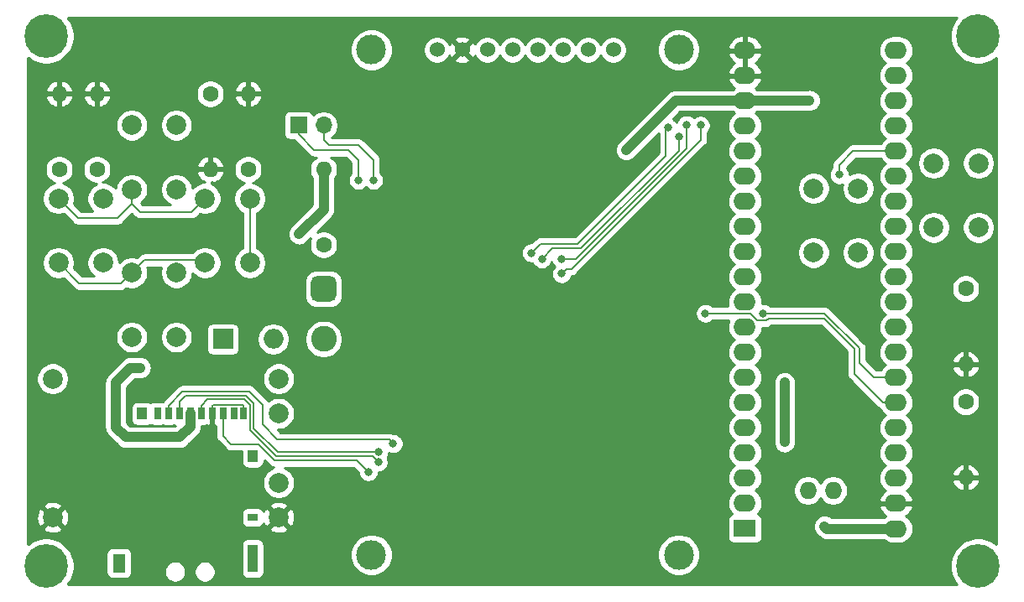
<source format=gbr>
%TF.GenerationSoftware,KiCad,Pcbnew,(5.1.6)-1*%
%TF.CreationDate,2020-07-05T00:12:07+01:00*%
%TF.ProjectId,tetris,74657472-6973-42e6-9b69-6361645f7063,rev?*%
%TF.SameCoordinates,PX26c1e00PY65bcec0*%
%TF.FileFunction,Copper,L2,Bot*%
%TF.FilePolarity,Positive*%
%FSLAX46Y46*%
G04 Gerber Fmt 4.6, Leading zero omitted, Abs format (unit mm)*
G04 Created by KiCad (PCBNEW (5.1.6)-1) date 2020-07-05 00:12:07*
%MOMM*%
%LPD*%
G01*
G04 APERTURE LIST*
%TA.AperFunction,ComponentPad*%
%ADD10C,3.000000*%
%TD*%
%TA.AperFunction,ComponentPad*%
%ADD11C,1.524000*%
%TD*%
%TA.AperFunction,ComponentPad*%
%ADD12C,4.400000*%
%TD*%
%TA.AperFunction,ComponentPad*%
%ADD13C,2.000000*%
%TD*%
%TA.AperFunction,ComponentPad*%
%ADD14O,1.600000X1.600000*%
%TD*%
%TA.AperFunction,ComponentPad*%
%ADD15C,1.600000*%
%TD*%
%TA.AperFunction,ComponentPad*%
%ADD16C,2.600000*%
%TD*%
%TA.AperFunction,ComponentPad*%
%ADD17O,1.700000X1.700000*%
%TD*%
%TA.AperFunction,ComponentPad*%
%ADD18R,1.700000X1.700000*%
%TD*%
%TA.AperFunction,SMDPad,CuDef*%
%ADD19R,1.300000X1.900000*%
%TD*%
%TA.AperFunction,SMDPad,CuDef*%
%ADD20R,1.000000X2.800000*%
%TD*%
%TA.AperFunction,SMDPad,CuDef*%
%ADD21R,1.000000X0.800000*%
%TD*%
%TA.AperFunction,SMDPad,CuDef*%
%ADD22R,1.000000X1.200000*%
%TD*%
%TA.AperFunction,SMDPad,CuDef*%
%ADD23R,0.700000X1.200000*%
%TD*%
%TA.AperFunction,ComponentPad*%
%ADD24O,2.000000X2.000000*%
%TD*%
%TA.AperFunction,ComponentPad*%
%ADD25R,2.000000X2.000000*%
%TD*%
%TA.AperFunction,ComponentPad*%
%ADD26O,1.727200X1.727200*%
%TD*%
%TA.AperFunction,ComponentPad*%
%ADD27O,2.250000X1.727200*%
%TD*%
%TA.AperFunction,ComponentPad*%
%ADD28R,2.250000X1.727200*%
%TD*%
%TA.AperFunction,ViaPad*%
%ADD29C,0.800000*%
%TD*%
%TA.AperFunction,Conductor*%
%ADD30C,0.200000*%
%TD*%
%TA.AperFunction,Conductor*%
%ADD31C,1.000000*%
%TD*%
%TA.AperFunction,Conductor*%
%ADD32C,0.254000*%
%TD*%
G04 APERTURE END LIST*
D10*
%TO.P,U2,MOUNT*%
%TO.N,N/C*%
X35300000Y3610000D03*
X66300000Y3610000D03*
X35300000Y54610000D03*
X66300000Y54610000D03*
D11*
%TO.P,U2,1*%
%TO.N,+3V3*%
X41910000Y54610000D03*
%TO.P,U2,2*%
%TO.N,GND*%
X44450000Y54610000D03*
%TO.P,U2,3*%
%TO.N,/tft_sck*%
X46990000Y54610000D03*
%TO.P,U2,4*%
%TO.N,/tft_sda*%
X49530000Y54610000D03*
%TO.P,U2,5*%
%TO.N,/tft_reset*%
X52070000Y54610000D03*
%TO.P,U2,6*%
%TO.N,/tft_a0*%
X54610000Y54610000D03*
%TO.P,U2,7*%
%TO.N,/tft_cs*%
X57150000Y54610000D03*
%TO.P,U2,8*%
%TO.N,/tft_led*%
X59690000Y54610000D03*
%TD*%
D12*
%TO.P, ,1*%
%TO.N,N/C*%
X2500000Y56000000D03*
%TD*%
%TO.P, ,1*%
%TO.N,N/C*%
X96500000Y56000000D03*
%TD*%
%TO.P, ,1*%
%TO.N,N/C*%
X96500000Y2500000D03*
%TD*%
%TO.P, ,1*%
%TO.N,N/C*%
X2500000Y2500000D03*
%TD*%
D13*
%TO.P,U3,4*%
%TO.N,Net-(D1-Pad2)*%
X25950000Y17900000D03*
%TO.P,U3,3*%
X25950000Y21400000D03*
%TO.P,U3,5*%
%TO.N,Net-(J3-Pad2)*%
X25950000Y10900000D03*
%TO.P,U3,6*%
%TO.N,GND*%
X25950000Y7400000D03*
%TO.P,U3,1*%
%TO.N,Net-(D1-Pad1)*%
X3150000Y21400000D03*
%TO.P,U3,2*%
%TO.N,GND*%
X3150000Y7400000D03*
%TD*%
D14*
%TO.P,R7,2*%
%TO.N,+3V3*%
X30480000Y42545000D03*
D15*
%TO.P,R7,1*%
%TO.N,/SD_MISO*%
X30480000Y34925000D03*
%TD*%
D16*
%TO.P,J3,2*%
%TO.N,Net-(J3-Pad2)*%
X30480000Y25400000D03*
%TO.P,J3,1*%
%TO.N,Net-(D1-Pad2)*%
%TA.AperFunction,ComponentPad*%
G36*
G01*
X29830000Y31780000D02*
X31130000Y31780000D01*
G75*
G02*
X31780000Y31130000I0J-650000D01*
G01*
X31780000Y29830000D01*
G75*
G02*
X31130000Y29180000I-650000J0D01*
G01*
X29830000Y29180000D01*
G75*
G02*
X29180000Y29830000I0J650000D01*
G01*
X29180000Y31130000D01*
G75*
G02*
X29830000Y31780000I650000J0D01*
G01*
G37*
%TD.AperFunction*%
%TD*%
D17*
%TO.P,J2,2*%
%TO.N,Net-(J2-Pad2)*%
X30480000Y46990000D03*
D18*
%TO.P,J2,1*%
%TO.N,Net-(J2-Pad1)*%
X27940000Y46990000D03*
%TD*%
D19*
%TO.P,J1,11*%
%TO.N,N/C*%
X9835000Y2785000D03*
D20*
X23335000Y3235000D03*
D21*
%TO.P,J1,10*%
X23335000Y7385000D03*
D22*
%TO.P,J1,11*%
X23335000Y13585000D03*
X12185000Y17885000D03*
D23*
%TO.P,J1,7*%
%TO.N,/SD_MISO*%
X20335000Y17885000D03*
%TO.P,J1,6*%
%TO.N,GND*%
X19235000Y17885000D03*
%TO.P,J1,5*%
%TO.N,/SD_CLK*%
X18135000Y17885000D03*
%TO.P,J1,4*%
%TO.N,+3V3*%
X17035000Y17885000D03*
%TO.P,J1,3*%
%TO.N,/SD_MOSI*%
X15935000Y17885000D03*
%TO.P,J1,2*%
%TO.N,/SD_CS*%
X14835000Y17885000D03*
%TO.P,J1,1*%
%TO.N,Net-(J1-Pad1)*%
X13735000Y17885000D03*
%TO.P,J1,8*%
%TO.N,Net-(J1-Pad8)*%
X21435000Y17885000D03*
%TO.P,J1,9*%
%TO.N,GND*%
X22385000Y17885000D03*
%TD*%
D24*
%TO.P,D1,2*%
%TO.N,Net-(D1-Pad2)*%
X25400000Y25400000D03*
D25*
%TO.P,D1,1*%
%TO.N,Net-(D1-Pad1)*%
X20320000Y25400000D03*
%TD*%
D26*
%TO.P,U1,42*%
%TO.N,Net-(U1-Pad42)*%
X79340000Y10109200D03*
%TO.P,U1,41*%
%TO.N,Net-(U1-Pad41)*%
X81880000Y10109200D03*
D27*
%TO.P,U1,40*%
%TO.N,+3V3*%
X88220000Y6248400D03*
%TO.P,U1,39*%
%TO.N,GND*%
X88220000Y8839200D03*
%TO.P,U1,38*%
%TO.N,+BATT*%
X88220000Y11379200D03*
%TO.P,U1,37*%
%TO.N,Net-(U1-Pad37)*%
X88220000Y13919200D03*
%TO.P,U1,36*%
%TO.N,Net-(U1-Pad36)*%
X88220000Y16459200D03*
%TO.P,U1,35*%
%TO.N,Net-(J2-Pad1)*%
X88220000Y18999200D03*
%TO.P,U1,34*%
%TO.N,Net-(J2-Pad2)*%
X88220000Y21539200D03*
%TO.P,U1,33*%
%TO.N,Net-(U1-Pad33)*%
X88220000Y24079200D03*
%TO.P,U1,32*%
%TO.N,Net-(U1-Pad32)*%
X88220000Y26619200D03*
%TO.P,U1,31*%
%TO.N,Net-(U1-Pad31)*%
X88220000Y29159200D03*
%TO.P,U1,30*%
%TO.N,Net-(U1-Pad30)*%
X88220000Y31699200D03*
%TO.P,U1,29*%
%TO.N,Net-(U1-Pad29)*%
X88220000Y34239200D03*
%TO.P,U1,28*%
%TO.N,Net-(U1-Pad28)*%
X88220000Y36779200D03*
%TO.P,U1,27*%
%TO.N,Net-(U1-Pad27)*%
X88220000Y39319200D03*
%TO.P,U1,26*%
%TO.N,Net-(U1-Pad26)*%
X88220000Y41859200D03*
%TO.P,U1,25*%
%TO.N,Net-(BZ1-Pad1)*%
X88220000Y44399200D03*
%TO.P,U1,24*%
%TO.N,/SD_MOSI*%
X88220000Y46939200D03*
%TO.P,U1,23*%
%TO.N,/SD_MISO*%
X88220000Y49479200D03*
%TO.P,U1,22*%
%TO.N,/SD_CLK*%
X88220000Y52019200D03*
%TO.P,U1,21*%
%TO.N,/SD_CS*%
X88220000Y54559200D03*
%TO.P,U1,20*%
%TO.N,GND*%
X72980000Y54559200D03*
%TO.P,U1,19*%
X72980000Y52019200D03*
%TO.P,U1,18*%
%TO.N,+3V3*%
X72980000Y49479200D03*
%TO.P,U1,17*%
%TO.N,Net-(U1-Pad17)*%
X72980000Y46939200D03*
%TO.P,U1,16*%
%TO.N,/tft_led*%
X72980000Y44399200D03*
%TO.P,U1,15*%
%TO.N,/tft_cs*%
X72980000Y41859200D03*
%TO.P,U1,14*%
%TO.N,/tft_reset*%
X72980000Y39319200D03*
%TO.P,U1,13*%
%TO.N,/tft_a0*%
X72980000Y36779200D03*
%TO.P,U1,12*%
%TO.N,/tft_sda*%
X72980000Y34239200D03*
%TO.P,U1,11*%
%TO.N,/sw_right*%
X72980000Y31699200D03*
%TO.P,U1,10*%
%TO.N,/tft_sck*%
X72980000Y29159200D03*
%TO.P,U1,9*%
%TO.N,/sw_up*%
X72980000Y26619200D03*
%TO.P,U1,8*%
%TO.N,/sw_left*%
X72980000Y24079200D03*
%TO.P,U1,7*%
%TO.N,/sw_down*%
X72980000Y21539200D03*
%TO.P,U1,6*%
%TO.N,/sw_b*%
X72980000Y18999200D03*
%TO.P,U1,5*%
%TO.N,/sw_a*%
X72980000Y16459200D03*
%TO.P,U1,4*%
%TO.N,Net-(U1-Pad4)*%
X72980000Y13919200D03*
%TO.P,U1,3*%
%TO.N,Net-(U1-Pad3)*%
X72980000Y11379200D03*
%TO.P,U1,2*%
%TO.N,Net-(U1-Pad2)*%
X72980000Y8839200D03*
D28*
%TO.P,U1,1*%
%TO.N,Net-(U1-Pad1)*%
X72980000Y6299200D03*
%TD*%
D15*
%TO.P,R6,1*%
%TO.N,/sw_b*%
X95250000Y30480000D03*
D14*
%TO.P,R6,2*%
%TO.N,GND*%
X95250000Y22860000D03*
%TD*%
D15*
%TO.P,R5,1*%
%TO.N,/sw_a*%
X95250000Y19050000D03*
D14*
%TO.P,R5,2*%
%TO.N,GND*%
X95250000Y11430000D03*
%TD*%
D13*
%TO.P,SW6,1*%
%TO.N,+3V3*%
X92030000Y43170000D03*
%TO.P,SW6,2*%
%TO.N,/sw_a*%
X96530000Y43170000D03*
%TO.P,SW6,1*%
%TO.N,+3V3*%
X92030000Y36670000D03*
%TO.P,SW6,2*%
%TO.N,/sw_a*%
X96530000Y36670000D03*
%TD*%
%TO.P,SW5,1*%
%TO.N,+3V3*%
X79910000Y40630000D03*
%TO.P,SW5,2*%
%TO.N,/sw_b*%
X84410000Y40630000D03*
%TO.P,SW5,1*%
%TO.N,+3V3*%
X79910000Y34130000D03*
%TO.P,SW5,2*%
%TO.N,/sw_b*%
X84410000Y34130000D03*
%TD*%
%TO.P,SW4,2*%
%TO.N,/sw_right*%
X23030000Y33100000D03*
%TO.P,SW4,1*%
%TO.N,+3V3*%
X18530000Y33100000D03*
%TO.P,SW4,2*%
%TO.N,/sw_right*%
X23030000Y39600000D03*
%TO.P,SW4,1*%
%TO.N,+3V3*%
X18530000Y39600000D03*
%TD*%
%TO.P,SW3,2*%
%TO.N,/sw_up*%
X15630000Y40500000D03*
%TO.P,SW3,1*%
%TO.N,+3V3*%
X11130000Y40500000D03*
%TO.P,SW3,2*%
%TO.N,/sw_up*%
X15630000Y47000000D03*
%TO.P,SW3,1*%
%TO.N,+3V3*%
X11130000Y47000000D03*
%TD*%
%TO.P,SW2,2*%
%TO.N,/sw_down*%
X15630000Y25600000D03*
%TO.P,SW2,1*%
%TO.N,+3V3*%
X11130000Y25600000D03*
%TO.P,SW2,2*%
%TO.N,/sw_down*%
X15630000Y32100000D03*
%TO.P,SW2,1*%
%TO.N,+3V3*%
X11130000Y32100000D03*
%TD*%
%TO.P,SW1,2*%
%TO.N,/sw_left*%
X8230000Y33100000D03*
%TO.P,SW1,1*%
%TO.N,+3V3*%
X3730000Y33100000D03*
%TO.P,SW1,2*%
%TO.N,/sw_left*%
X8230000Y39600000D03*
%TO.P,SW1,1*%
%TO.N,+3V3*%
X3730000Y39600000D03*
%TD*%
D15*
%TO.P,R4,1*%
%TO.N,/sw_up*%
X19050000Y50165000D03*
D14*
%TO.P,R4,2*%
%TO.N,GND*%
X19050000Y42545000D03*
%TD*%
D15*
%TO.P,R3,1*%
%TO.N,/sw_right*%
X22860000Y42545000D03*
D14*
%TO.P,R3,2*%
%TO.N,GND*%
X22860000Y50165000D03*
%TD*%
%TO.P,R2,2*%
%TO.N,GND*%
X3810000Y50165000D03*
D15*
%TO.P,R2,1*%
%TO.N,/sw_down*%
X3810000Y42545000D03*
%TD*%
%TO.P,R1,1*%
%TO.N,/sw_left*%
X7620000Y42545000D03*
D14*
%TO.P,R1,2*%
%TO.N,GND*%
X7620000Y50165000D03*
%TD*%
D29*
%TO.N,GND*%
X84500000Y14000000D03*
X19350000Y16000000D03*
X85000000Y2000000D03*
X90500000Y2000000D03*
X95500000Y7500000D03*
X77000000Y44500000D03*
X82500000Y48500000D03*
X95000000Y50000000D03*
X95000000Y47500000D03*
X45000000Y10000000D03*
X65000000Y10000000D03*
X48000000Y45000000D03*
X54000000Y45000000D03*
X65500000Y37000000D03*
X37000000Y49000000D03*
X11000000Y52000000D03*
X16000000Y52000000D03*
X5000000Y16000000D03*
X5000000Y11500000D03*
X12000000Y11500000D03*
X55000000Y10000000D03*
X65000000Y20000000D03*
X55000000Y20000000D03*
X45000000Y20000000D03*
X45000000Y30000000D03*
X61500000Y33500000D03*
X64500000Y30500000D03*
X80500000Y30500000D03*
X13000000Y28000000D03*
X21000000Y30500000D03*
X13500000Y36000000D03*
X26500000Y41500000D03*
X7500000Y28500000D03*
%TO.N,+3V3*%
X61000000Y44500000D03*
X79500000Y49500000D03*
X77000000Y21000000D03*
X77000000Y15000000D03*
X81000000Y6500000D03*
X28000000Y36000000D03*
X12000000Y22500000D03*
%TO.N,Net-(BZ1-Pad1)*%
X82500000Y42000000D03*
%TO.N,/SD_MISO*%
X67099180Y47048420D03*
X54500000Y33500000D03*
X35000000Y12000000D03*
%TO.N,/SD_CLK*%
X52500000Y33500000D03*
X35999087Y12970476D03*
X66300000Y45850000D03*
%TO.N,/SD_MOSI*%
X68500000Y47000000D03*
X54500000Y32000000D03*
X36030000Y13970000D03*
%TO.N,Net-(J2-Pad2)*%
X35500000Y41445000D03*
X74842140Y28000000D03*
%TO.N,Net-(J2-Pad1)*%
X34000000Y41445000D03*
X69000000Y28000000D03*
%TO.N,/SD_CS*%
X37500000Y14850000D03*
X51450000Y34100000D03*
X65200000Y46750000D03*
%TD*%
D30*
%TO.N,GND*%
X19235000Y17885000D02*
X19235000Y16115000D01*
X19235000Y16115000D02*
X19350000Y16000000D01*
X19235000Y18685000D02*
X19235000Y17885000D01*
X19335001Y18785001D02*
X19235000Y18685000D01*
X22284999Y18785001D02*
X19335001Y18785001D01*
X22385000Y18685000D02*
X22284999Y18785001D01*
X22385000Y17885000D02*
X22385000Y18685000D01*
%TO.N,/sw_right*%
X23030000Y39600000D02*
X23030000Y33100000D01*
%TO.N,+3V3*%
X3730000Y39600000D02*
X5732920Y37597080D01*
X5732920Y37597080D02*
X9667240Y37597080D01*
X11130000Y39059840D02*
X11130000Y40500000D01*
X9667240Y37597080D02*
X11130000Y39059840D01*
X18530000Y39600000D02*
X17179860Y38249860D01*
X11939980Y38249860D02*
X11130000Y39059840D01*
X17179860Y38249860D02*
X11939980Y38249860D01*
X11130000Y32100000D02*
X10058640Y31028640D01*
X5801360Y31028640D02*
X3730000Y33100000D01*
X10058640Y31028640D02*
X5801360Y31028640D01*
X12430001Y33400001D02*
X11130000Y32100000D01*
X18229999Y33400001D02*
X12430001Y33400001D01*
X18530000Y33100000D02*
X18229999Y33400001D01*
D31*
X72980000Y49479200D02*
X65979200Y49479200D01*
X65979200Y49479200D02*
X61000000Y44500000D01*
X72980000Y49479200D02*
X79479200Y49479200D01*
X79479200Y49479200D02*
X79500000Y49500000D01*
X77000000Y21000000D02*
X77000000Y15000000D01*
X81251600Y6248400D02*
X81000000Y6500000D01*
X88220000Y6248400D02*
X81251600Y6248400D01*
X30480000Y42545000D02*
X30480000Y38480000D01*
X30480000Y38480000D02*
X28000000Y36000000D01*
X17035000Y16535000D02*
X17035000Y17885000D01*
X16000000Y15500000D02*
X17035000Y16535000D01*
X11000000Y22500000D02*
X9500000Y21000000D01*
X9500000Y21000000D02*
X9500000Y16500000D01*
X12000000Y22500000D02*
X11000000Y22500000D01*
X9500000Y16500000D02*
X10500000Y15500000D01*
X10500000Y15500000D02*
X16000000Y15500000D01*
D30*
%TO.N,Net-(BZ1-Pad1)*%
X82500000Y42000000D02*
X82500000Y43000000D01*
X83899200Y44399200D02*
X88220000Y44399200D01*
X82500000Y43000000D02*
X83899200Y44399200D01*
%TO.N,/SD_MISO*%
X67099180Y47048420D02*
X67099180Y44664878D01*
X67099180Y44664878D02*
X55934302Y33500000D01*
X55934302Y33500000D02*
X54500000Y33500000D01*
X35000000Y12000000D02*
X33830020Y13169980D01*
X25530020Y13169980D02*
X23900000Y14800000D01*
X20335000Y15615000D02*
X20335000Y17885000D01*
X23900000Y14800000D02*
X21150000Y14800000D01*
X33830020Y13169980D02*
X25530020Y13169980D01*
X21150000Y14800000D02*
X20335000Y15615000D01*
%TO.N,/SD_CLK*%
X53565698Y34565698D02*
X52500000Y33500000D01*
X66300000Y45850000D02*
X66300000Y44431396D01*
X56434302Y34565698D02*
X53565698Y34565698D01*
X66300000Y44431396D02*
X56434302Y34565698D01*
X35999087Y12970476D02*
X35399574Y13569989D01*
X25695709Y13569989D02*
X23035001Y16230699D01*
X23035001Y18725001D02*
X22460013Y19299989D01*
X23035001Y16230699D02*
X23035001Y18725001D01*
X18135000Y18685000D02*
X18135000Y17885000D01*
X18749989Y19299989D02*
X18135000Y18685000D01*
X35399574Y13569989D02*
X25695709Y13569989D01*
X22460013Y19299989D02*
X18749989Y19299989D01*
%TO.N,/SD_MOSI*%
X68500000Y47000000D02*
X68500000Y45500000D01*
X68500000Y45500000D02*
X55500000Y32500000D01*
X55000000Y32500000D02*
X54500000Y32000000D01*
X55500000Y32500000D02*
X55000000Y32500000D01*
X23435012Y18890690D02*
X22625702Y19700000D01*
X36030000Y13970000D02*
X25861398Y13970000D01*
X25861398Y13970000D02*
X23435012Y16396388D01*
X23435012Y16396388D02*
X23435012Y18890690D01*
X22625702Y19700000D02*
X16550000Y19700000D01*
X15935000Y19085000D02*
X15935000Y17885000D01*
X16550000Y19700000D02*
X15935000Y19085000D01*
%TO.N,Net-(J2-Pad2)*%
X30480000Y46990000D02*
X30480000Y45520000D01*
X30480000Y45520000D02*
X31000000Y45000000D01*
X31000000Y45000000D02*
X34000000Y45000000D01*
X34000000Y45000000D02*
X35500000Y43500000D01*
X35500000Y43500000D02*
X35500000Y41445000D01*
X85960800Y21539200D02*
X88220000Y21539200D01*
X84500000Y23000000D02*
X85960800Y21539200D01*
X84500000Y24500000D02*
X84500000Y23000000D01*
X74842140Y28000000D02*
X81000000Y28000000D01*
X81000000Y28000000D02*
X84500000Y24500000D01*
%TO.N,Net-(J2-Pad1)*%
X27940000Y46990000D02*
X27940000Y46060000D01*
X27940000Y46060000D02*
X29500000Y44500000D01*
X29500000Y44500000D02*
X33000000Y44500000D01*
X33000000Y44500000D02*
X34000000Y43500000D01*
X34000000Y43500000D02*
X34000000Y41445000D01*
X86895000Y18999200D02*
X84000000Y21894200D01*
X88220000Y18999200D02*
X86895000Y18999200D01*
X84000000Y21894200D02*
X84000000Y24434302D01*
X84000000Y24434302D02*
X80967151Y27467151D01*
X80967151Y27467151D02*
X80934302Y27500000D01*
X73510603Y27995590D02*
X69004410Y27995590D01*
X75178141Y27299999D02*
X74206194Y27299999D01*
X74206194Y27299999D02*
X73510603Y27995590D01*
X80934302Y27500000D02*
X75378142Y27500000D01*
X75378142Y27500000D02*
X75178141Y27299999D01*
X69004410Y27995590D02*
X69000000Y28000000D01*
%TO.N,/SD_CS*%
X51450000Y34100000D02*
X52350000Y35000000D01*
X52350000Y35000000D02*
X56100000Y35000000D01*
X56100000Y35000000D02*
X65000000Y43900000D01*
X65000000Y43900000D02*
X65000000Y46550000D01*
X65000000Y46550000D02*
X65200000Y46750000D01*
X16250012Y20100012D02*
X14835000Y18685000D01*
X37099988Y15250012D02*
X25815689Y15250012D01*
X24300012Y18765690D02*
X22965690Y20100012D01*
X37500000Y14850000D02*
X37099988Y15250012D01*
X24300012Y16765689D02*
X24300012Y18765690D01*
X22965690Y20100012D02*
X16250012Y20100012D01*
X25815689Y15250012D02*
X24300012Y16765689D01*
X14835000Y18685000D02*
X14835000Y17885000D01*
%TD*%
D32*
%TO.N,GND*%
G36*
X94297912Y57807207D02*
G01*
X93987656Y57342876D01*
X93773948Y56826939D01*
X93665000Y56279223D01*
X93665000Y55720777D01*
X93773948Y55173061D01*
X93987656Y54657124D01*
X94297912Y54192793D01*
X94692793Y53797912D01*
X95157124Y53487656D01*
X95673061Y53273948D01*
X96220777Y53165000D01*
X96779223Y53165000D01*
X97326939Y53273948D01*
X97842876Y53487656D01*
X98307207Y53797912D01*
X98340000Y53830705D01*
X98340001Y4669294D01*
X98307207Y4702088D01*
X97842876Y5012344D01*
X97326939Y5226052D01*
X96779223Y5335000D01*
X96220777Y5335000D01*
X95673061Y5226052D01*
X95157124Y5012344D01*
X94692793Y4702088D01*
X94297912Y4307207D01*
X93987656Y3842876D01*
X93773948Y3326939D01*
X93665000Y2779223D01*
X93665000Y2220777D01*
X93773948Y1673061D01*
X93987656Y1157124D01*
X94297912Y692793D01*
X94330705Y660000D01*
X4669295Y660000D01*
X4702088Y692793D01*
X5012344Y1157124D01*
X5226052Y1673061D01*
X5335000Y2220777D01*
X5335000Y2779223D01*
X5226052Y3326939D01*
X5057028Y3735000D01*
X8546928Y3735000D01*
X8546928Y1835000D01*
X8559188Y1710518D01*
X8595498Y1590820D01*
X8654463Y1480506D01*
X8733815Y1383815D01*
X8830506Y1304463D01*
X8940820Y1245498D01*
X9060518Y1209188D01*
X9185000Y1196928D01*
X10485000Y1196928D01*
X10609482Y1209188D01*
X10729180Y1245498D01*
X10839494Y1304463D01*
X10936185Y1383815D01*
X11015537Y1480506D01*
X11074502Y1590820D01*
X11110812Y1710518D01*
X11123072Y1835000D01*
X11123072Y2026863D01*
X14415000Y2026863D01*
X14415000Y1813137D01*
X14456696Y1603517D01*
X14538485Y1406060D01*
X14657225Y1228353D01*
X14808353Y1077225D01*
X14986060Y958485D01*
X15183517Y876696D01*
X15393137Y835000D01*
X15606863Y835000D01*
X15816483Y876696D01*
X16013940Y958485D01*
X16191647Y1077225D01*
X16342775Y1228353D01*
X16461515Y1406060D01*
X16543304Y1603517D01*
X16585000Y1813137D01*
X16585000Y2026863D01*
X17415000Y2026863D01*
X17415000Y1813137D01*
X17456696Y1603517D01*
X17538485Y1406060D01*
X17657225Y1228353D01*
X17808353Y1077225D01*
X17986060Y958485D01*
X18183517Y876696D01*
X18393137Y835000D01*
X18606863Y835000D01*
X18816483Y876696D01*
X19013940Y958485D01*
X19191647Y1077225D01*
X19342775Y1228353D01*
X19461515Y1406060D01*
X19543304Y1603517D01*
X19585000Y1813137D01*
X19585000Y2026863D01*
X19543304Y2236483D01*
X19461515Y2433940D01*
X19342775Y2611647D01*
X19191647Y2762775D01*
X19013940Y2881515D01*
X18816483Y2963304D01*
X18606863Y3005000D01*
X18393137Y3005000D01*
X18183517Y2963304D01*
X17986060Y2881515D01*
X17808353Y2762775D01*
X17657225Y2611647D01*
X17538485Y2433940D01*
X17456696Y2236483D01*
X17415000Y2026863D01*
X16585000Y2026863D01*
X16543304Y2236483D01*
X16461515Y2433940D01*
X16342775Y2611647D01*
X16191647Y2762775D01*
X16013940Y2881515D01*
X15816483Y2963304D01*
X15606863Y3005000D01*
X15393137Y3005000D01*
X15183517Y2963304D01*
X14986060Y2881515D01*
X14808353Y2762775D01*
X14657225Y2611647D01*
X14538485Y2433940D01*
X14456696Y2236483D01*
X14415000Y2026863D01*
X11123072Y2026863D01*
X11123072Y3735000D01*
X11110812Y3859482D01*
X11074502Y3979180D01*
X11015537Y4089494D01*
X10936185Y4186185D01*
X10839494Y4265537D01*
X10729180Y4324502D01*
X10609482Y4360812D01*
X10485000Y4373072D01*
X9185000Y4373072D01*
X9060518Y4360812D01*
X8940820Y4324502D01*
X8830506Y4265537D01*
X8733815Y4186185D01*
X8654463Y4089494D01*
X8595498Y3979180D01*
X8559188Y3859482D01*
X8546928Y3735000D01*
X5057028Y3735000D01*
X5012344Y3842876D01*
X4702088Y4307207D01*
X4374295Y4635000D01*
X22196928Y4635000D01*
X22196928Y1835000D01*
X22209188Y1710518D01*
X22245498Y1590820D01*
X22304463Y1480506D01*
X22383815Y1383815D01*
X22480506Y1304463D01*
X22590820Y1245498D01*
X22710518Y1209188D01*
X22835000Y1196928D01*
X23835000Y1196928D01*
X23959482Y1209188D01*
X24079180Y1245498D01*
X24189494Y1304463D01*
X24286185Y1383815D01*
X24365537Y1480506D01*
X24424502Y1590820D01*
X24460812Y1710518D01*
X24473072Y1835000D01*
X24473072Y3820279D01*
X33165000Y3820279D01*
X33165000Y3399721D01*
X33247047Y2987244D01*
X33407988Y2598698D01*
X33641637Y2249017D01*
X33939017Y1951637D01*
X34288698Y1717988D01*
X34677244Y1557047D01*
X35089721Y1475000D01*
X35510279Y1475000D01*
X35922756Y1557047D01*
X36311302Y1717988D01*
X36660983Y1951637D01*
X36958363Y2249017D01*
X37192012Y2598698D01*
X37352953Y2987244D01*
X37435000Y3399721D01*
X37435000Y3820279D01*
X64165000Y3820279D01*
X64165000Y3399721D01*
X64247047Y2987244D01*
X64407988Y2598698D01*
X64641637Y2249017D01*
X64939017Y1951637D01*
X65288698Y1717988D01*
X65677244Y1557047D01*
X66089721Y1475000D01*
X66510279Y1475000D01*
X66922756Y1557047D01*
X67311302Y1717988D01*
X67660983Y1951637D01*
X67958363Y2249017D01*
X68192012Y2598698D01*
X68352953Y2987244D01*
X68435000Y3399721D01*
X68435000Y3820279D01*
X68352953Y4232756D01*
X68192012Y4621302D01*
X67958363Y4970983D01*
X67660983Y5268363D01*
X67311302Y5502012D01*
X66922756Y5662953D01*
X66510279Y5745000D01*
X66089721Y5745000D01*
X65677244Y5662953D01*
X65288698Y5502012D01*
X64939017Y5268363D01*
X64641637Y4970983D01*
X64407988Y4621302D01*
X64247047Y4232756D01*
X64165000Y3820279D01*
X37435000Y3820279D01*
X37352953Y4232756D01*
X37192012Y4621302D01*
X36958363Y4970983D01*
X36660983Y5268363D01*
X36311302Y5502012D01*
X35922756Y5662953D01*
X35510279Y5745000D01*
X35089721Y5745000D01*
X34677244Y5662953D01*
X34288698Y5502012D01*
X33939017Y5268363D01*
X33641637Y4970983D01*
X33407988Y4621302D01*
X33247047Y4232756D01*
X33165000Y3820279D01*
X24473072Y3820279D01*
X24473072Y4635000D01*
X24460812Y4759482D01*
X24424502Y4879180D01*
X24365537Y4989494D01*
X24286185Y5086185D01*
X24189494Y5165537D01*
X24079180Y5224502D01*
X23959482Y5260812D01*
X23835000Y5273072D01*
X22835000Y5273072D01*
X22710518Y5260812D01*
X22590820Y5224502D01*
X22480506Y5165537D01*
X22383815Y5086185D01*
X22304463Y4989494D01*
X22245498Y4879180D01*
X22209188Y4759482D01*
X22196928Y4635000D01*
X4374295Y4635000D01*
X4307207Y4702088D01*
X3842876Y5012344D01*
X3326939Y5226052D01*
X2779223Y5335000D01*
X2220777Y5335000D01*
X1673061Y5226052D01*
X1157124Y5012344D01*
X692793Y4702088D01*
X660000Y4669295D01*
X660000Y6264587D01*
X2194192Y6264587D01*
X2289956Y6000186D01*
X2579571Y5859296D01*
X2891108Y5777616D01*
X3212595Y5758282D01*
X3531675Y5802039D01*
X3836088Y5907205D01*
X4010044Y6000186D01*
X4105808Y6264587D01*
X24994192Y6264587D01*
X25089956Y6000186D01*
X25379571Y5859296D01*
X25691108Y5777616D01*
X26012595Y5758282D01*
X26331675Y5802039D01*
X26636088Y5907205D01*
X26810044Y6000186D01*
X26905808Y6264587D01*
X25950000Y7220395D01*
X24994192Y6264587D01*
X4105808Y6264587D01*
X3150000Y7220395D01*
X2194192Y6264587D01*
X660000Y6264587D01*
X660000Y7337405D01*
X1508282Y7337405D01*
X1552039Y7018325D01*
X1657205Y6713912D01*
X1750186Y6539956D01*
X2014587Y6444192D01*
X2970395Y7400000D01*
X3329605Y7400000D01*
X4285413Y6444192D01*
X4549814Y6539956D01*
X4690704Y6829571D01*
X4772384Y7141108D01*
X4791718Y7462595D01*
X4747961Y7781675D01*
X4746813Y7785000D01*
X22196928Y7785000D01*
X22196928Y6985000D01*
X22209188Y6860518D01*
X22245498Y6740820D01*
X22304463Y6630506D01*
X22383815Y6533815D01*
X22480506Y6454463D01*
X22590820Y6395498D01*
X22710518Y6359188D01*
X22835000Y6346928D01*
X23835000Y6346928D01*
X23959482Y6359188D01*
X24079180Y6395498D01*
X24189494Y6454463D01*
X24286185Y6533815D01*
X24365537Y6630506D01*
X24424502Y6740820D01*
X24435446Y6776896D01*
X24457205Y6713912D01*
X24550186Y6539956D01*
X24814587Y6444192D01*
X25770395Y7400000D01*
X26129605Y7400000D01*
X27085413Y6444192D01*
X27349814Y6539956D01*
X27490704Y6829571D01*
X27572384Y7141108D01*
X27591718Y7462595D01*
X27547961Y7781675D01*
X27442795Y8086088D01*
X27349814Y8260044D01*
X27085413Y8355808D01*
X26129605Y7400000D01*
X25770395Y7400000D01*
X24814587Y8355808D01*
X24550186Y8260044D01*
X24429639Y8012246D01*
X24424502Y8029180D01*
X24365537Y8139494D01*
X24286185Y8236185D01*
X24189494Y8315537D01*
X24079180Y8374502D01*
X23959482Y8410812D01*
X23835000Y8423072D01*
X22835000Y8423072D01*
X22710518Y8410812D01*
X22590820Y8374502D01*
X22480506Y8315537D01*
X22383815Y8236185D01*
X22304463Y8139494D01*
X22245498Y8029180D01*
X22209188Y7909482D01*
X22196928Y7785000D01*
X4746813Y7785000D01*
X4642795Y8086088D01*
X4549814Y8260044D01*
X4285413Y8355808D01*
X3329605Y7400000D01*
X2970395Y7400000D01*
X2014587Y8355808D01*
X1750186Y8260044D01*
X1609296Y7970429D01*
X1527616Y7658892D01*
X1508282Y7337405D01*
X660000Y7337405D01*
X660000Y8535413D01*
X2194192Y8535413D01*
X3150000Y7579605D01*
X4105808Y8535413D01*
X24994192Y8535413D01*
X25950000Y7579605D01*
X26905808Y8535413D01*
X26810044Y8799814D01*
X26520429Y8940704D01*
X26208892Y9022384D01*
X25887405Y9041718D01*
X25568325Y8997961D01*
X25263912Y8892795D01*
X25089956Y8799814D01*
X24994192Y8535413D01*
X4105808Y8535413D01*
X4010044Y8799814D01*
X3720429Y8940704D01*
X3408892Y9022384D01*
X3087405Y9041718D01*
X2768325Y8997961D01*
X2463912Y8892795D01*
X2289956Y8799814D01*
X2194192Y8535413D01*
X660000Y8535413D01*
X660000Y21561033D01*
X1515000Y21561033D01*
X1515000Y21238967D01*
X1577832Y20923088D01*
X1701082Y20625537D01*
X1880013Y20357748D01*
X2107748Y20130013D01*
X2375537Y19951082D01*
X2673088Y19827832D01*
X2988967Y19765000D01*
X3311033Y19765000D01*
X3626912Y19827832D01*
X3924463Y19951082D01*
X4192252Y20130013D01*
X4419987Y20357748D01*
X4598918Y20625537D01*
X4722168Y20923088D01*
X4737466Y21000000D01*
X8359509Y21000000D01*
X8365000Y20944248D01*
X8365001Y16555761D01*
X8359509Y16500000D01*
X8381423Y16277502D01*
X8446324Y16063554D01*
X8466761Y16025319D01*
X8551717Y15866377D01*
X8693552Y15693551D01*
X8736859Y15658009D01*
X9658013Y14736855D01*
X9693551Y14693551D01*
X9736854Y14658013D01*
X9736856Y14658011D01*
X9866377Y14551716D01*
X10063553Y14446324D01*
X10277501Y14381423D01*
X10500000Y14359509D01*
X10555752Y14365000D01*
X15944249Y14365000D01*
X16000000Y14359509D01*
X16055751Y14365000D01*
X16055752Y14365000D01*
X16222499Y14381423D01*
X16436447Y14446324D01*
X16633623Y14551716D01*
X16806449Y14693551D01*
X16841996Y14736864D01*
X17798140Y15693008D01*
X17841449Y15728551D01*
X17983284Y15901377D01*
X18088676Y16098553D01*
X18153577Y16312501D01*
X18170000Y16479248D01*
X18170000Y16479249D01*
X18175491Y16534999D01*
X18170000Y16590751D01*
X18170000Y16646928D01*
X18485000Y16646928D01*
X18609482Y16659188D01*
X18685000Y16682096D01*
X18760518Y16659188D01*
X18885000Y16646928D01*
X18949250Y16650000D01*
X19108000Y16808750D01*
X19108000Y17151248D01*
X19110812Y17160518D01*
X19123072Y17285000D01*
X19123072Y18032000D01*
X19346928Y18032000D01*
X19346928Y17285000D01*
X19359188Y17160518D01*
X19362000Y17151248D01*
X19362000Y16808750D01*
X19520750Y16650000D01*
X19585000Y16646928D01*
X19600000Y16648405D01*
X19600000Y15651105D01*
X19596444Y15615000D01*
X19608544Y15492143D01*
X19610635Y15470916D01*
X19652663Y15332368D01*
X19720913Y15204681D01*
X19812762Y15092763D01*
X19840808Y15069746D01*
X20604746Y14305807D01*
X20627762Y14277762D01*
X20739680Y14185913D01*
X20867367Y14117663D01*
X20951222Y14092226D01*
X21005914Y14075635D01*
X21149999Y14061444D01*
X21186104Y14065000D01*
X22196928Y14065000D01*
X22196928Y12985000D01*
X22209188Y12860518D01*
X22245498Y12740820D01*
X22304463Y12630506D01*
X22383815Y12533815D01*
X22480506Y12454463D01*
X22590820Y12395498D01*
X22710518Y12359188D01*
X22835000Y12346928D01*
X23835000Y12346928D01*
X23959482Y12359188D01*
X24079180Y12395498D01*
X24189494Y12454463D01*
X24286185Y12533815D01*
X24365537Y12630506D01*
X24424502Y12740820D01*
X24460812Y12860518D01*
X24473072Y12985000D01*
X24473072Y13187481D01*
X24984766Y12675787D01*
X25007782Y12647742D01*
X25119700Y12555893D01*
X25247387Y12487643D01*
X25385935Y12445615D01*
X25404556Y12443781D01*
X25175537Y12348918D01*
X24907748Y12169987D01*
X24680013Y11942252D01*
X24501082Y11674463D01*
X24377832Y11376912D01*
X24315000Y11061033D01*
X24315000Y10738967D01*
X24377832Y10423088D01*
X24501082Y10125537D01*
X24680013Y9857748D01*
X24907748Y9630013D01*
X25175537Y9451082D01*
X25473088Y9327832D01*
X25788967Y9265000D01*
X26111033Y9265000D01*
X26426912Y9327832D01*
X26724463Y9451082D01*
X26992252Y9630013D01*
X27219987Y9857748D01*
X27398918Y10125537D01*
X27522168Y10423088D01*
X27585000Y10738967D01*
X27585000Y11061033D01*
X27522168Y11376912D01*
X27398918Y11674463D01*
X27219987Y11942252D01*
X26992252Y12169987D01*
X26724463Y12348918D01*
X26516692Y12434980D01*
X33525574Y12434980D01*
X33965000Y11995553D01*
X33965000Y11898061D01*
X34004774Y11698102D01*
X34082795Y11509744D01*
X34196063Y11340226D01*
X34340226Y11196063D01*
X34509744Y11082795D01*
X34698102Y11004774D01*
X34898061Y10965000D01*
X35101939Y10965000D01*
X35301898Y11004774D01*
X35490256Y11082795D01*
X35659774Y11196063D01*
X35803937Y11340226D01*
X35917205Y11509744D01*
X35995226Y11698102D01*
X36035000Y11898061D01*
X36035000Y11935476D01*
X36101026Y11935476D01*
X36300985Y11975250D01*
X36489343Y12053271D01*
X36658861Y12166539D01*
X36803024Y12310702D01*
X36916292Y12480220D01*
X36994313Y12668578D01*
X37034087Y12868537D01*
X37034087Y13072415D01*
X36994313Y13272374D01*
X36923261Y13443909D01*
X36947205Y13479744D01*
X37025226Y13668102D01*
X37065000Y13868061D01*
X37065000Y13909907D01*
X37198102Y13854774D01*
X37398061Y13815000D01*
X37601939Y13815000D01*
X37801898Y13854774D01*
X37990256Y13932795D01*
X38159774Y14046063D01*
X38303937Y14190226D01*
X38417205Y14359744D01*
X38495226Y14548102D01*
X38535000Y14748061D01*
X38535000Y14951939D01*
X38495226Y15151898D01*
X38417205Y15340256D01*
X38303937Y15509774D01*
X38159774Y15653937D01*
X37990256Y15767205D01*
X37801898Y15845226D01*
X37601939Y15885000D01*
X37471205Y15885000D01*
X37382621Y15932349D01*
X37244073Y15974377D01*
X37136093Y15985012D01*
X37099988Y15988568D01*
X37063883Y15985012D01*
X26120136Y15985012D01*
X25840148Y16265000D01*
X26111033Y16265000D01*
X26426912Y16327832D01*
X26724463Y16451082D01*
X26992252Y16630013D01*
X27219987Y16857748D01*
X27398918Y17125537D01*
X27522168Y17423088D01*
X27585000Y17738967D01*
X27585000Y18061033D01*
X27522168Y18376912D01*
X27398918Y18674463D01*
X27219987Y18942252D01*
X26992252Y19169987D01*
X26724463Y19348918D01*
X26426912Y19472168D01*
X26111033Y19535000D01*
X25788967Y19535000D01*
X25473088Y19472168D01*
X25175537Y19348918D01*
X24914800Y19174699D01*
X24914099Y19176010D01*
X24822250Y19287928D01*
X24794205Y19310944D01*
X23510948Y20594200D01*
X23487928Y20622250D01*
X23376010Y20714099D01*
X23248323Y20782349D01*
X23109775Y20824377D01*
X23001795Y20835012D01*
X22965690Y20838568D01*
X22929585Y20835012D01*
X16286108Y20835012D01*
X16250011Y20838567D01*
X16213914Y20835012D01*
X16213907Y20835012D01*
X16120144Y20825777D01*
X16105926Y20824377D01*
X16074471Y20814835D01*
X15967379Y20782349D01*
X15839692Y20714099D01*
X15727774Y20622250D01*
X15704758Y20594205D01*
X14340808Y19230254D01*
X14312762Y19207237D01*
X14228815Y19104947D01*
X14209482Y19110812D01*
X14085000Y19123072D01*
X13385000Y19123072D01*
X13260518Y19110812D01*
X13140820Y19074502D01*
X13035000Y19017939D01*
X12929180Y19074502D01*
X12809482Y19110812D01*
X12685000Y19123072D01*
X11685000Y19123072D01*
X11560518Y19110812D01*
X11440820Y19074502D01*
X11330506Y19015537D01*
X11233815Y18936185D01*
X11154463Y18839494D01*
X11095498Y18729180D01*
X11059188Y18609482D01*
X11046928Y18485000D01*
X11046928Y17285000D01*
X11059188Y17160518D01*
X11095498Y17040820D01*
X11154463Y16930506D01*
X11233815Y16833815D01*
X11330506Y16754463D01*
X11440820Y16695498D01*
X11560518Y16659188D01*
X11685000Y16646928D01*
X12685000Y16646928D01*
X12809482Y16659188D01*
X12929180Y16695498D01*
X13035000Y16752061D01*
X13140820Y16695498D01*
X13260518Y16659188D01*
X13385000Y16646928D01*
X14085000Y16646928D01*
X14209482Y16659188D01*
X14285000Y16682096D01*
X14360518Y16659188D01*
X14485000Y16646928D01*
X15185000Y16646928D01*
X15309482Y16659188D01*
X15385000Y16682096D01*
X15460518Y16659188D01*
X15545670Y16650802D01*
X15529869Y16635000D01*
X10970132Y16635000D01*
X10635000Y16970132D01*
X10635000Y20529869D01*
X11470132Y21365000D01*
X12055752Y21365000D01*
X12222499Y21381423D01*
X12436447Y21446324D01*
X12633623Y21551716D01*
X12644975Y21561033D01*
X24315000Y21561033D01*
X24315000Y21238967D01*
X24377832Y20923088D01*
X24501082Y20625537D01*
X24680013Y20357748D01*
X24907748Y20130013D01*
X25175537Y19951082D01*
X25473088Y19827832D01*
X25788967Y19765000D01*
X26111033Y19765000D01*
X26426912Y19827832D01*
X26724463Y19951082D01*
X26992252Y20130013D01*
X27219987Y20357748D01*
X27398918Y20625537D01*
X27522168Y20923088D01*
X27585000Y21238967D01*
X27585000Y21561033D01*
X27522168Y21876912D01*
X27398918Y22174463D01*
X27219987Y22442252D01*
X26992252Y22669987D01*
X26724463Y22848918D01*
X26426912Y22972168D01*
X26111033Y23035000D01*
X25788967Y23035000D01*
X25473088Y22972168D01*
X25175537Y22848918D01*
X24907748Y22669987D01*
X24680013Y22442252D01*
X24501082Y22174463D01*
X24377832Y21876912D01*
X24315000Y21561033D01*
X12644975Y21561033D01*
X12806449Y21693551D01*
X12948284Y21866377D01*
X13053676Y22063553D01*
X13118577Y22277501D01*
X13140491Y22500000D01*
X13118577Y22722499D01*
X13053676Y22936447D01*
X12948284Y23133623D01*
X12806449Y23306449D01*
X12633623Y23448284D01*
X12436447Y23553676D01*
X12222499Y23618577D01*
X12055752Y23635000D01*
X11055741Y23635000D01*
X10999999Y23640490D01*
X10944257Y23635000D01*
X10944248Y23635000D01*
X10777501Y23618577D01*
X10563553Y23553676D01*
X10366377Y23448284D01*
X10193551Y23306449D01*
X10158008Y23263140D01*
X8736865Y21841996D01*
X8693551Y21806449D01*
X8551716Y21633623D01*
X8471678Y21483880D01*
X8446324Y21436446D01*
X8381423Y21222498D01*
X8359509Y21000000D01*
X4737466Y21000000D01*
X4785000Y21238967D01*
X4785000Y21561033D01*
X4722168Y21876912D01*
X4598918Y22174463D01*
X4419987Y22442252D01*
X4192252Y22669987D01*
X3924463Y22848918D01*
X3626912Y22972168D01*
X3311033Y23035000D01*
X2988967Y23035000D01*
X2673088Y22972168D01*
X2375537Y22848918D01*
X2107748Y22669987D01*
X1880013Y22442252D01*
X1701082Y22174463D01*
X1577832Y21876912D01*
X1515000Y21561033D01*
X660000Y21561033D01*
X660000Y25761033D01*
X9495000Y25761033D01*
X9495000Y25438967D01*
X9557832Y25123088D01*
X9681082Y24825537D01*
X9860013Y24557748D01*
X10087748Y24330013D01*
X10355537Y24151082D01*
X10653088Y24027832D01*
X10968967Y23965000D01*
X11291033Y23965000D01*
X11606912Y24027832D01*
X11904463Y24151082D01*
X12172252Y24330013D01*
X12399987Y24557748D01*
X12578918Y24825537D01*
X12702168Y25123088D01*
X12765000Y25438967D01*
X12765000Y25761033D01*
X13995000Y25761033D01*
X13995000Y25438967D01*
X14057832Y25123088D01*
X14181082Y24825537D01*
X14360013Y24557748D01*
X14587748Y24330013D01*
X14855537Y24151082D01*
X15153088Y24027832D01*
X15468967Y23965000D01*
X15791033Y23965000D01*
X16106912Y24027832D01*
X16404463Y24151082D01*
X16672252Y24330013D01*
X16899987Y24557748D01*
X17078918Y24825537D01*
X17202168Y25123088D01*
X17265000Y25438967D01*
X17265000Y25761033D01*
X17202168Y26076912D01*
X17078918Y26374463D01*
X17061855Y26400000D01*
X18681928Y26400000D01*
X18681928Y24400000D01*
X18694188Y24275518D01*
X18730498Y24155820D01*
X18789463Y24045506D01*
X18868815Y23948815D01*
X18965506Y23869463D01*
X19075820Y23810498D01*
X19195518Y23774188D01*
X19320000Y23761928D01*
X21320000Y23761928D01*
X21444482Y23774188D01*
X21564180Y23810498D01*
X21674494Y23869463D01*
X21771185Y23948815D01*
X21850537Y24045506D01*
X21909502Y24155820D01*
X21945812Y24275518D01*
X21958072Y24400000D01*
X21958072Y25561033D01*
X23765000Y25561033D01*
X23765000Y25238967D01*
X23827832Y24923088D01*
X23951082Y24625537D01*
X24130013Y24357748D01*
X24357748Y24130013D01*
X24625537Y23951082D01*
X24923088Y23827832D01*
X25238967Y23765000D01*
X25561033Y23765000D01*
X25876912Y23827832D01*
X26174463Y23951082D01*
X26442252Y24130013D01*
X26669987Y24357748D01*
X26848918Y24625537D01*
X26972168Y24923088D01*
X27035000Y25238967D01*
X27035000Y25561033D01*
X27029123Y25590581D01*
X28545000Y25590581D01*
X28545000Y25209419D01*
X28619361Y24835581D01*
X28765225Y24483434D01*
X28976987Y24166509D01*
X29246509Y23896987D01*
X29563434Y23685225D01*
X29915581Y23539361D01*
X30289419Y23465000D01*
X30670581Y23465000D01*
X31044419Y23539361D01*
X31396566Y23685225D01*
X31713491Y23896987D01*
X31983013Y24166509D01*
X32194775Y24483434D01*
X32340639Y24835581D01*
X32415000Y25209419D01*
X32415000Y25590581D01*
X32340639Y25964419D01*
X32194775Y26316566D01*
X31983013Y26633491D01*
X31713491Y26903013D01*
X31396566Y27114775D01*
X31044419Y27260639D01*
X30670581Y27335000D01*
X30289419Y27335000D01*
X29915581Y27260639D01*
X29563434Y27114775D01*
X29246509Y26903013D01*
X28976987Y26633491D01*
X28765225Y26316566D01*
X28619361Y25964419D01*
X28545000Y25590581D01*
X27029123Y25590581D01*
X26972168Y25876912D01*
X26848918Y26174463D01*
X26669987Y26442252D01*
X26442252Y26669987D01*
X26174463Y26848918D01*
X25876912Y26972168D01*
X25561033Y27035000D01*
X25238967Y27035000D01*
X24923088Y26972168D01*
X24625537Y26848918D01*
X24357748Y26669987D01*
X24130013Y26442252D01*
X23951082Y26174463D01*
X23827832Y25876912D01*
X23765000Y25561033D01*
X21958072Y25561033D01*
X21958072Y26400000D01*
X21945812Y26524482D01*
X21909502Y26644180D01*
X21850537Y26754494D01*
X21771185Y26851185D01*
X21674494Y26930537D01*
X21564180Y26989502D01*
X21444482Y27025812D01*
X21320000Y27038072D01*
X19320000Y27038072D01*
X19195518Y27025812D01*
X19075820Y26989502D01*
X18965506Y26930537D01*
X18868815Y26851185D01*
X18789463Y26754494D01*
X18730498Y26644180D01*
X18694188Y26524482D01*
X18681928Y26400000D01*
X17061855Y26400000D01*
X16899987Y26642252D01*
X16672252Y26869987D01*
X16404463Y27048918D01*
X16106912Y27172168D01*
X15791033Y27235000D01*
X15468967Y27235000D01*
X15153088Y27172168D01*
X14855537Y27048918D01*
X14587748Y26869987D01*
X14360013Y26642252D01*
X14181082Y26374463D01*
X14057832Y26076912D01*
X13995000Y25761033D01*
X12765000Y25761033D01*
X12702168Y26076912D01*
X12578918Y26374463D01*
X12399987Y26642252D01*
X12172252Y26869987D01*
X11904463Y27048918D01*
X11606912Y27172168D01*
X11291033Y27235000D01*
X10968967Y27235000D01*
X10653088Y27172168D01*
X10355537Y27048918D01*
X10087748Y26869987D01*
X9860013Y26642252D01*
X9681082Y26374463D01*
X9557832Y26076912D01*
X9495000Y25761033D01*
X660000Y25761033D01*
X660000Y33261033D01*
X2095000Y33261033D01*
X2095000Y32938967D01*
X2157832Y32623088D01*
X2281082Y32325537D01*
X2460013Y32057748D01*
X2687748Y31830013D01*
X2955537Y31651082D01*
X3253088Y31527832D01*
X3568967Y31465000D01*
X3891033Y31465000D01*
X4206912Y31527832D01*
X4246375Y31544178D01*
X5256106Y30534447D01*
X5279122Y30506402D01*
X5391040Y30414553D01*
X5518727Y30346303D01*
X5657275Y30304275D01*
X5765255Y30293640D01*
X5765264Y30293640D01*
X5801359Y30290085D01*
X5837454Y30293640D01*
X10022535Y30293640D01*
X10058640Y30290084D01*
X10094745Y30293640D01*
X10202725Y30304275D01*
X10341273Y30346303D01*
X10468960Y30414553D01*
X10580878Y30506402D01*
X10603898Y30534452D01*
X10613624Y30544178D01*
X10653088Y30527832D01*
X10968967Y30465000D01*
X11291033Y30465000D01*
X11606912Y30527832D01*
X11904463Y30651082D01*
X12172252Y30830013D01*
X12399987Y31057748D01*
X12578918Y31325537D01*
X12702168Y31623088D01*
X12765000Y31938967D01*
X12765000Y32261033D01*
X12702168Y32576912D01*
X12685822Y32616375D01*
X12734448Y32665001D01*
X14094320Y32665001D01*
X14057832Y32576912D01*
X13995000Y32261033D01*
X13995000Y31938967D01*
X14057832Y31623088D01*
X14181082Y31325537D01*
X14360013Y31057748D01*
X14587748Y30830013D01*
X14855537Y30651082D01*
X15153088Y30527832D01*
X15468967Y30465000D01*
X15791033Y30465000D01*
X16106912Y30527832D01*
X16404463Y30651082D01*
X16672252Y30830013D01*
X16899987Y31057748D01*
X16948264Y31130000D01*
X28541928Y31130000D01*
X28541928Y29830000D01*
X28566678Y29578710D01*
X28639977Y29337076D01*
X28759007Y29114386D01*
X28919196Y28919196D01*
X29114386Y28759007D01*
X29337076Y28639977D01*
X29578710Y28566678D01*
X29830000Y28541928D01*
X31130000Y28541928D01*
X31381290Y28566678D01*
X31622924Y28639977D01*
X31845614Y28759007D01*
X32040804Y28919196D01*
X32200993Y29114386D01*
X32320023Y29337076D01*
X32393322Y29578710D01*
X32418072Y29830000D01*
X32418072Y31130000D01*
X32393322Y31381290D01*
X32320023Y31622924D01*
X32200993Y31845614D01*
X32040804Y32040804D01*
X31845614Y32200993D01*
X31622924Y32320023D01*
X31381290Y32393322D01*
X31130000Y32418072D01*
X29830000Y32418072D01*
X29578710Y32393322D01*
X29337076Y32320023D01*
X29114386Y32200993D01*
X28919196Y32040804D01*
X28759007Y31845614D01*
X28639977Y31622924D01*
X28566678Y31381290D01*
X28541928Y31130000D01*
X16948264Y31130000D01*
X17078918Y31325537D01*
X17202168Y31623088D01*
X17265000Y31938967D01*
X17265000Y32052761D01*
X17487748Y31830013D01*
X17755537Y31651082D01*
X18053088Y31527832D01*
X18368967Y31465000D01*
X18691033Y31465000D01*
X19006912Y31527832D01*
X19304463Y31651082D01*
X19572252Y31830013D01*
X19799987Y32057748D01*
X19978918Y32325537D01*
X20102168Y32623088D01*
X20165000Y32938967D01*
X20165000Y33261033D01*
X20102168Y33576912D01*
X19978918Y33874463D01*
X19799987Y34142252D01*
X19572252Y34369987D01*
X19304463Y34548918D01*
X19006912Y34672168D01*
X18691033Y34735000D01*
X18368967Y34735000D01*
X18053088Y34672168D01*
X17755537Y34548918D01*
X17487748Y34369987D01*
X17260013Y34142252D01*
X17255168Y34135001D01*
X12466105Y34135001D01*
X12430000Y34138557D01*
X12285915Y34124366D01*
X12243887Y34111617D01*
X12147368Y34082338D01*
X12019681Y34014088D01*
X11907763Y33922239D01*
X11884747Y33894194D01*
X11646375Y33655822D01*
X11606912Y33672168D01*
X11291033Y33735000D01*
X10968967Y33735000D01*
X10653088Y33672168D01*
X10355537Y33548918D01*
X10087748Y33369987D01*
X9865000Y33147239D01*
X9865000Y33261033D01*
X9802168Y33576912D01*
X9678918Y33874463D01*
X9499987Y34142252D01*
X9272252Y34369987D01*
X9004463Y34548918D01*
X8706912Y34672168D01*
X8391033Y34735000D01*
X8068967Y34735000D01*
X7753088Y34672168D01*
X7455537Y34548918D01*
X7187748Y34369987D01*
X6960013Y34142252D01*
X6781082Y33874463D01*
X6657832Y33576912D01*
X6595000Y33261033D01*
X6595000Y32938967D01*
X6657832Y32623088D01*
X6781082Y32325537D01*
X6960013Y32057748D01*
X7187748Y31830013D01*
X7287082Y31763640D01*
X6105807Y31763640D01*
X5285822Y32583625D01*
X5302168Y32623088D01*
X5365000Y32938967D01*
X5365000Y33261033D01*
X5302168Y33576912D01*
X5178918Y33874463D01*
X4999987Y34142252D01*
X4772252Y34369987D01*
X4504463Y34548918D01*
X4206912Y34672168D01*
X3891033Y34735000D01*
X3568967Y34735000D01*
X3253088Y34672168D01*
X2955537Y34548918D01*
X2687748Y34369987D01*
X2460013Y34142252D01*
X2281082Y33874463D01*
X2157832Y33576912D01*
X2095000Y33261033D01*
X660000Y33261033D01*
X660000Y39761033D01*
X2095000Y39761033D01*
X2095000Y39438967D01*
X2157832Y39123088D01*
X2281082Y38825537D01*
X2460013Y38557748D01*
X2687748Y38330013D01*
X2955537Y38151082D01*
X3253088Y38027832D01*
X3568967Y37965000D01*
X3891033Y37965000D01*
X4206912Y38027832D01*
X4246375Y38044178D01*
X5187666Y37102887D01*
X5210682Y37074842D01*
X5307694Y36995226D01*
X5322600Y36982993D01*
X5450286Y36914743D01*
X5588835Y36872715D01*
X5732920Y36858524D01*
X5769025Y36862080D01*
X9631135Y36862080D01*
X9667240Y36858524D01*
X9703345Y36862080D01*
X9811325Y36872715D01*
X9949873Y36914743D01*
X10077560Y36982993D01*
X10189478Y37074842D01*
X10212498Y37102892D01*
X11130000Y38020393D01*
X11394726Y37755667D01*
X11417742Y37727622D01*
X11445786Y37704607D01*
X11529660Y37635773D01*
X11657346Y37567523D01*
X11795895Y37525495D01*
X11939980Y37511304D01*
X11976085Y37514860D01*
X17143755Y37514860D01*
X17179860Y37511304D01*
X17215965Y37514860D01*
X17323945Y37525495D01*
X17462493Y37567523D01*
X17590180Y37635773D01*
X17702098Y37727622D01*
X17725118Y37755672D01*
X18013625Y38044178D01*
X18053088Y38027832D01*
X18368967Y37965000D01*
X18691033Y37965000D01*
X19006912Y38027832D01*
X19304463Y38151082D01*
X19572252Y38330013D01*
X19799987Y38557748D01*
X19978918Y38825537D01*
X20102168Y39123088D01*
X20165000Y39438967D01*
X20165000Y39761033D01*
X21395000Y39761033D01*
X21395000Y39438967D01*
X21457832Y39123088D01*
X21581082Y38825537D01*
X21760013Y38557748D01*
X21987748Y38330013D01*
X22255537Y38151082D01*
X22295000Y38134736D01*
X22295001Y34565264D01*
X22255537Y34548918D01*
X21987748Y34369987D01*
X21760013Y34142252D01*
X21581082Y33874463D01*
X21457832Y33576912D01*
X21395000Y33261033D01*
X21395000Y32938967D01*
X21457832Y32623088D01*
X21581082Y32325537D01*
X21760013Y32057748D01*
X21987748Y31830013D01*
X22255537Y31651082D01*
X22553088Y31527832D01*
X22868967Y31465000D01*
X23191033Y31465000D01*
X23506912Y31527832D01*
X23804463Y31651082D01*
X24072252Y31830013D01*
X24299987Y32057748D01*
X24478918Y32325537D01*
X24602168Y32623088D01*
X24665000Y32938967D01*
X24665000Y33261033D01*
X24602168Y33576912D01*
X24478918Y33874463D01*
X24299987Y34142252D01*
X24072252Y34369987D01*
X23804463Y34548918D01*
X23765000Y34565264D01*
X23765000Y38134736D01*
X23804463Y38151082D01*
X24072252Y38330013D01*
X24299987Y38557748D01*
X24478918Y38825537D01*
X24602168Y39123088D01*
X24665000Y39438967D01*
X24665000Y39761033D01*
X24602168Y40076912D01*
X24478918Y40374463D01*
X24299987Y40642252D01*
X24072252Y40869987D01*
X23804463Y41048918D01*
X23506912Y41172168D01*
X23364103Y41200574D01*
X23539727Y41273320D01*
X23774759Y41430363D01*
X23974637Y41630241D01*
X24131680Y41865273D01*
X24239853Y42126426D01*
X24295000Y42403665D01*
X24295000Y42686335D01*
X24239853Y42963574D01*
X24131680Y43224727D01*
X23974637Y43459759D01*
X23774759Y43659637D01*
X23539727Y43816680D01*
X23278574Y43924853D01*
X23001335Y43980000D01*
X22718665Y43980000D01*
X22441426Y43924853D01*
X22180273Y43816680D01*
X21945241Y43659637D01*
X21745363Y43459759D01*
X21588320Y43224727D01*
X21480147Y42963574D01*
X21425000Y42686335D01*
X21425000Y42403665D01*
X21480147Y42126426D01*
X21588320Y41865273D01*
X21745363Y41630241D01*
X21945241Y41430363D01*
X22180273Y41273320D01*
X22441426Y41165147D01*
X22505411Y41152419D01*
X22255537Y41048918D01*
X21987748Y40869987D01*
X21760013Y40642252D01*
X21581082Y40374463D01*
X21457832Y40076912D01*
X21395000Y39761033D01*
X20165000Y39761033D01*
X20102168Y40076912D01*
X19978918Y40374463D01*
X19799987Y40642252D01*
X19572252Y40869987D01*
X19304463Y41048918D01*
X19156998Y41110000D01*
X19177002Y41110000D01*
X19177002Y41275084D01*
X19399039Y41153096D01*
X19533087Y41193754D01*
X19787420Y41313963D01*
X20013414Y41481481D01*
X20202385Y41689869D01*
X20347070Y41931119D01*
X20441909Y42195960D01*
X20320624Y42418000D01*
X19177000Y42418000D01*
X19177000Y42398000D01*
X18923000Y42398000D01*
X18923000Y42418000D01*
X17779376Y42418000D01*
X17658091Y42195960D01*
X17752930Y41931119D01*
X17897615Y41689869D01*
X18086586Y41481481D01*
X18312580Y41313963D01*
X18479646Y41235000D01*
X18368967Y41235000D01*
X18053088Y41172168D01*
X17755537Y41048918D01*
X17487748Y40869987D01*
X17265000Y40647239D01*
X17265000Y40661033D01*
X17202168Y40976912D01*
X17078918Y41274463D01*
X16899987Y41542252D01*
X16672252Y41769987D01*
X16404463Y41948918D01*
X16106912Y42072168D01*
X15791033Y42135000D01*
X15468967Y42135000D01*
X15153088Y42072168D01*
X14855537Y41948918D01*
X14587748Y41769987D01*
X14360013Y41542252D01*
X14181082Y41274463D01*
X14057832Y40976912D01*
X13995000Y40661033D01*
X13995000Y40338967D01*
X14057832Y40023088D01*
X14181082Y39725537D01*
X14360013Y39457748D01*
X14587748Y39230013D01*
X14855537Y39051082D01*
X15015411Y38984860D01*
X12244427Y38984860D01*
X12068559Y39160728D01*
X12172252Y39230013D01*
X12399987Y39457748D01*
X12578918Y39725537D01*
X12702168Y40023088D01*
X12765000Y40338967D01*
X12765000Y40661033D01*
X12702168Y40976912D01*
X12578918Y41274463D01*
X12399987Y41542252D01*
X12172252Y41769987D01*
X11904463Y41948918D01*
X11606912Y42072168D01*
X11291033Y42135000D01*
X10968967Y42135000D01*
X10653088Y42072168D01*
X10355537Y41948918D01*
X10087748Y41769987D01*
X9860013Y41542252D01*
X9681082Y41274463D01*
X9557832Y40976912D01*
X9495000Y40661033D01*
X9495000Y40647239D01*
X9272252Y40869987D01*
X9004463Y41048918D01*
X8706912Y41172168D01*
X8391033Y41235000D01*
X8207214Y41235000D01*
X8299727Y41273320D01*
X8534759Y41430363D01*
X8734637Y41630241D01*
X8891680Y41865273D01*
X8999853Y42126426D01*
X9055000Y42403665D01*
X9055000Y42686335D01*
X9013685Y42894040D01*
X17658091Y42894040D01*
X17779376Y42672000D01*
X18923000Y42672000D01*
X18923000Y43814915D01*
X19177000Y43814915D01*
X19177000Y42672000D01*
X20320624Y42672000D01*
X20441909Y42894040D01*
X20347070Y43158881D01*
X20202385Y43400131D01*
X20013414Y43608519D01*
X19787420Y43776037D01*
X19533087Y43896246D01*
X19399039Y43936904D01*
X19177000Y43814915D01*
X18923000Y43814915D01*
X18700961Y43936904D01*
X18566913Y43896246D01*
X18312580Y43776037D01*
X18086586Y43608519D01*
X17897615Y43400131D01*
X17752930Y43158881D01*
X17658091Y42894040D01*
X9013685Y42894040D01*
X8999853Y42963574D01*
X8891680Y43224727D01*
X8734637Y43459759D01*
X8534759Y43659637D01*
X8299727Y43816680D01*
X8038574Y43924853D01*
X7761335Y43980000D01*
X7478665Y43980000D01*
X7201426Y43924853D01*
X6940273Y43816680D01*
X6705241Y43659637D01*
X6505363Y43459759D01*
X6348320Y43224727D01*
X6240147Y42963574D01*
X6185000Y42686335D01*
X6185000Y42403665D01*
X6240147Y42126426D01*
X6348320Y41865273D01*
X6505363Y41630241D01*
X6705241Y41430363D01*
X6940273Y41273320D01*
X7201426Y41165147D01*
X7478665Y41110000D01*
X7603002Y41110000D01*
X7455537Y41048918D01*
X7187748Y40869987D01*
X6960013Y40642252D01*
X6781082Y40374463D01*
X6657832Y40076912D01*
X6595000Y39761033D01*
X6595000Y39438967D01*
X6657832Y39123088D01*
X6781082Y38825537D01*
X6960013Y38557748D01*
X7185681Y38332080D01*
X6037367Y38332080D01*
X5285822Y39083625D01*
X5302168Y39123088D01*
X5365000Y39438967D01*
X5365000Y39761033D01*
X5302168Y40076912D01*
X5178918Y40374463D01*
X4999987Y40642252D01*
X4772252Y40869987D01*
X4504463Y41048918D01*
X4225391Y41164514D01*
X4228574Y41165147D01*
X4489727Y41273320D01*
X4724759Y41430363D01*
X4924637Y41630241D01*
X5081680Y41865273D01*
X5189853Y42126426D01*
X5245000Y42403665D01*
X5245000Y42686335D01*
X5189853Y42963574D01*
X5081680Y43224727D01*
X4924637Y43459759D01*
X4724759Y43659637D01*
X4489727Y43816680D01*
X4228574Y43924853D01*
X3951335Y43980000D01*
X3668665Y43980000D01*
X3391426Y43924853D01*
X3130273Y43816680D01*
X2895241Y43659637D01*
X2695363Y43459759D01*
X2538320Y43224727D01*
X2430147Y42963574D01*
X2375000Y42686335D01*
X2375000Y42403665D01*
X2430147Y42126426D01*
X2538320Y41865273D01*
X2695363Y41630241D01*
X2895241Y41430363D01*
X3130273Y41273320D01*
X3335095Y41188480D01*
X3253088Y41172168D01*
X2955537Y41048918D01*
X2687748Y40869987D01*
X2460013Y40642252D01*
X2281082Y40374463D01*
X2157832Y40076912D01*
X2095000Y39761033D01*
X660000Y39761033D01*
X660000Y47161033D01*
X9495000Y47161033D01*
X9495000Y46838967D01*
X9557832Y46523088D01*
X9681082Y46225537D01*
X9860013Y45957748D01*
X10087748Y45730013D01*
X10355537Y45551082D01*
X10653088Y45427832D01*
X10968967Y45365000D01*
X11291033Y45365000D01*
X11606912Y45427832D01*
X11904463Y45551082D01*
X12172252Y45730013D01*
X12399987Y45957748D01*
X12578918Y46225537D01*
X12702168Y46523088D01*
X12765000Y46838967D01*
X12765000Y47161033D01*
X13995000Y47161033D01*
X13995000Y46838967D01*
X14057832Y46523088D01*
X14181082Y46225537D01*
X14360013Y45957748D01*
X14587748Y45730013D01*
X14855537Y45551082D01*
X15153088Y45427832D01*
X15468967Y45365000D01*
X15791033Y45365000D01*
X16106912Y45427832D01*
X16404463Y45551082D01*
X16672252Y45730013D01*
X16899987Y45957748D01*
X17078918Y46225537D01*
X17202168Y46523088D01*
X17265000Y46838967D01*
X17265000Y47161033D01*
X17202168Y47476912D01*
X17078918Y47774463D01*
X17035128Y47840000D01*
X26451928Y47840000D01*
X26451928Y46140000D01*
X26464188Y46015518D01*
X26500498Y45895820D01*
X26559463Y45785506D01*
X26638815Y45688815D01*
X26735506Y45609463D01*
X26845820Y45550498D01*
X26965518Y45514188D01*
X27090000Y45501928D01*
X27458626Y45501928D01*
X28954746Y44005807D01*
X28977762Y43977762D01*
X29089680Y43885913D01*
X29217367Y43817663D01*
X29313886Y43788384D01*
X29355914Y43775635D01*
X29370132Y43774235D01*
X29463895Y43765000D01*
X29463902Y43765000D01*
X29499999Y43761445D01*
X29536096Y43765000D01*
X29722928Y43765000D01*
X29565241Y43659637D01*
X29365363Y43459759D01*
X29208320Y43224727D01*
X29100147Y42963574D01*
X29045000Y42686335D01*
X29045000Y42403665D01*
X29100147Y42126426D01*
X29208320Y41865273D01*
X29345000Y41660716D01*
X29345001Y38950134D01*
X27158012Y36763143D01*
X27051717Y36633622D01*
X26946324Y36436446D01*
X26881423Y36222498D01*
X26859509Y36000000D01*
X26881423Y35777502D01*
X26946324Y35563554D01*
X27051717Y35366378D01*
X27193552Y35193552D01*
X27366378Y35051717D01*
X27563554Y34946324D01*
X27777502Y34881423D01*
X28000000Y34859509D01*
X28222498Y34881423D01*
X28436446Y34946324D01*
X28633622Y35051717D01*
X28763143Y35158012D01*
X29207232Y35602101D01*
X29100147Y35343574D01*
X29045000Y35066335D01*
X29045000Y34783665D01*
X29100147Y34506426D01*
X29208320Y34245273D01*
X29365363Y34010241D01*
X29565241Y33810363D01*
X29800273Y33653320D01*
X30061426Y33545147D01*
X30338665Y33490000D01*
X30621335Y33490000D01*
X30898574Y33545147D01*
X31159727Y33653320D01*
X31394759Y33810363D01*
X31594637Y34010241D01*
X31722725Y34201939D01*
X50415000Y34201939D01*
X50415000Y33998061D01*
X50454774Y33798102D01*
X50532795Y33609744D01*
X50646063Y33440226D01*
X50790226Y33296063D01*
X50959744Y33182795D01*
X51148102Y33104774D01*
X51348061Y33065000D01*
X51551939Y33065000D01*
X51559301Y33066464D01*
X51582795Y33009744D01*
X51696063Y32840226D01*
X51840226Y32696063D01*
X52009744Y32582795D01*
X52198102Y32504774D01*
X52398061Y32465000D01*
X52601939Y32465000D01*
X52801898Y32504774D01*
X52990256Y32582795D01*
X53159774Y32696063D01*
X53303937Y32840226D01*
X53417205Y33009744D01*
X53495226Y33198102D01*
X53500000Y33222103D01*
X53504774Y33198102D01*
X53582795Y33009744D01*
X53696063Y32840226D01*
X53786289Y32750000D01*
X53696063Y32659774D01*
X53582795Y32490256D01*
X53504774Y32301898D01*
X53465000Y32101939D01*
X53465000Y31898061D01*
X53504774Y31698102D01*
X53582795Y31509744D01*
X53696063Y31340226D01*
X53840226Y31196063D01*
X54009744Y31082795D01*
X54198102Y31004774D01*
X54398061Y30965000D01*
X54601939Y30965000D01*
X54801898Y31004774D01*
X54990256Y31082795D01*
X55159774Y31196063D01*
X55303937Y31340226D01*
X55417205Y31509744D01*
X55495226Y31698102D01*
X55507982Y31762230D01*
X55536105Y31765000D01*
X55644085Y31775635D01*
X55782633Y31817663D01*
X55910320Y31885913D01*
X56022238Y31977762D01*
X56045259Y32005813D01*
X68994193Y44954746D01*
X69022238Y44977762D01*
X69114087Y45089680D01*
X69182337Y45217367D01*
X69224365Y45355915D01*
X69235000Y45463895D01*
X69235000Y45463904D01*
X69238555Y45499999D01*
X69235000Y45536094D01*
X69235000Y46271289D01*
X69303937Y46340226D01*
X69417205Y46509744D01*
X69495226Y46698102D01*
X69535000Y46898061D01*
X69535000Y47101939D01*
X69495226Y47301898D01*
X69417205Y47490256D01*
X69303937Y47659774D01*
X69159774Y47803937D01*
X68990256Y47917205D01*
X68801898Y47995226D01*
X68601939Y48035000D01*
X68398061Y48035000D01*
X68198102Y47995226D01*
X68009744Y47917205D01*
X67840226Y47803937D01*
X67823800Y47787511D01*
X67758954Y47852357D01*
X67589436Y47965625D01*
X67401078Y48043646D01*
X67201119Y48083420D01*
X66997241Y48083420D01*
X66797282Y48043646D01*
X66608924Y47965625D01*
X66439406Y47852357D01*
X66295243Y47708194D01*
X66181975Y47538676D01*
X66103954Y47350318D01*
X66090123Y47280787D01*
X66003937Y47409774D01*
X65859774Y47553937D01*
X65739460Y47634328D01*
X66449332Y48344200D01*
X71739345Y48344200D01*
X71881994Y48227131D01*
X71915540Y48209200D01*
X71881994Y48191269D01*
X71653803Y48003997D01*
X71466531Y47775806D01*
X71327375Y47515464D01*
X71241684Y47232977D01*
X71212749Y46939200D01*
X71241684Y46645423D01*
X71327375Y46362936D01*
X71466531Y46102594D01*
X71653803Y45874403D01*
X71881994Y45687131D01*
X71915540Y45669200D01*
X71881994Y45651269D01*
X71653803Y45463997D01*
X71466531Y45235806D01*
X71327375Y44975464D01*
X71241684Y44692977D01*
X71212749Y44399200D01*
X71241684Y44105423D01*
X71327375Y43822936D01*
X71466531Y43562594D01*
X71653803Y43334403D01*
X71881994Y43147131D01*
X71915540Y43129200D01*
X71881994Y43111269D01*
X71653803Y42923997D01*
X71466531Y42695806D01*
X71327375Y42435464D01*
X71241684Y42152977D01*
X71212749Y41859200D01*
X71241684Y41565423D01*
X71327375Y41282936D01*
X71466531Y41022594D01*
X71653803Y40794403D01*
X71881994Y40607131D01*
X71915540Y40589200D01*
X71881994Y40571269D01*
X71653803Y40383997D01*
X71466531Y40155806D01*
X71327375Y39895464D01*
X71241684Y39612977D01*
X71212749Y39319200D01*
X71241684Y39025423D01*
X71327375Y38742936D01*
X71466531Y38482594D01*
X71653803Y38254403D01*
X71881994Y38067131D01*
X71915540Y38049200D01*
X71881994Y38031269D01*
X71653803Y37843997D01*
X71466531Y37615806D01*
X71327375Y37355464D01*
X71241684Y37072977D01*
X71212749Y36779200D01*
X71241684Y36485423D01*
X71327375Y36202936D01*
X71466531Y35942594D01*
X71653803Y35714403D01*
X71881994Y35527131D01*
X71915540Y35509200D01*
X71881994Y35491269D01*
X71653803Y35303997D01*
X71466531Y35075806D01*
X71327375Y34815464D01*
X71241684Y34532977D01*
X71212749Y34239200D01*
X71241684Y33945423D01*
X71327375Y33662936D01*
X71466531Y33402594D01*
X71653803Y33174403D01*
X71881994Y32987131D01*
X71915540Y32969200D01*
X71881994Y32951269D01*
X71653803Y32763997D01*
X71466531Y32535806D01*
X71327375Y32275464D01*
X71241684Y31992977D01*
X71212749Y31699200D01*
X71241684Y31405423D01*
X71327375Y31122936D01*
X71466531Y30862594D01*
X71653803Y30634403D01*
X71881994Y30447131D01*
X71915540Y30429200D01*
X71881994Y30411269D01*
X71653803Y30223997D01*
X71466531Y29995806D01*
X71327375Y29735464D01*
X71241684Y29452977D01*
X71212749Y29159200D01*
X71241684Y28865423D01*
X71282585Y28730590D01*
X69733121Y28730590D01*
X69659774Y28803937D01*
X69490256Y28917205D01*
X69301898Y28995226D01*
X69101939Y29035000D01*
X68898061Y29035000D01*
X68698102Y28995226D01*
X68509744Y28917205D01*
X68340226Y28803937D01*
X68196063Y28659774D01*
X68082795Y28490256D01*
X68004774Y28301898D01*
X67965000Y28101939D01*
X67965000Y27898061D01*
X68004774Y27698102D01*
X68082795Y27509744D01*
X68196063Y27340226D01*
X68340226Y27196063D01*
X68509744Y27082795D01*
X68698102Y27004774D01*
X68898061Y26965000D01*
X69101939Y26965000D01*
X69301898Y27004774D01*
X69490256Y27082795D01*
X69659774Y27196063D01*
X69724301Y27260590D01*
X71362186Y27260590D01*
X71327375Y27195464D01*
X71241684Y26912977D01*
X71212749Y26619200D01*
X71241684Y26325423D01*
X71327375Y26042936D01*
X71466531Y25782594D01*
X71653803Y25554403D01*
X71881994Y25367131D01*
X71915540Y25349200D01*
X71881994Y25331269D01*
X71653803Y25143997D01*
X71466531Y24915806D01*
X71327375Y24655464D01*
X71241684Y24372977D01*
X71212749Y24079200D01*
X71241684Y23785423D01*
X71327375Y23502936D01*
X71466531Y23242594D01*
X71653803Y23014403D01*
X71881994Y22827131D01*
X71915540Y22809200D01*
X71881994Y22791269D01*
X71653803Y22603997D01*
X71466531Y22375806D01*
X71327375Y22115464D01*
X71241684Y21832977D01*
X71212749Y21539200D01*
X71241684Y21245423D01*
X71327375Y20962936D01*
X71466531Y20702594D01*
X71653803Y20474403D01*
X71881994Y20287131D01*
X71915540Y20269200D01*
X71881994Y20251269D01*
X71653803Y20063997D01*
X71466531Y19835806D01*
X71327375Y19575464D01*
X71241684Y19292977D01*
X71212749Y18999200D01*
X71241684Y18705423D01*
X71327375Y18422936D01*
X71466531Y18162594D01*
X71653803Y17934403D01*
X71881994Y17747131D01*
X71915540Y17729200D01*
X71881994Y17711269D01*
X71653803Y17523997D01*
X71466531Y17295806D01*
X71327375Y17035464D01*
X71241684Y16752977D01*
X71212749Y16459200D01*
X71241684Y16165423D01*
X71327375Y15882936D01*
X71466531Y15622594D01*
X71653803Y15394403D01*
X71881994Y15207131D01*
X71915540Y15189200D01*
X71881994Y15171269D01*
X71653803Y14983997D01*
X71466531Y14755806D01*
X71327375Y14495464D01*
X71241684Y14212977D01*
X71212749Y13919200D01*
X71241684Y13625423D01*
X71327375Y13342936D01*
X71466531Y13082594D01*
X71653803Y12854403D01*
X71881994Y12667131D01*
X71915540Y12649200D01*
X71881994Y12631269D01*
X71653803Y12443997D01*
X71466531Y12215806D01*
X71327375Y11955464D01*
X71241684Y11672977D01*
X71212749Y11379200D01*
X71241684Y11085423D01*
X71327375Y10802936D01*
X71466531Y10542594D01*
X71653803Y10314403D01*
X71881994Y10127131D01*
X71915540Y10109200D01*
X71881994Y10091269D01*
X71653803Y9903997D01*
X71466531Y9675806D01*
X71327375Y9415464D01*
X71241684Y9132977D01*
X71212749Y8839200D01*
X71241684Y8545423D01*
X71327375Y8262936D01*
X71466531Y8002594D01*
X71653803Y7774403D01*
X71661865Y7767786D01*
X71610820Y7752302D01*
X71500506Y7693337D01*
X71403815Y7613985D01*
X71324463Y7517294D01*
X71265498Y7406980D01*
X71229188Y7287282D01*
X71216928Y7162800D01*
X71216928Y5435600D01*
X71229188Y5311118D01*
X71265498Y5191420D01*
X71324463Y5081106D01*
X71403815Y4984415D01*
X71500506Y4905063D01*
X71610820Y4846098D01*
X71730518Y4809788D01*
X71855000Y4797528D01*
X74105000Y4797528D01*
X74229482Y4809788D01*
X74349180Y4846098D01*
X74459494Y4905063D01*
X74556185Y4984415D01*
X74635537Y5081106D01*
X74694502Y5191420D01*
X74730812Y5311118D01*
X74743072Y5435600D01*
X74743072Y6500000D01*
X79859509Y6500000D01*
X79881423Y6277502D01*
X79946324Y6063554D01*
X80051717Y5866378D01*
X80158012Y5736857D01*
X80409604Y5485265D01*
X80445151Y5441951D01*
X80617977Y5300116D01*
X80815153Y5194724D01*
X80988706Y5142077D01*
X81029100Y5129823D01*
X81251599Y5107909D01*
X81307351Y5113400D01*
X86979345Y5113400D01*
X87121994Y4996331D01*
X87382336Y4857175D01*
X87664823Y4771484D01*
X87884981Y4749800D01*
X88555019Y4749800D01*
X88775177Y4771484D01*
X89057664Y4857175D01*
X89318006Y4996331D01*
X89546197Y5183603D01*
X89733469Y5411794D01*
X89872625Y5672136D01*
X89958316Y5954623D01*
X89987251Y6248400D01*
X89958316Y6542177D01*
X89872625Y6824664D01*
X89733469Y7085006D01*
X89546197Y7313197D01*
X89318006Y7500469D01*
X89235711Y7544457D01*
X89419574Y7663717D01*
X89630873Y7869332D01*
X89797998Y8112219D01*
X89914527Y8383043D01*
X89936358Y8480174D01*
X89815217Y8712200D01*
X88347000Y8712200D01*
X88347000Y8692200D01*
X88093000Y8692200D01*
X88093000Y8712200D01*
X86624783Y8712200D01*
X86503642Y8480174D01*
X86525473Y8383043D01*
X86642002Y8112219D01*
X86809127Y7869332D01*
X87020426Y7663717D01*
X87204289Y7544457D01*
X87121994Y7500469D01*
X86979345Y7383400D01*
X81712682Y7383400D01*
X81633622Y7448283D01*
X81436446Y7553676D01*
X81222498Y7618577D01*
X81000000Y7640491D01*
X80777502Y7618577D01*
X80563554Y7553676D01*
X80366378Y7448283D01*
X80193552Y7306448D01*
X80051717Y7133622D01*
X79946324Y6936446D01*
X79881423Y6722498D01*
X79859509Y6500000D01*
X74743072Y6500000D01*
X74743072Y7162800D01*
X74730812Y7287282D01*
X74694502Y7406980D01*
X74635537Y7517294D01*
X74556185Y7613985D01*
X74459494Y7693337D01*
X74349180Y7752302D01*
X74298135Y7767786D01*
X74306197Y7774403D01*
X74493469Y8002594D01*
X74632625Y8262936D01*
X74718316Y8545423D01*
X74747251Y8839200D01*
X74718316Y9132977D01*
X74632625Y9415464D01*
X74493469Y9675806D01*
X74306197Y9903997D01*
X74078006Y10091269D01*
X74044460Y10109200D01*
X74078006Y10127131D01*
X74236006Y10256799D01*
X77841400Y10256799D01*
X77841400Y9961601D01*
X77898990Y9672075D01*
X78011958Y9399347D01*
X78175961Y9153898D01*
X78384698Y8945161D01*
X78630147Y8781158D01*
X78902875Y8668190D01*
X79192401Y8610600D01*
X79487599Y8610600D01*
X79777125Y8668190D01*
X80049853Y8781158D01*
X80295302Y8945161D01*
X80504039Y9153898D01*
X80610000Y9312481D01*
X80715961Y9153898D01*
X80924698Y8945161D01*
X81170147Y8781158D01*
X81442875Y8668190D01*
X81732401Y8610600D01*
X82027599Y8610600D01*
X82317125Y8668190D01*
X82589853Y8781158D01*
X82835302Y8945161D01*
X83044039Y9153898D01*
X83208042Y9399347D01*
X83321010Y9672075D01*
X83378600Y9961601D01*
X83378600Y10256799D01*
X83321010Y10546325D01*
X83208042Y10819053D01*
X83044039Y11064502D01*
X82835302Y11273239D01*
X82589853Y11437242D01*
X82317125Y11550210D01*
X82027599Y11607800D01*
X81732401Y11607800D01*
X81442875Y11550210D01*
X81170147Y11437242D01*
X80924698Y11273239D01*
X80715961Y11064502D01*
X80610000Y10905919D01*
X80504039Y11064502D01*
X80295302Y11273239D01*
X80049853Y11437242D01*
X79777125Y11550210D01*
X79487599Y11607800D01*
X79192401Y11607800D01*
X78902875Y11550210D01*
X78630147Y11437242D01*
X78384698Y11273239D01*
X78175961Y11064502D01*
X78011958Y10819053D01*
X77898990Y10546325D01*
X77841400Y10256799D01*
X74236006Y10256799D01*
X74306197Y10314403D01*
X74493469Y10542594D01*
X74632625Y10802936D01*
X74718316Y11085423D01*
X74747251Y11379200D01*
X74718316Y11672977D01*
X74632625Y11955464D01*
X74493469Y12215806D01*
X74306197Y12443997D01*
X74078006Y12631269D01*
X74044460Y12649200D01*
X74078006Y12667131D01*
X74306197Y12854403D01*
X74493469Y13082594D01*
X74632625Y13342936D01*
X74718316Y13625423D01*
X74747251Y13919200D01*
X74718316Y14212977D01*
X74632625Y14495464D01*
X74493469Y14755806D01*
X74306197Y14983997D01*
X74078006Y15171269D01*
X74044460Y15189200D01*
X74078006Y15207131D01*
X74306197Y15394403D01*
X74493469Y15622594D01*
X74632625Y15882936D01*
X74718316Y16165423D01*
X74747251Y16459200D01*
X74718316Y16752977D01*
X74632625Y17035464D01*
X74493469Y17295806D01*
X74306197Y17523997D01*
X74078006Y17711269D01*
X74044460Y17729200D01*
X74078006Y17747131D01*
X74306197Y17934403D01*
X74493469Y18162594D01*
X74632625Y18422936D01*
X74718316Y18705423D01*
X74747251Y18999200D01*
X74718316Y19292977D01*
X74632625Y19575464D01*
X74493469Y19835806D01*
X74306197Y20063997D01*
X74078006Y20251269D01*
X74044460Y20269200D01*
X74078006Y20287131D01*
X74306197Y20474403D01*
X74493469Y20702594D01*
X74632625Y20962936D01*
X74660779Y21055751D01*
X75865000Y21055751D01*
X75865001Y14944248D01*
X75881424Y14777501D01*
X75946325Y14563553D01*
X76051717Y14366377D01*
X76193552Y14193551D01*
X76366378Y14051716D01*
X76563554Y13946324D01*
X76777502Y13881423D01*
X77000000Y13859509D01*
X77222499Y13881423D01*
X77436447Y13946324D01*
X77633623Y14051716D01*
X77806449Y14193551D01*
X77948284Y14366377D01*
X78053676Y14563553D01*
X78118577Y14777501D01*
X78135000Y14944248D01*
X78135000Y21055752D01*
X78118577Y21222499D01*
X78053676Y21436447D01*
X77948284Y21633623D01*
X77806449Y21806449D01*
X77633623Y21948284D01*
X77436446Y22053676D01*
X77222498Y22118577D01*
X77000000Y22140491D01*
X76777501Y22118577D01*
X76563553Y22053676D01*
X76366377Y21948284D01*
X76193551Y21806449D01*
X76051716Y21633623D01*
X75946324Y21436446D01*
X75881423Y21222498D01*
X75865000Y21055751D01*
X74660779Y21055751D01*
X74718316Y21245423D01*
X74747251Y21539200D01*
X74718316Y21832977D01*
X74632625Y22115464D01*
X74493469Y22375806D01*
X74306197Y22603997D01*
X74078006Y22791269D01*
X74044460Y22809200D01*
X74078006Y22827131D01*
X74306197Y23014403D01*
X74493469Y23242594D01*
X74632625Y23502936D01*
X74718316Y23785423D01*
X74747251Y24079200D01*
X74718316Y24372977D01*
X74632625Y24655464D01*
X74493469Y24915806D01*
X74306197Y25143997D01*
X74078006Y25331269D01*
X74044460Y25349200D01*
X74078006Y25367131D01*
X74306197Y25554403D01*
X74493469Y25782594D01*
X74632625Y26042936D01*
X74718316Y26325423D01*
X74741913Y26564999D01*
X75142036Y26564999D01*
X75178141Y26561443D01*
X75214246Y26564999D01*
X75322226Y26575634D01*
X75460774Y26617662D01*
X75588461Y26685912D01*
X75684830Y26765000D01*
X80629856Y26765000D01*
X83265001Y24129854D01*
X83265000Y21930305D01*
X83261444Y21894200D01*
X83270087Y21806449D01*
X83275635Y21750116D01*
X83317663Y21611568D01*
X83385913Y21483881D01*
X83477762Y21371963D01*
X83505808Y21348946D01*
X86349746Y18505007D01*
X86372762Y18476962D01*
X86484680Y18385113D01*
X86612367Y18316863D01*
X86626338Y18312625D01*
X86706531Y18162594D01*
X86893803Y17934403D01*
X87121994Y17747131D01*
X87155540Y17729200D01*
X87121994Y17711269D01*
X86893803Y17523997D01*
X86706531Y17295806D01*
X86567375Y17035464D01*
X86481684Y16752977D01*
X86452749Y16459200D01*
X86481684Y16165423D01*
X86567375Y15882936D01*
X86706531Y15622594D01*
X86893803Y15394403D01*
X87121994Y15207131D01*
X87155540Y15189200D01*
X87121994Y15171269D01*
X86893803Y14983997D01*
X86706531Y14755806D01*
X86567375Y14495464D01*
X86481684Y14212977D01*
X86452749Y13919200D01*
X86481684Y13625423D01*
X86567375Y13342936D01*
X86706531Y13082594D01*
X86893803Y12854403D01*
X87121994Y12667131D01*
X87155540Y12649200D01*
X87121994Y12631269D01*
X86893803Y12443997D01*
X86706531Y12215806D01*
X86567375Y11955464D01*
X86481684Y11672977D01*
X86452749Y11379200D01*
X86481684Y11085423D01*
X86567375Y10802936D01*
X86706531Y10542594D01*
X86893803Y10314403D01*
X87121994Y10127131D01*
X87161353Y10106093D01*
X87020426Y10014683D01*
X86809127Y9809068D01*
X86642002Y9566181D01*
X86525473Y9295357D01*
X86503642Y9198226D01*
X86624783Y8966200D01*
X88093000Y8966200D01*
X88093000Y8986200D01*
X88347000Y8986200D01*
X88347000Y8966200D01*
X89815217Y8966200D01*
X89936358Y9198226D01*
X89914527Y9295357D01*
X89797998Y9566181D01*
X89630873Y9809068D01*
X89419574Y10014683D01*
X89278647Y10106093D01*
X89318006Y10127131D01*
X89546197Y10314403D01*
X89733469Y10542594D01*
X89872625Y10802936D01*
X89956962Y11080960D01*
X93858091Y11080960D01*
X93952930Y10816119D01*
X94097615Y10574869D01*
X94286586Y10366481D01*
X94512580Y10198963D01*
X94766913Y10078754D01*
X94900961Y10038096D01*
X95123000Y10160085D01*
X95123000Y11303000D01*
X95377000Y11303000D01*
X95377000Y10160085D01*
X95599039Y10038096D01*
X95733087Y10078754D01*
X95987420Y10198963D01*
X96213414Y10366481D01*
X96402385Y10574869D01*
X96547070Y10816119D01*
X96641909Y11080960D01*
X96520624Y11303000D01*
X95377000Y11303000D01*
X95123000Y11303000D01*
X93979376Y11303000D01*
X93858091Y11080960D01*
X89956962Y11080960D01*
X89958316Y11085423D01*
X89987251Y11379200D01*
X89958316Y11672977D01*
X89926143Y11779040D01*
X93858091Y11779040D01*
X93979376Y11557000D01*
X95123000Y11557000D01*
X95123000Y12699915D01*
X95377000Y12699915D01*
X95377000Y11557000D01*
X96520624Y11557000D01*
X96641909Y11779040D01*
X96547070Y12043881D01*
X96402385Y12285131D01*
X96213414Y12493519D01*
X95987420Y12661037D01*
X95733087Y12781246D01*
X95599039Y12821904D01*
X95377000Y12699915D01*
X95123000Y12699915D01*
X94900961Y12821904D01*
X94766913Y12781246D01*
X94512580Y12661037D01*
X94286586Y12493519D01*
X94097615Y12285131D01*
X93952930Y12043881D01*
X93858091Y11779040D01*
X89926143Y11779040D01*
X89872625Y11955464D01*
X89733469Y12215806D01*
X89546197Y12443997D01*
X89318006Y12631269D01*
X89284460Y12649200D01*
X89318006Y12667131D01*
X89546197Y12854403D01*
X89733469Y13082594D01*
X89872625Y13342936D01*
X89958316Y13625423D01*
X89987251Y13919200D01*
X89958316Y14212977D01*
X89872625Y14495464D01*
X89733469Y14755806D01*
X89546197Y14983997D01*
X89318006Y15171269D01*
X89284460Y15189200D01*
X89318006Y15207131D01*
X89546197Y15394403D01*
X89733469Y15622594D01*
X89872625Y15882936D01*
X89958316Y16165423D01*
X89987251Y16459200D01*
X89958316Y16752977D01*
X89872625Y17035464D01*
X89733469Y17295806D01*
X89546197Y17523997D01*
X89318006Y17711269D01*
X89284460Y17729200D01*
X89318006Y17747131D01*
X89546197Y17934403D01*
X89733469Y18162594D01*
X89872625Y18422936D01*
X89958316Y18705423D01*
X89987251Y18999200D01*
X89968328Y19191335D01*
X93815000Y19191335D01*
X93815000Y18908665D01*
X93870147Y18631426D01*
X93978320Y18370273D01*
X94135363Y18135241D01*
X94335241Y17935363D01*
X94570273Y17778320D01*
X94831426Y17670147D01*
X95108665Y17615000D01*
X95391335Y17615000D01*
X95668574Y17670147D01*
X95929727Y17778320D01*
X96164759Y17935363D01*
X96364637Y18135241D01*
X96521680Y18370273D01*
X96629853Y18631426D01*
X96685000Y18908665D01*
X96685000Y19191335D01*
X96629853Y19468574D01*
X96521680Y19729727D01*
X96364637Y19964759D01*
X96164759Y20164637D01*
X95929727Y20321680D01*
X95668574Y20429853D01*
X95391335Y20485000D01*
X95108665Y20485000D01*
X94831426Y20429853D01*
X94570273Y20321680D01*
X94335241Y20164637D01*
X94135363Y19964759D01*
X93978320Y19729727D01*
X93870147Y19468574D01*
X93815000Y19191335D01*
X89968328Y19191335D01*
X89958316Y19292977D01*
X89872625Y19575464D01*
X89733469Y19835806D01*
X89546197Y20063997D01*
X89318006Y20251269D01*
X89284460Y20269200D01*
X89318006Y20287131D01*
X89546197Y20474403D01*
X89733469Y20702594D01*
X89872625Y20962936D01*
X89958316Y21245423D01*
X89987251Y21539200D01*
X89958316Y21832977D01*
X89872625Y22115464D01*
X89733469Y22375806D01*
X89622551Y22510960D01*
X93858091Y22510960D01*
X93952930Y22246119D01*
X94097615Y22004869D01*
X94286586Y21796481D01*
X94512580Y21628963D01*
X94766913Y21508754D01*
X94900961Y21468096D01*
X95123000Y21590085D01*
X95123000Y22733000D01*
X95377000Y22733000D01*
X95377000Y21590085D01*
X95599039Y21468096D01*
X95733087Y21508754D01*
X95987420Y21628963D01*
X96213414Y21796481D01*
X96402385Y22004869D01*
X96547070Y22246119D01*
X96641909Y22510960D01*
X96520624Y22733000D01*
X95377000Y22733000D01*
X95123000Y22733000D01*
X93979376Y22733000D01*
X93858091Y22510960D01*
X89622551Y22510960D01*
X89546197Y22603997D01*
X89318006Y22791269D01*
X89284460Y22809200D01*
X89318006Y22827131D01*
X89546197Y23014403D01*
X89705931Y23209040D01*
X93858091Y23209040D01*
X93979376Y22987000D01*
X95123000Y22987000D01*
X95123000Y24129915D01*
X95377000Y24129915D01*
X95377000Y22987000D01*
X96520624Y22987000D01*
X96641909Y23209040D01*
X96547070Y23473881D01*
X96402385Y23715131D01*
X96213414Y23923519D01*
X95987420Y24091037D01*
X95733087Y24211246D01*
X95599039Y24251904D01*
X95377000Y24129915D01*
X95123000Y24129915D01*
X94900961Y24251904D01*
X94766913Y24211246D01*
X94512580Y24091037D01*
X94286586Y23923519D01*
X94097615Y23715131D01*
X93952930Y23473881D01*
X93858091Y23209040D01*
X89705931Y23209040D01*
X89733469Y23242594D01*
X89872625Y23502936D01*
X89958316Y23785423D01*
X89987251Y24079200D01*
X89958316Y24372977D01*
X89872625Y24655464D01*
X89733469Y24915806D01*
X89546197Y25143997D01*
X89318006Y25331269D01*
X89284460Y25349200D01*
X89318006Y25367131D01*
X89546197Y25554403D01*
X89733469Y25782594D01*
X89872625Y26042936D01*
X89958316Y26325423D01*
X89987251Y26619200D01*
X89958316Y26912977D01*
X89872625Y27195464D01*
X89733469Y27455806D01*
X89546197Y27683997D01*
X89318006Y27871269D01*
X89284460Y27889200D01*
X89318006Y27907131D01*
X89546197Y28094403D01*
X89733469Y28322594D01*
X89872625Y28582936D01*
X89958316Y28865423D01*
X89987251Y29159200D01*
X89958316Y29452977D01*
X89872625Y29735464D01*
X89733469Y29995806D01*
X89546197Y30223997D01*
X89318006Y30411269D01*
X89284460Y30429200D01*
X89318006Y30447131D01*
X89530273Y30621335D01*
X93815000Y30621335D01*
X93815000Y30338665D01*
X93870147Y30061426D01*
X93978320Y29800273D01*
X94135363Y29565241D01*
X94335241Y29365363D01*
X94570273Y29208320D01*
X94831426Y29100147D01*
X95108665Y29045000D01*
X95391335Y29045000D01*
X95668574Y29100147D01*
X95929727Y29208320D01*
X96164759Y29365363D01*
X96364637Y29565241D01*
X96521680Y29800273D01*
X96629853Y30061426D01*
X96685000Y30338665D01*
X96685000Y30621335D01*
X96629853Y30898574D01*
X96521680Y31159727D01*
X96364637Y31394759D01*
X96164759Y31594637D01*
X95929727Y31751680D01*
X95668574Y31859853D01*
X95391335Y31915000D01*
X95108665Y31915000D01*
X94831426Y31859853D01*
X94570273Y31751680D01*
X94335241Y31594637D01*
X94135363Y31394759D01*
X93978320Y31159727D01*
X93870147Y30898574D01*
X93815000Y30621335D01*
X89530273Y30621335D01*
X89546197Y30634403D01*
X89733469Y30862594D01*
X89872625Y31122936D01*
X89958316Y31405423D01*
X89987251Y31699200D01*
X89958316Y31992977D01*
X89872625Y32275464D01*
X89733469Y32535806D01*
X89546197Y32763997D01*
X89318006Y32951269D01*
X89284460Y32969200D01*
X89318006Y32987131D01*
X89546197Y33174403D01*
X89733469Y33402594D01*
X89872625Y33662936D01*
X89958316Y33945423D01*
X89987251Y34239200D01*
X89958316Y34532977D01*
X89872625Y34815464D01*
X89733469Y35075806D01*
X89546197Y35303997D01*
X89318006Y35491269D01*
X89284460Y35509200D01*
X89318006Y35527131D01*
X89546197Y35714403D01*
X89733469Y35942594D01*
X89872625Y36202936D01*
X89958316Y36485423D01*
X89987251Y36779200D01*
X89982146Y36831033D01*
X90395000Y36831033D01*
X90395000Y36508967D01*
X90457832Y36193088D01*
X90581082Y35895537D01*
X90760013Y35627748D01*
X90987748Y35400013D01*
X91255537Y35221082D01*
X91553088Y35097832D01*
X91868967Y35035000D01*
X92191033Y35035000D01*
X92506912Y35097832D01*
X92804463Y35221082D01*
X93072252Y35400013D01*
X93299987Y35627748D01*
X93478918Y35895537D01*
X93602168Y36193088D01*
X93665000Y36508967D01*
X93665000Y36831033D01*
X94895000Y36831033D01*
X94895000Y36508967D01*
X94957832Y36193088D01*
X95081082Y35895537D01*
X95260013Y35627748D01*
X95487748Y35400013D01*
X95755537Y35221082D01*
X96053088Y35097832D01*
X96368967Y35035000D01*
X96691033Y35035000D01*
X97006912Y35097832D01*
X97304463Y35221082D01*
X97572252Y35400013D01*
X97799987Y35627748D01*
X97978918Y35895537D01*
X98102168Y36193088D01*
X98165000Y36508967D01*
X98165000Y36831033D01*
X98102168Y37146912D01*
X97978918Y37444463D01*
X97799987Y37712252D01*
X97572252Y37939987D01*
X97304463Y38118918D01*
X97006912Y38242168D01*
X96691033Y38305000D01*
X96368967Y38305000D01*
X96053088Y38242168D01*
X95755537Y38118918D01*
X95487748Y37939987D01*
X95260013Y37712252D01*
X95081082Y37444463D01*
X94957832Y37146912D01*
X94895000Y36831033D01*
X93665000Y36831033D01*
X93602168Y37146912D01*
X93478918Y37444463D01*
X93299987Y37712252D01*
X93072252Y37939987D01*
X92804463Y38118918D01*
X92506912Y38242168D01*
X92191033Y38305000D01*
X91868967Y38305000D01*
X91553088Y38242168D01*
X91255537Y38118918D01*
X90987748Y37939987D01*
X90760013Y37712252D01*
X90581082Y37444463D01*
X90457832Y37146912D01*
X90395000Y36831033D01*
X89982146Y36831033D01*
X89958316Y37072977D01*
X89872625Y37355464D01*
X89733469Y37615806D01*
X89546197Y37843997D01*
X89318006Y38031269D01*
X89284460Y38049200D01*
X89318006Y38067131D01*
X89546197Y38254403D01*
X89733469Y38482594D01*
X89872625Y38742936D01*
X89958316Y39025423D01*
X89987251Y39319200D01*
X89958316Y39612977D01*
X89872625Y39895464D01*
X89733469Y40155806D01*
X89546197Y40383997D01*
X89318006Y40571269D01*
X89284460Y40589200D01*
X89318006Y40607131D01*
X89546197Y40794403D01*
X89733469Y41022594D01*
X89872625Y41282936D01*
X89958316Y41565423D01*
X89987251Y41859200D01*
X89958316Y42152977D01*
X89872625Y42435464D01*
X89733469Y42695806D01*
X89546197Y42923997D01*
X89318006Y43111269D01*
X89284460Y43129200D01*
X89318006Y43147131D01*
X89542090Y43331033D01*
X90395000Y43331033D01*
X90395000Y43008967D01*
X90457832Y42693088D01*
X90581082Y42395537D01*
X90760013Y42127748D01*
X90987748Y41900013D01*
X91255537Y41721082D01*
X91553088Y41597832D01*
X91868967Y41535000D01*
X92191033Y41535000D01*
X92506912Y41597832D01*
X92804463Y41721082D01*
X93072252Y41900013D01*
X93299987Y42127748D01*
X93478918Y42395537D01*
X93602168Y42693088D01*
X93665000Y43008967D01*
X93665000Y43331033D01*
X94895000Y43331033D01*
X94895000Y43008967D01*
X94957832Y42693088D01*
X95081082Y42395537D01*
X95260013Y42127748D01*
X95487748Y41900013D01*
X95755537Y41721082D01*
X96053088Y41597832D01*
X96368967Y41535000D01*
X96691033Y41535000D01*
X97006912Y41597832D01*
X97304463Y41721082D01*
X97572252Y41900013D01*
X97799987Y42127748D01*
X97978918Y42395537D01*
X98102168Y42693088D01*
X98165000Y43008967D01*
X98165000Y43331033D01*
X98102168Y43646912D01*
X97978918Y43944463D01*
X97799987Y44212252D01*
X97572252Y44439987D01*
X97304463Y44618918D01*
X97006912Y44742168D01*
X96691033Y44805000D01*
X96368967Y44805000D01*
X96053088Y44742168D01*
X95755537Y44618918D01*
X95487748Y44439987D01*
X95260013Y44212252D01*
X95081082Y43944463D01*
X94957832Y43646912D01*
X94895000Y43331033D01*
X93665000Y43331033D01*
X93602168Y43646912D01*
X93478918Y43944463D01*
X93299987Y44212252D01*
X93072252Y44439987D01*
X92804463Y44618918D01*
X92506912Y44742168D01*
X92191033Y44805000D01*
X91868967Y44805000D01*
X91553088Y44742168D01*
X91255537Y44618918D01*
X90987748Y44439987D01*
X90760013Y44212252D01*
X90581082Y43944463D01*
X90457832Y43646912D01*
X90395000Y43331033D01*
X89542090Y43331033D01*
X89546197Y43334403D01*
X89733469Y43562594D01*
X89872625Y43822936D01*
X89958316Y44105423D01*
X89987251Y44399200D01*
X89958316Y44692977D01*
X89872625Y44975464D01*
X89733469Y45235806D01*
X89546197Y45463997D01*
X89318006Y45651269D01*
X89284460Y45669200D01*
X89318006Y45687131D01*
X89546197Y45874403D01*
X89733469Y46102594D01*
X89872625Y46362936D01*
X89958316Y46645423D01*
X89987251Y46939200D01*
X89958316Y47232977D01*
X89872625Y47515464D01*
X89733469Y47775806D01*
X89546197Y48003997D01*
X89318006Y48191269D01*
X89284460Y48209200D01*
X89318006Y48227131D01*
X89546197Y48414403D01*
X89733469Y48642594D01*
X89872625Y48902936D01*
X89958316Y49185423D01*
X89987251Y49479200D01*
X89958316Y49772977D01*
X89872625Y50055464D01*
X89733469Y50315806D01*
X89546197Y50543997D01*
X89318006Y50731269D01*
X89284460Y50749200D01*
X89318006Y50767131D01*
X89546197Y50954403D01*
X89733469Y51182594D01*
X89872625Y51442936D01*
X89958316Y51725423D01*
X89987251Y52019200D01*
X89958316Y52312977D01*
X89872625Y52595464D01*
X89733469Y52855806D01*
X89546197Y53083997D01*
X89318006Y53271269D01*
X89284460Y53289200D01*
X89318006Y53307131D01*
X89546197Y53494403D01*
X89733469Y53722594D01*
X89872625Y53982936D01*
X89958316Y54265423D01*
X89987251Y54559200D01*
X89958316Y54852977D01*
X89872625Y55135464D01*
X89733469Y55395806D01*
X89546197Y55623997D01*
X89318006Y55811269D01*
X89057664Y55950425D01*
X88775177Y56036116D01*
X88555019Y56057800D01*
X87884981Y56057800D01*
X87664823Y56036116D01*
X87382336Y55950425D01*
X87121994Y55811269D01*
X86893803Y55623997D01*
X86706531Y55395806D01*
X86567375Y55135464D01*
X86481684Y54852977D01*
X86452749Y54559200D01*
X86481684Y54265423D01*
X86567375Y53982936D01*
X86706531Y53722594D01*
X86893803Y53494403D01*
X87121994Y53307131D01*
X87155540Y53289200D01*
X87121994Y53271269D01*
X86893803Y53083997D01*
X86706531Y52855806D01*
X86567375Y52595464D01*
X86481684Y52312977D01*
X86452749Y52019200D01*
X86481684Y51725423D01*
X86567375Y51442936D01*
X86706531Y51182594D01*
X86893803Y50954403D01*
X87121994Y50767131D01*
X87155540Y50749200D01*
X87121994Y50731269D01*
X86893803Y50543997D01*
X86706531Y50315806D01*
X86567375Y50055464D01*
X86481684Y49772977D01*
X86452749Y49479200D01*
X86481684Y49185423D01*
X86567375Y48902936D01*
X86706531Y48642594D01*
X86893803Y48414403D01*
X87121994Y48227131D01*
X87155540Y48209200D01*
X87121994Y48191269D01*
X86893803Y48003997D01*
X86706531Y47775806D01*
X86567375Y47515464D01*
X86481684Y47232977D01*
X86452749Y46939200D01*
X86481684Y46645423D01*
X86567375Y46362936D01*
X86706531Y46102594D01*
X86893803Y45874403D01*
X87121994Y45687131D01*
X87155540Y45669200D01*
X87121994Y45651269D01*
X86893803Y45463997D01*
X86706531Y45235806D01*
X86652221Y45134200D01*
X83935305Y45134200D01*
X83899200Y45137756D01*
X83755115Y45123565D01*
X83616566Y45081537D01*
X83548684Y45045253D01*
X83488880Y45013287D01*
X83376962Y44921438D01*
X83353946Y44893393D01*
X82005808Y43545254D01*
X81977763Y43522238D01*
X81885914Y43410320D01*
X81858755Y43359509D01*
X81817664Y43282633D01*
X81775635Y43144085D01*
X81761444Y43000000D01*
X81765001Y42963886D01*
X81765001Y42728712D01*
X81696063Y42659774D01*
X81582795Y42490256D01*
X81504774Y42301898D01*
X81465000Y42101939D01*
X81465000Y41898061D01*
X81504774Y41698102D01*
X81582795Y41509744D01*
X81696063Y41340226D01*
X81840226Y41196063D01*
X82009744Y41082795D01*
X82198102Y41004774D01*
X82398061Y40965000D01*
X82601939Y40965000D01*
X82801898Y41004774D01*
X82818918Y41011824D01*
X82775000Y40791033D01*
X82775000Y40468967D01*
X82837832Y40153088D01*
X82961082Y39855537D01*
X83140013Y39587748D01*
X83367748Y39360013D01*
X83635537Y39181082D01*
X83933088Y39057832D01*
X84248967Y38995000D01*
X84571033Y38995000D01*
X84886912Y39057832D01*
X85184463Y39181082D01*
X85452252Y39360013D01*
X85679987Y39587748D01*
X85858918Y39855537D01*
X85982168Y40153088D01*
X86045000Y40468967D01*
X86045000Y40791033D01*
X85982168Y41106912D01*
X85858918Y41404463D01*
X85679987Y41672252D01*
X85452252Y41899987D01*
X85184463Y42078918D01*
X84886912Y42202168D01*
X84571033Y42265000D01*
X84248967Y42265000D01*
X83933088Y42202168D01*
X83635537Y42078918D01*
X83535000Y42011741D01*
X83535000Y42101939D01*
X83495226Y42301898D01*
X83417205Y42490256D01*
X83303937Y42659774D01*
X83251579Y42712132D01*
X84203647Y43664200D01*
X86652221Y43664200D01*
X86706531Y43562594D01*
X86893803Y43334403D01*
X87121994Y43147131D01*
X87155540Y43129200D01*
X87121994Y43111269D01*
X86893803Y42923997D01*
X86706531Y42695806D01*
X86567375Y42435464D01*
X86481684Y42152977D01*
X86452749Y41859200D01*
X86481684Y41565423D01*
X86567375Y41282936D01*
X86706531Y41022594D01*
X86893803Y40794403D01*
X87121994Y40607131D01*
X87155540Y40589200D01*
X87121994Y40571269D01*
X86893803Y40383997D01*
X86706531Y40155806D01*
X86567375Y39895464D01*
X86481684Y39612977D01*
X86452749Y39319200D01*
X86481684Y39025423D01*
X86567375Y38742936D01*
X86706531Y38482594D01*
X86893803Y38254403D01*
X87121994Y38067131D01*
X87155540Y38049200D01*
X87121994Y38031269D01*
X86893803Y37843997D01*
X86706531Y37615806D01*
X86567375Y37355464D01*
X86481684Y37072977D01*
X86452749Y36779200D01*
X86481684Y36485423D01*
X86567375Y36202936D01*
X86706531Y35942594D01*
X86893803Y35714403D01*
X87121994Y35527131D01*
X87155540Y35509200D01*
X87121994Y35491269D01*
X86893803Y35303997D01*
X86706531Y35075806D01*
X86567375Y34815464D01*
X86481684Y34532977D01*
X86452749Y34239200D01*
X86481684Y33945423D01*
X86567375Y33662936D01*
X86706531Y33402594D01*
X86893803Y33174403D01*
X87121994Y32987131D01*
X87155540Y32969200D01*
X87121994Y32951269D01*
X86893803Y32763997D01*
X86706531Y32535806D01*
X86567375Y32275464D01*
X86481684Y31992977D01*
X86452749Y31699200D01*
X86481684Y31405423D01*
X86567375Y31122936D01*
X86706531Y30862594D01*
X86893803Y30634403D01*
X87121994Y30447131D01*
X87155540Y30429200D01*
X87121994Y30411269D01*
X86893803Y30223997D01*
X86706531Y29995806D01*
X86567375Y29735464D01*
X86481684Y29452977D01*
X86452749Y29159200D01*
X86481684Y28865423D01*
X86567375Y28582936D01*
X86706531Y28322594D01*
X86893803Y28094403D01*
X87121994Y27907131D01*
X87155540Y27889200D01*
X87121994Y27871269D01*
X86893803Y27683997D01*
X86706531Y27455806D01*
X86567375Y27195464D01*
X86481684Y26912977D01*
X86452749Y26619200D01*
X86481684Y26325423D01*
X86567375Y26042936D01*
X86706531Y25782594D01*
X86893803Y25554403D01*
X87121994Y25367131D01*
X87155540Y25349200D01*
X87121994Y25331269D01*
X86893803Y25143997D01*
X86706531Y24915806D01*
X86567375Y24655464D01*
X86481684Y24372977D01*
X86452749Y24079200D01*
X86481684Y23785423D01*
X86567375Y23502936D01*
X86706531Y23242594D01*
X86893803Y23014403D01*
X87121994Y22827131D01*
X87155540Y22809200D01*
X87121994Y22791269D01*
X86893803Y22603997D01*
X86706531Y22375806D01*
X86652221Y22274200D01*
X86265247Y22274200D01*
X85235000Y23304446D01*
X85235000Y24463906D01*
X85238555Y24500001D01*
X85235000Y24536096D01*
X85235000Y24536105D01*
X85224365Y24644085D01*
X85182337Y24782633D01*
X85114087Y24910320D01*
X85076155Y24956540D01*
X85045253Y24994194D01*
X85045250Y24994197D01*
X85022237Y25022238D01*
X84994197Y25045250D01*
X81545259Y28494187D01*
X81522238Y28522238D01*
X81410320Y28614087D01*
X81282633Y28682337D01*
X81144085Y28724365D01*
X81036105Y28735000D01*
X81000000Y28738556D01*
X80963895Y28735000D01*
X75570851Y28735000D01*
X75501914Y28803937D01*
X75332396Y28917205D01*
X75144038Y28995226D01*
X74944079Y29035000D01*
X74740201Y29035000D01*
X74734915Y29033948D01*
X74747251Y29159200D01*
X74718316Y29452977D01*
X74632625Y29735464D01*
X74493469Y29995806D01*
X74306197Y30223997D01*
X74078006Y30411269D01*
X74044460Y30429200D01*
X74078006Y30447131D01*
X74306197Y30634403D01*
X74493469Y30862594D01*
X74632625Y31122936D01*
X74718316Y31405423D01*
X74747251Y31699200D01*
X74718316Y31992977D01*
X74632625Y32275464D01*
X74493469Y32535806D01*
X74306197Y32763997D01*
X74078006Y32951269D01*
X74044460Y32969200D01*
X74078006Y32987131D01*
X74306197Y33174403D01*
X74493469Y33402594D01*
X74632625Y33662936D01*
X74718316Y33945423D01*
X74747251Y34239200D01*
X74742146Y34291033D01*
X78275000Y34291033D01*
X78275000Y33968967D01*
X78337832Y33653088D01*
X78461082Y33355537D01*
X78640013Y33087748D01*
X78867748Y32860013D01*
X79135537Y32681082D01*
X79433088Y32557832D01*
X79748967Y32495000D01*
X80071033Y32495000D01*
X80386912Y32557832D01*
X80684463Y32681082D01*
X80952252Y32860013D01*
X81179987Y33087748D01*
X81358918Y33355537D01*
X81482168Y33653088D01*
X81545000Y33968967D01*
X81545000Y34291033D01*
X82775000Y34291033D01*
X82775000Y33968967D01*
X82837832Y33653088D01*
X82961082Y33355537D01*
X83140013Y33087748D01*
X83367748Y32860013D01*
X83635537Y32681082D01*
X83933088Y32557832D01*
X84248967Y32495000D01*
X84571033Y32495000D01*
X84886912Y32557832D01*
X85184463Y32681082D01*
X85452252Y32860013D01*
X85679987Y33087748D01*
X85858918Y33355537D01*
X85982168Y33653088D01*
X86045000Y33968967D01*
X86045000Y34291033D01*
X85982168Y34606912D01*
X85858918Y34904463D01*
X85679987Y35172252D01*
X85452252Y35399987D01*
X85184463Y35578918D01*
X84886912Y35702168D01*
X84571033Y35765000D01*
X84248967Y35765000D01*
X83933088Y35702168D01*
X83635537Y35578918D01*
X83367748Y35399987D01*
X83140013Y35172252D01*
X82961082Y34904463D01*
X82837832Y34606912D01*
X82775000Y34291033D01*
X81545000Y34291033D01*
X81482168Y34606912D01*
X81358918Y34904463D01*
X81179987Y35172252D01*
X80952252Y35399987D01*
X80684463Y35578918D01*
X80386912Y35702168D01*
X80071033Y35765000D01*
X79748967Y35765000D01*
X79433088Y35702168D01*
X79135537Y35578918D01*
X78867748Y35399987D01*
X78640013Y35172252D01*
X78461082Y34904463D01*
X78337832Y34606912D01*
X78275000Y34291033D01*
X74742146Y34291033D01*
X74718316Y34532977D01*
X74632625Y34815464D01*
X74493469Y35075806D01*
X74306197Y35303997D01*
X74078006Y35491269D01*
X74044460Y35509200D01*
X74078006Y35527131D01*
X74306197Y35714403D01*
X74493469Y35942594D01*
X74632625Y36202936D01*
X74718316Y36485423D01*
X74747251Y36779200D01*
X74718316Y37072977D01*
X74632625Y37355464D01*
X74493469Y37615806D01*
X74306197Y37843997D01*
X74078006Y38031269D01*
X74044460Y38049200D01*
X74078006Y38067131D01*
X74306197Y38254403D01*
X74493469Y38482594D01*
X74632625Y38742936D01*
X74718316Y39025423D01*
X74747251Y39319200D01*
X74718316Y39612977D01*
X74632625Y39895464D01*
X74493469Y40155806D01*
X74306197Y40383997D01*
X74078006Y40571269D01*
X74044460Y40589200D01*
X74078006Y40607131D01*
X74302090Y40791033D01*
X78275000Y40791033D01*
X78275000Y40468967D01*
X78337832Y40153088D01*
X78461082Y39855537D01*
X78640013Y39587748D01*
X78867748Y39360013D01*
X79135537Y39181082D01*
X79433088Y39057832D01*
X79748967Y38995000D01*
X80071033Y38995000D01*
X80386912Y39057832D01*
X80684463Y39181082D01*
X80952252Y39360013D01*
X81179987Y39587748D01*
X81358918Y39855537D01*
X81482168Y40153088D01*
X81545000Y40468967D01*
X81545000Y40791033D01*
X81482168Y41106912D01*
X81358918Y41404463D01*
X81179987Y41672252D01*
X80952252Y41899987D01*
X80684463Y42078918D01*
X80386912Y42202168D01*
X80071033Y42265000D01*
X79748967Y42265000D01*
X79433088Y42202168D01*
X79135537Y42078918D01*
X78867748Y41899987D01*
X78640013Y41672252D01*
X78461082Y41404463D01*
X78337832Y41106912D01*
X78275000Y40791033D01*
X74302090Y40791033D01*
X74306197Y40794403D01*
X74493469Y41022594D01*
X74632625Y41282936D01*
X74718316Y41565423D01*
X74747251Y41859200D01*
X74718316Y42152977D01*
X74632625Y42435464D01*
X74493469Y42695806D01*
X74306197Y42923997D01*
X74078006Y43111269D01*
X74044460Y43129200D01*
X74078006Y43147131D01*
X74306197Y43334403D01*
X74493469Y43562594D01*
X74632625Y43822936D01*
X74718316Y44105423D01*
X74747251Y44399200D01*
X74718316Y44692977D01*
X74632625Y44975464D01*
X74493469Y45235806D01*
X74306197Y45463997D01*
X74078006Y45651269D01*
X74044460Y45669200D01*
X74078006Y45687131D01*
X74306197Y45874403D01*
X74493469Y46102594D01*
X74632625Y46362936D01*
X74718316Y46645423D01*
X74747251Y46939200D01*
X74718316Y47232977D01*
X74632625Y47515464D01*
X74493469Y47775806D01*
X74306197Y48003997D01*
X74078006Y48191269D01*
X74044460Y48209200D01*
X74078006Y48227131D01*
X74220655Y48344200D01*
X79423449Y48344200D01*
X79479200Y48338709D01*
X79534951Y48344200D01*
X79534952Y48344200D01*
X79701699Y48360623D01*
X79915647Y48425524D01*
X80112823Y48530916D01*
X80285649Y48672751D01*
X80321192Y48716060D01*
X80341989Y48736857D01*
X80448284Y48866378D01*
X80553676Y49063554D01*
X80618577Y49277502D01*
X80640491Y49500000D01*
X80618577Y49722499D01*
X80553676Y49936447D01*
X80448284Y50133623D01*
X80306449Y50306449D01*
X80133623Y50448284D01*
X79936447Y50553676D01*
X79722499Y50618577D01*
X79500000Y50640491D01*
X79277502Y50618577D01*
X79263073Y50614200D01*
X74220655Y50614200D01*
X74078006Y50731269D01*
X74038647Y50752307D01*
X74179574Y50843717D01*
X74390873Y51049332D01*
X74557998Y51292219D01*
X74674527Y51563043D01*
X74696358Y51660174D01*
X74575217Y51892200D01*
X73107000Y51892200D01*
X73107000Y51872200D01*
X72853000Y51872200D01*
X72853000Y51892200D01*
X71384783Y51892200D01*
X71263642Y51660174D01*
X71285473Y51563043D01*
X71402002Y51292219D01*
X71569127Y51049332D01*
X71780426Y50843717D01*
X71921353Y50752307D01*
X71881994Y50731269D01*
X71739345Y50614200D01*
X66034943Y50614200D01*
X65979199Y50619690D01*
X65923455Y50614200D01*
X65923448Y50614200D01*
X65777693Y50599844D01*
X65756700Y50597777D01*
X65709880Y50583574D01*
X65542753Y50532876D01*
X65345577Y50427484D01*
X65172751Y50285649D01*
X65137211Y50242343D01*
X60158012Y45263143D01*
X60051717Y45133622D01*
X59946324Y44936446D01*
X59881423Y44722498D01*
X59859509Y44500000D01*
X59881423Y44277502D01*
X59946324Y44063554D01*
X60051717Y43866378D01*
X60193552Y43693552D01*
X60366378Y43551717D01*
X60563554Y43446324D01*
X60777502Y43381423D01*
X61000000Y43359509D01*
X61222498Y43381423D01*
X61436446Y43446324D01*
X61633622Y43551717D01*
X61763143Y43658012D01*
X64265001Y46159869D01*
X64265000Y44204447D01*
X55795554Y35735000D01*
X52386094Y35735000D01*
X52349999Y35738555D01*
X52313904Y35735000D01*
X52313895Y35735000D01*
X52205915Y35724365D01*
X52067367Y35682337D01*
X51939680Y35614087D01*
X51827762Y35522238D01*
X51804746Y35494193D01*
X51445553Y35135000D01*
X51348061Y35135000D01*
X51148102Y35095226D01*
X50959744Y35017205D01*
X50790226Y34903937D01*
X50646063Y34759774D01*
X50532795Y34590256D01*
X50454774Y34401898D01*
X50415000Y34201939D01*
X31722725Y34201939D01*
X31751680Y34245273D01*
X31859853Y34506426D01*
X31915000Y34783665D01*
X31915000Y35066335D01*
X31859853Y35343574D01*
X31751680Y35604727D01*
X31594637Y35839759D01*
X31394759Y36039637D01*
X31159727Y36196680D01*
X30898574Y36304853D01*
X30621335Y36360000D01*
X30338665Y36360000D01*
X30061426Y36304853D01*
X29802900Y36197768D01*
X31243146Y37638013D01*
X31286449Y37673551D01*
X31428284Y37846377D01*
X31533676Y38043553D01*
X31598577Y38257501D01*
X31615000Y38424248D01*
X31620491Y38480000D01*
X31615000Y38535752D01*
X31615000Y41660716D01*
X31751680Y41865273D01*
X31859853Y42126426D01*
X31915000Y42403665D01*
X31915000Y42686335D01*
X31859853Y42963574D01*
X31751680Y43224727D01*
X31594637Y43459759D01*
X31394759Y43659637D01*
X31237072Y43765000D01*
X32695554Y43765000D01*
X33265000Y43195553D01*
X33265001Y42173712D01*
X33196063Y42104774D01*
X33082795Y41935256D01*
X33004774Y41746898D01*
X32965000Y41546939D01*
X32965000Y41343061D01*
X33004774Y41143102D01*
X33082795Y40954744D01*
X33196063Y40785226D01*
X33340226Y40641063D01*
X33509744Y40527795D01*
X33698102Y40449774D01*
X33898061Y40410000D01*
X34101939Y40410000D01*
X34301898Y40449774D01*
X34490256Y40527795D01*
X34659774Y40641063D01*
X34750000Y40731289D01*
X34840226Y40641063D01*
X35009744Y40527795D01*
X35198102Y40449774D01*
X35398061Y40410000D01*
X35601939Y40410000D01*
X35801898Y40449774D01*
X35990256Y40527795D01*
X36159774Y40641063D01*
X36303937Y40785226D01*
X36417205Y40954744D01*
X36495226Y41143102D01*
X36535000Y41343061D01*
X36535000Y41546939D01*
X36495226Y41746898D01*
X36417205Y41935256D01*
X36303937Y42104774D01*
X36235000Y42173711D01*
X36235000Y43463906D01*
X36238555Y43500001D01*
X36235000Y43536096D01*
X36235000Y43536105D01*
X36224365Y43644085D01*
X36182337Y43782633D01*
X36114087Y43910320D01*
X36058738Y43977762D01*
X36045253Y43994194D01*
X36045250Y43994197D01*
X36022237Y44022238D01*
X35994197Y44045250D01*
X34545258Y45494188D01*
X34522238Y45522238D01*
X34410320Y45614087D01*
X34282633Y45682337D01*
X34144085Y45724365D01*
X34036105Y45735000D01*
X34000000Y45738556D01*
X33963895Y45735000D01*
X31304447Y45735000D01*
X31292527Y45746919D01*
X31426632Y45836525D01*
X31633475Y46043368D01*
X31795990Y46286589D01*
X31907932Y46556842D01*
X31965000Y46843740D01*
X31965000Y47136260D01*
X31907932Y47423158D01*
X31795990Y47693411D01*
X31633475Y47936632D01*
X31426632Y48143475D01*
X31183411Y48305990D01*
X30913158Y48417932D01*
X30626260Y48475000D01*
X30333740Y48475000D01*
X30046842Y48417932D01*
X29776589Y48305990D01*
X29533368Y48143475D01*
X29401513Y48011620D01*
X29379502Y48084180D01*
X29320537Y48194494D01*
X29241185Y48291185D01*
X29144494Y48370537D01*
X29034180Y48429502D01*
X28914482Y48465812D01*
X28790000Y48478072D01*
X27090000Y48478072D01*
X26965518Y48465812D01*
X26845820Y48429502D01*
X26735506Y48370537D01*
X26638815Y48291185D01*
X26559463Y48194494D01*
X26500498Y48084180D01*
X26464188Y47964482D01*
X26451928Y47840000D01*
X17035128Y47840000D01*
X16899987Y48042252D01*
X16672252Y48269987D01*
X16404463Y48448918D01*
X16106912Y48572168D01*
X15791033Y48635000D01*
X15468967Y48635000D01*
X15153088Y48572168D01*
X14855537Y48448918D01*
X14587748Y48269987D01*
X14360013Y48042252D01*
X14181082Y47774463D01*
X14057832Y47476912D01*
X13995000Y47161033D01*
X12765000Y47161033D01*
X12702168Y47476912D01*
X12578918Y47774463D01*
X12399987Y48042252D01*
X12172252Y48269987D01*
X11904463Y48448918D01*
X11606912Y48572168D01*
X11291033Y48635000D01*
X10968967Y48635000D01*
X10653088Y48572168D01*
X10355537Y48448918D01*
X10087748Y48269987D01*
X9860013Y48042252D01*
X9681082Y47774463D01*
X9557832Y47476912D01*
X9495000Y47161033D01*
X660000Y47161033D01*
X660000Y49815960D01*
X2418091Y49815960D01*
X2512930Y49551119D01*
X2657615Y49309869D01*
X2846586Y49101481D01*
X3072580Y48933963D01*
X3326913Y48813754D01*
X3460961Y48773096D01*
X3683000Y48895085D01*
X3683000Y50038000D01*
X3937000Y50038000D01*
X3937000Y48895085D01*
X4159039Y48773096D01*
X4293087Y48813754D01*
X4547420Y48933963D01*
X4773414Y49101481D01*
X4962385Y49309869D01*
X5107070Y49551119D01*
X5201909Y49815960D01*
X6228091Y49815960D01*
X6322930Y49551119D01*
X6467615Y49309869D01*
X6656586Y49101481D01*
X6882580Y48933963D01*
X7136913Y48813754D01*
X7270961Y48773096D01*
X7493000Y48895085D01*
X7493000Y50038000D01*
X7747000Y50038000D01*
X7747000Y48895085D01*
X7969039Y48773096D01*
X8103087Y48813754D01*
X8357420Y48933963D01*
X8583414Y49101481D01*
X8772385Y49309869D01*
X8917070Y49551119D01*
X9011909Y49815960D01*
X8890624Y50038000D01*
X7747000Y50038000D01*
X7493000Y50038000D01*
X6349376Y50038000D01*
X6228091Y49815960D01*
X5201909Y49815960D01*
X5080624Y50038000D01*
X3937000Y50038000D01*
X3683000Y50038000D01*
X2539376Y50038000D01*
X2418091Y49815960D01*
X660000Y49815960D01*
X660000Y50514040D01*
X2418091Y50514040D01*
X2539376Y50292000D01*
X3683000Y50292000D01*
X3683000Y51434915D01*
X3937000Y51434915D01*
X3937000Y50292000D01*
X5080624Y50292000D01*
X5201909Y50514040D01*
X6228091Y50514040D01*
X6349376Y50292000D01*
X7493000Y50292000D01*
X7493000Y51434915D01*
X7747000Y51434915D01*
X7747000Y50292000D01*
X8890624Y50292000D01*
X8898454Y50306335D01*
X17615000Y50306335D01*
X17615000Y50023665D01*
X17670147Y49746426D01*
X17778320Y49485273D01*
X17935363Y49250241D01*
X18135241Y49050363D01*
X18370273Y48893320D01*
X18631426Y48785147D01*
X18908665Y48730000D01*
X19191335Y48730000D01*
X19468574Y48785147D01*
X19729727Y48893320D01*
X19964759Y49050363D01*
X20164637Y49250241D01*
X20321680Y49485273D01*
X20429853Y49746426D01*
X20443684Y49815960D01*
X21468091Y49815960D01*
X21562930Y49551119D01*
X21707615Y49309869D01*
X21896586Y49101481D01*
X22122580Y48933963D01*
X22376913Y48813754D01*
X22510961Y48773096D01*
X22733000Y48895085D01*
X22733000Y50038000D01*
X22987000Y50038000D01*
X22987000Y48895085D01*
X23209039Y48773096D01*
X23343087Y48813754D01*
X23597420Y48933963D01*
X23823414Y49101481D01*
X24012385Y49309869D01*
X24157070Y49551119D01*
X24251909Y49815960D01*
X24130624Y50038000D01*
X22987000Y50038000D01*
X22733000Y50038000D01*
X21589376Y50038000D01*
X21468091Y49815960D01*
X20443684Y49815960D01*
X20485000Y50023665D01*
X20485000Y50306335D01*
X20443685Y50514040D01*
X21468091Y50514040D01*
X21589376Y50292000D01*
X22733000Y50292000D01*
X22733000Y51434915D01*
X22987000Y51434915D01*
X22987000Y50292000D01*
X24130624Y50292000D01*
X24251909Y50514040D01*
X24157070Y50778881D01*
X24012385Y51020131D01*
X23823414Y51228519D01*
X23597420Y51396037D01*
X23343087Y51516246D01*
X23209039Y51556904D01*
X22987000Y51434915D01*
X22733000Y51434915D01*
X22510961Y51556904D01*
X22376913Y51516246D01*
X22122580Y51396037D01*
X21896586Y51228519D01*
X21707615Y51020131D01*
X21562930Y50778881D01*
X21468091Y50514040D01*
X20443685Y50514040D01*
X20429853Y50583574D01*
X20321680Y50844727D01*
X20164637Y51079759D01*
X19964759Y51279637D01*
X19729727Y51436680D01*
X19468574Y51544853D01*
X19191335Y51600000D01*
X18908665Y51600000D01*
X18631426Y51544853D01*
X18370273Y51436680D01*
X18135241Y51279637D01*
X17935363Y51079759D01*
X17778320Y50844727D01*
X17670147Y50583574D01*
X17615000Y50306335D01*
X8898454Y50306335D01*
X9011909Y50514040D01*
X8917070Y50778881D01*
X8772385Y51020131D01*
X8583414Y51228519D01*
X8357420Y51396037D01*
X8103087Y51516246D01*
X7969039Y51556904D01*
X7747000Y51434915D01*
X7493000Y51434915D01*
X7270961Y51556904D01*
X7136913Y51516246D01*
X6882580Y51396037D01*
X6656586Y51228519D01*
X6467615Y51020131D01*
X6322930Y50778881D01*
X6228091Y50514040D01*
X5201909Y50514040D01*
X5107070Y50778881D01*
X4962385Y51020131D01*
X4773414Y51228519D01*
X4547420Y51396037D01*
X4293087Y51516246D01*
X4159039Y51556904D01*
X3937000Y51434915D01*
X3683000Y51434915D01*
X3460961Y51556904D01*
X3326913Y51516246D01*
X3072580Y51396037D01*
X2846586Y51228519D01*
X2657615Y51020131D01*
X2512930Y50778881D01*
X2418091Y50514040D01*
X660000Y50514040D01*
X660000Y53830705D01*
X692793Y53797912D01*
X1157124Y53487656D01*
X1673061Y53273948D01*
X2220777Y53165000D01*
X2779223Y53165000D01*
X3326939Y53273948D01*
X3842876Y53487656D01*
X4307207Y53797912D01*
X4702088Y54192793D01*
X5012344Y54657124D01*
X5079924Y54820279D01*
X33165000Y54820279D01*
X33165000Y54399721D01*
X33247047Y53987244D01*
X33407988Y53598698D01*
X33641637Y53249017D01*
X33939017Y52951637D01*
X34288698Y52717988D01*
X34677244Y52557047D01*
X35089721Y52475000D01*
X35510279Y52475000D01*
X35922756Y52557047D01*
X36311302Y52717988D01*
X36660983Y52951637D01*
X36958363Y53249017D01*
X37192012Y53598698D01*
X37352953Y53987244D01*
X37435000Y54399721D01*
X37435000Y54747592D01*
X40513000Y54747592D01*
X40513000Y54472408D01*
X40566686Y54202510D01*
X40671995Y53948273D01*
X40824880Y53719465D01*
X41019465Y53524880D01*
X41248273Y53371995D01*
X41502510Y53266686D01*
X41772408Y53213000D01*
X42047592Y53213000D01*
X42317490Y53266686D01*
X42571727Y53371995D01*
X42800535Y53524880D01*
X42920090Y53644435D01*
X43664040Y53644435D01*
X43731020Y53404344D01*
X43980048Y53287244D01*
X44247135Y53220977D01*
X44522017Y53208090D01*
X44794133Y53249078D01*
X45053023Y53342364D01*
X45168980Y53404344D01*
X45235960Y53644435D01*
X44450000Y54430395D01*
X43664040Y53644435D01*
X42920090Y53644435D01*
X42995120Y53719465D01*
X43148005Y53948273D01*
X43177692Y54019943D01*
X43182364Y54006977D01*
X43244344Y53891020D01*
X43484435Y53824040D01*
X44270395Y54610000D01*
X44629605Y54610000D01*
X45415565Y53824040D01*
X45655656Y53891020D01*
X45719485Y54026760D01*
X45751995Y53948273D01*
X45904880Y53719465D01*
X46099465Y53524880D01*
X46328273Y53371995D01*
X46582510Y53266686D01*
X46852408Y53213000D01*
X47127592Y53213000D01*
X47397490Y53266686D01*
X47651727Y53371995D01*
X47880535Y53524880D01*
X48075120Y53719465D01*
X48228005Y53948273D01*
X48260000Y54025515D01*
X48291995Y53948273D01*
X48444880Y53719465D01*
X48639465Y53524880D01*
X48868273Y53371995D01*
X49122510Y53266686D01*
X49392408Y53213000D01*
X49667592Y53213000D01*
X49937490Y53266686D01*
X50191727Y53371995D01*
X50420535Y53524880D01*
X50615120Y53719465D01*
X50768005Y53948273D01*
X50800000Y54025515D01*
X50831995Y53948273D01*
X50984880Y53719465D01*
X51179465Y53524880D01*
X51408273Y53371995D01*
X51662510Y53266686D01*
X51932408Y53213000D01*
X52207592Y53213000D01*
X52477490Y53266686D01*
X52731727Y53371995D01*
X52960535Y53524880D01*
X53155120Y53719465D01*
X53308005Y53948273D01*
X53340000Y54025515D01*
X53371995Y53948273D01*
X53524880Y53719465D01*
X53719465Y53524880D01*
X53948273Y53371995D01*
X54202510Y53266686D01*
X54472408Y53213000D01*
X54747592Y53213000D01*
X55017490Y53266686D01*
X55271727Y53371995D01*
X55500535Y53524880D01*
X55695120Y53719465D01*
X55848005Y53948273D01*
X55880000Y54025515D01*
X55911995Y53948273D01*
X56064880Y53719465D01*
X56259465Y53524880D01*
X56488273Y53371995D01*
X56742510Y53266686D01*
X57012408Y53213000D01*
X57287592Y53213000D01*
X57557490Y53266686D01*
X57811727Y53371995D01*
X58040535Y53524880D01*
X58235120Y53719465D01*
X58388005Y53948273D01*
X58420000Y54025515D01*
X58451995Y53948273D01*
X58604880Y53719465D01*
X58799465Y53524880D01*
X59028273Y53371995D01*
X59282510Y53266686D01*
X59552408Y53213000D01*
X59827592Y53213000D01*
X60097490Y53266686D01*
X60351727Y53371995D01*
X60580535Y53524880D01*
X60775120Y53719465D01*
X60928005Y53948273D01*
X61033314Y54202510D01*
X61087000Y54472408D01*
X61087000Y54747592D01*
X61072542Y54820279D01*
X64165000Y54820279D01*
X64165000Y54399721D01*
X64247047Y53987244D01*
X64407988Y53598698D01*
X64641637Y53249017D01*
X64939017Y52951637D01*
X65288698Y52717988D01*
X65677244Y52557047D01*
X66089721Y52475000D01*
X66510279Y52475000D01*
X66922756Y52557047D01*
X67311302Y52717988D01*
X67660983Y52951637D01*
X67958363Y53249017D01*
X68192012Y53598698D01*
X68352953Y53987244D01*
X68395307Y54200174D01*
X71263642Y54200174D01*
X71285473Y54103043D01*
X71402002Y53832219D01*
X71569127Y53589332D01*
X71780426Y53383717D01*
X71926142Y53289200D01*
X71780426Y53194683D01*
X71569127Y52989068D01*
X71402002Y52746181D01*
X71285473Y52475357D01*
X71263642Y52378226D01*
X71384783Y52146200D01*
X72853000Y52146200D01*
X72853000Y54432200D01*
X73107000Y54432200D01*
X73107000Y52146200D01*
X74575217Y52146200D01*
X74696358Y52378226D01*
X74674527Y52475357D01*
X74557998Y52746181D01*
X74390873Y52989068D01*
X74179574Y53194683D01*
X74033858Y53289200D01*
X74179574Y53383717D01*
X74390873Y53589332D01*
X74557998Y53832219D01*
X74674527Y54103043D01*
X74696358Y54200174D01*
X74575217Y54432200D01*
X73107000Y54432200D01*
X72853000Y54432200D01*
X71384783Y54432200D01*
X71263642Y54200174D01*
X68395307Y54200174D01*
X68435000Y54399721D01*
X68435000Y54820279D01*
X68415518Y54918226D01*
X71263642Y54918226D01*
X71384783Y54686200D01*
X72853000Y54686200D01*
X72853000Y56057800D01*
X73107000Y56057800D01*
X73107000Y54686200D01*
X74575217Y54686200D01*
X74696358Y54918226D01*
X74674527Y55015357D01*
X74557998Y55286181D01*
X74390873Y55529068D01*
X74179574Y55734683D01*
X73932222Y55895125D01*
X73658322Y56004228D01*
X73368400Y56057800D01*
X73107000Y56057800D01*
X72853000Y56057800D01*
X72591600Y56057800D01*
X72301678Y56004228D01*
X72027778Y55895125D01*
X71780426Y55734683D01*
X71569127Y55529068D01*
X71402002Y55286181D01*
X71285473Y55015357D01*
X71263642Y54918226D01*
X68415518Y54918226D01*
X68352953Y55232756D01*
X68192012Y55621302D01*
X67958363Y55970983D01*
X67660983Y56268363D01*
X67311302Y56502012D01*
X66922756Y56662953D01*
X66510279Y56745000D01*
X66089721Y56745000D01*
X65677244Y56662953D01*
X65288698Y56502012D01*
X64939017Y56268363D01*
X64641637Y55970983D01*
X64407988Y55621302D01*
X64247047Y55232756D01*
X64165000Y54820279D01*
X61072542Y54820279D01*
X61033314Y55017490D01*
X60928005Y55271727D01*
X60775120Y55500535D01*
X60580535Y55695120D01*
X60351727Y55848005D01*
X60097490Y55953314D01*
X59827592Y56007000D01*
X59552408Y56007000D01*
X59282510Y55953314D01*
X59028273Y55848005D01*
X58799465Y55695120D01*
X58604880Y55500535D01*
X58451995Y55271727D01*
X58420000Y55194485D01*
X58388005Y55271727D01*
X58235120Y55500535D01*
X58040535Y55695120D01*
X57811727Y55848005D01*
X57557490Y55953314D01*
X57287592Y56007000D01*
X57012408Y56007000D01*
X56742510Y55953314D01*
X56488273Y55848005D01*
X56259465Y55695120D01*
X56064880Y55500535D01*
X55911995Y55271727D01*
X55880000Y55194485D01*
X55848005Y55271727D01*
X55695120Y55500535D01*
X55500535Y55695120D01*
X55271727Y55848005D01*
X55017490Y55953314D01*
X54747592Y56007000D01*
X54472408Y56007000D01*
X54202510Y55953314D01*
X53948273Y55848005D01*
X53719465Y55695120D01*
X53524880Y55500535D01*
X53371995Y55271727D01*
X53340000Y55194485D01*
X53308005Y55271727D01*
X53155120Y55500535D01*
X52960535Y55695120D01*
X52731727Y55848005D01*
X52477490Y55953314D01*
X52207592Y56007000D01*
X51932408Y56007000D01*
X51662510Y55953314D01*
X51408273Y55848005D01*
X51179465Y55695120D01*
X50984880Y55500535D01*
X50831995Y55271727D01*
X50800000Y55194485D01*
X50768005Y55271727D01*
X50615120Y55500535D01*
X50420535Y55695120D01*
X50191727Y55848005D01*
X49937490Y55953314D01*
X49667592Y56007000D01*
X49392408Y56007000D01*
X49122510Y55953314D01*
X48868273Y55848005D01*
X48639465Y55695120D01*
X48444880Y55500535D01*
X48291995Y55271727D01*
X48260000Y55194485D01*
X48228005Y55271727D01*
X48075120Y55500535D01*
X47880535Y55695120D01*
X47651727Y55848005D01*
X47397490Y55953314D01*
X47127592Y56007000D01*
X46852408Y56007000D01*
X46582510Y55953314D01*
X46328273Y55848005D01*
X46099465Y55695120D01*
X45904880Y55500535D01*
X45751995Y55271727D01*
X45722308Y55200057D01*
X45717636Y55213023D01*
X45655656Y55328980D01*
X45415565Y55395960D01*
X44629605Y54610000D01*
X44270395Y54610000D01*
X43484435Y55395960D01*
X43244344Y55328980D01*
X43180515Y55193240D01*
X43148005Y55271727D01*
X42995120Y55500535D01*
X42920090Y55575565D01*
X43664040Y55575565D01*
X44450000Y54789605D01*
X45235960Y55575565D01*
X45168980Y55815656D01*
X44919952Y55932756D01*
X44652865Y55999023D01*
X44377983Y56011910D01*
X44105867Y55970922D01*
X43846977Y55877636D01*
X43731020Y55815656D01*
X43664040Y55575565D01*
X42920090Y55575565D01*
X42800535Y55695120D01*
X42571727Y55848005D01*
X42317490Y55953314D01*
X42047592Y56007000D01*
X41772408Y56007000D01*
X41502510Y55953314D01*
X41248273Y55848005D01*
X41019465Y55695120D01*
X40824880Y55500535D01*
X40671995Y55271727D01*
X40566686Y55017490D01*
X40513000Y54747592D01*
X37435000Y54747592D01*
X37435000Y54820279D01*
X37352953Y55232756D01*
X37192012Y55621302D01*
X36958363Y55970983D01*
X36660983Y56268363D01*
X36311302Y56502012D01*
X35922756Y56662953D01*
X35510279Y56745000D01*
X35089721Y56745000D01*
X34677244Y56662953D01*
X34288698Y56502012D01*
X33939017Y56268363D01*
X33641637Y55970983D01*
X33407988Y55621302D01*
X33247047Y55232756D01*
X33165000Y54820279D01*
X5079924Y54820279D01*
X5226052Y55173061D01*
X5335000Y55720777D01*
X5335000Y56279223D01*
X5226052Y56826939D01*
X5012344Y57342876D01*
X4702088Y57807207D01*
X4669295Y57840000D01*
X94330705Y57840000D01*
X94297912Y57807207D01*
G37*
X94297912Y57807207D02*
X93987656Y57342876D01*
X93773948Y56826939D01*
X93665000Y56279223D01*
X93665000Y55720777D01*
X93773948Y55173061D01*
X93987656Y54657124D01*
X94297912Y54192793D01*
X94692793Y53797912D01*
X95157124Y53487656D01*
X95673061Y53273948D01*
X96220777Y53165000D01*
X96779223Y53165000D01*
X97326939Y53273948D01*
X97842876Y53487656D01*
X98307207Y53797912D01*
X98340000Y53830705D01*
X98340001Y4669294D01*
X98307207Y4702088D01*
X97842876Y5012344D01*
X97326939Y5226052D01*
X96779223Y5335000D01*
X96220777Y5335000D01*
X95673061Y5226052D01*
X95157124Y5012344D01*
X94692793Y4702088D01*
X94297912Y4307207D01*
X93987656Y3842876D01*
X93773948Y3326939D01*
X93665000Y2779223D01*
X93665000Y2220777D01*
X93773948Y1673061D01*
X93987656Y1157124D01*
X94297912Y692793D01*
X94330705Y660000D01*
X4669295Y660000D01*
X4702088Y692793D01*
X5012344Y1157124D01*
X5226052Y1673061D01*
X5335000Y2220777D01*
X5335000Y2779223D01*
X5226052Y3326939D01*
X5057028Y3735000D01*
X8546928Y3735000D01*
X8546928Y1835000D01*
X8559188Y1710518D01*
X8595498Y1590820D01*
X8654463Y1480506D01*
X8733815Y1383815D01*
X8830506Y1304463D01*
X8940820Y1245498D01*
X9060518Y1209188D01*
X9185000Y1196928D01*
X10485000Y1196928D01*
X10609482Y1209188D01*
X10729180Y1245498D01*
X10839494Y1304463D01*
X10936185Y1383815D01*
X11015537Y1480506D01*
X11074502Y1590820D01*
X11110812Y1710518D01*
X11123072Y1835000D01*
X11123072Y2026863D01*
X14415000Y2026863D01*
X14415000Y1813137D01*
X14456696Y1603517D01*
X14538485Y1406060D01*
X14657225Y1228353D01*
X14808353Y1077225D01*
X14986060Y958485D01*
X15183517Y876696D01*
X15393137Y835000D01*
X15606863Y835000D01*
X15816483Y876696D01*
X16013940Y958485D01*
X16191647Y1077225D01*
X16342775Y1228353D01*
X16461515Y1406060D01*
X16543304Y1603517D01*
X16585000Y1813137D01*
X16585000Y2026863D01*
X17415000Y2026863D01*
X17415000Y1813137D01*
X17456696Y1603517D01*
X17538485Y1406060D01*
X17657225Y1228353D01*
X17808353Y1077225D01*
X17986060Y958485D01*
X18183517Y876696D01*
X18393137Y835000D01*
X18606863Y835000D01*
X18816483Y876696D01*
X19013940Y958485D01*
X19191647Y1077225D01*
X19342775Y1228353D01*
X19461515Y1406060D01*
X19543304Y1603517D01*
X19585000Y1813137D01*
X19585000Y2026863D01*
X19543304Y2236483D01*
X19461515Y2433940D01*
X19342775Y2611647D01*
X19191647Y2762775D01*
X19013940Y2881515D01*
X18816483Y2963304D01*
X18606863Y3005000D01*
X18393137Y3005000D01*
X18183517Y2963304D01*
X17986060Y2881515D01*
X17808353Y2762775D01*
X17657225Y2611647D01*
X17538485Y2433940D01*
X17456696Y2236483D01*
X17415000Y2026863D01*
X16585000Y2026863D01*
X16543304Y2236483D01*
X16461515Y2433940D01*
X16342775Y2611647D01*
X16191647Y2762775D01*
X16013940Y2881515D01*
X15816483Y2963304D01*
X15606863Y3005000D01*
X15393137Y3005000D01*
X15183517Y2963304D01*
X14986060Y2881515D01*
X14808353Y2762775D01*
X14657225Y2611647D01*
X14538485Y2433940D01*
X14456696Y2236483D01*
X14415000Y2026863D01*
X11123072Y2026863D01*
X11123072Y3735000D01*
X11110812Y3859482D01*
X11074502Y3979180D01*
X11015537Y4089494D01*
X10936185Y4186185D01*
X10839494Y4265537D01*
X10729180Y4324502D01*
X10609482Y4360812D01*
X10485000Y4373072D01*
X9185000Y4373072D01*
X9060518Y4360812D01*
X8940820Y4324502D01*
X8830506Y4265537D01*
X8733815Y4186185D01*
X8654463Y4089494D01*
X8595498Y3979180D01*
X8559188Y3859482D01*
X8546928Y3735000D01*
X5057028Y3735000D01*
X5012344Y3842876D01*
X4702088Y4307207D01*
X4374295Y4635000D01*
X22196928Y4635000D01*
X22196928Y1835000D01*
X22209188Y1710518D01*
X22245498Y1590820D01*
X22304463Y1480506D01*
X22383815Y1383815D01*
X22480506Y1304463D01*
X22590820Y1245498D01*
X22710518Y1209188D01*
X22835000Y1196928D01*
X23835000Y1196928D01*
X23959482Y1209188D01*
X24079180Y1245498D01*
X24189494Y1304463D01*
X24286185Y1383815D01*
X24365537Y1480506D01*
X24424502Y1590820D01*
X24460812Y1710518D01*
X24473072Y1835000D01*
X24473072Y3820279D01*
X33165000Y3820279D01*
X33165000Y3399721D01*
X33247047Y2987244D01*
X33407988Y2598698D01*
X33641637Y2249017D01*
X33939017Y1951637D01*
X34288698Y1717988D01*
X34677244Y1557047D01*
X35089721Y1475000D01*
X35510279Y1475000D01*
X35922756Y1557047D01*
X36311302Y1717988D01*
X36660983Y1951637D01*
X36958363Y2249017D01*
X37192012Y2598698D01*
X37352953Y2987244D01*
X37435000Y3399721D01*
X37435000Y3820279D01*
X64165000Y3820279D01*
X64165000Y3399721D01*
X64247047Y2987244D01*
X64407988Y2598698D01*
X64641637Y2249017D01*
X64939017Y1951637D01*
X65288698Y1717988D01*
X65677244Y1557047D01*
X66089721Y1475000D01*
X66510279Y1475000D01*
X66922756Y1557047D01*
X67311302Y1717988D01*
X67660983Y1951637D01*
X67958363Y2249017D01*
X68192012Y2598698D01*
X68352953Y2987244D01*
X68435000Y3399721D01*
X68435000Y3820279D01*
X68352953Y4232756D01*
X68192012Y4621302D01*
X67958363Y4970983D01*
X67660983Y5268363D01*
X67311302Y5502012D01*
X66922756Y5662953D01*
X66510279Y5745000D01*
X66089721Y5745000D01*
X65677244Y5662953D01*
X65288698Y5502012D01*
X64939017Y5268363D01*
X64641637Y4970983D01*
X64407988Y4621302D01*
X64247047Y4232756D01*
X64165000Y3820279D01*
X37435000Y3820279D01*
X37352953Y4232756D01*
X37192012Y4621302D01*
X36958363Y4970983D01*
X36660983Y5268363D01*
X36311302Y5502012D01*
X35922756Y5662953D01*
X35510279Y5745000D01*
X35089721Y5745000D01*
X34677244Y5662953D01*
X34288698Y5502012D01*
X33939017Y5268363D01*
X33641637Y4970983D01*
X33407988Y4621302D01*
X33247047Y4232756D01*
X33165000Y3820279D01*
X24473072Y3820279D01*
X24473072Y4635000D01*
X24460812Y4759482D01*
X24424502Y4879180D01*
X24365537Y4989494D01*
X24286185Y5086185D01*
X24189494Y5165537D01*
X24079180Y5224502D01*
X23959482Y5260812D01*
X23835000Y5273072D01*
X22835000Y5273072D01*
X22710518Y5260812D01*
X22590820Y5224502D01*
X22480506Y5165537D01*
X22383815Y5086185D01*
X22304463Y4989494D01*
X22245498Y4879180D01*
X22209188Y4759482D01*
X22196928Y4635000D01*
X4374295Y4635000D01*
X4307207Y4702088D01*
X3842876Y5012344D01*
X3326939Y5226052D01*
X2779223Y5335000D01*
X2220777Y5335000D01*
X1673061Y5226052D01*
X1157124Y5012344D01*
X692793Y4702088D01*
X660000Y4669295D01*
X660000Y6264587D01*
X2194192Y6264587D01*
X2289956Y6000186D01*
X2579571Y5859296D01*
X2891108Y5777616D01*
X3212595Y5758282D01*
X3531675Y5802039D01*
X3836088Y5907205D01*
X4010044Y6000186D01*
X4105808Y6264587D01*
X24994192Y6264587D01*
X25089956Y6000186D01*
X25379571Y5859296D01*
X25691108Y5777616D01*
X26012595Y5758282D01*
X26331675Y5802039D01*
X26636088Y5907205D01*
X26810044Y6000186D01*
X26905808Y6264587D01*
X25950000Y7220395D01*
X24994192Y6264587D01*
X4105808Y6264587D01*
X3150000Y7220395D01*
X2194192Y6264587D01*
X660000Y6264587D01*
X660000Y7337405D01*
X1508282Y7337405D01*
X1552039Y7018325D01*
X1657205Y6713912D01*
X1750186Y6539956D01*
X2014587Y6444192D01*
X2970395Y7400000D01*
X3329605Y7400000D01*
X4285413Y6444192D01*
X4549814Y6539956D01*
X4690704Y6829571D01*
X4772384Y7141108D01*
X4791718Y7462595D01*
X4747961Y7781675D01*
X4746813Y7785000D01*
X22196928Y7785000D01*
X22196928Y6985000D01*
X22209188Y6860518D01*
X22245498Y6740820D01*
X22304463Y6630506D01*
X22383815Y6533815D01*
X22480506Y6454463D01*
X22590820Y6395498D01*
X22710518Y6359188D01*
X22835000Y6346928D01*
X23835000Y6346928D01*
X23959482Y6359188D01*
X24079180Y6395498D01*
X24189494Y6454463D01*
X24286185Y6533815D01*
X24365537Y6630506D01*
X24424502Y6740820D01*
X24435446Y6776896D01*
X24457205Y6713912D01*
X24550186Y6539956D01*
X24814587Y6444192D01*
X25770395Y7400000D01*
X26129605Y7400000D01*
X27085413Y6444192D01*
X27349814Y6539956D01*
X27490704Y6829571D01*
X27572384Y7141108D01*
X27591718Y7462595D01*
X27547961Y7781675D01*
X27442795Y8086088D01*
X27349814Y8260044D01*
X27085413Y8355808D01*
X26129605Y7400000D01*
X25770395Y7400000D01*
X24814587Y8355808D01*
X24550186Y8260044D01*
X24429639Y8012246D01*
X24424502Y8029180D01*
X24365537Y8139494D01*
X24286185Y8236185D01*
X24189494Y8315537D01*
X24079180Y8374502D01*
X23959482Y8410812D01*
X23835000Y8423072D01*
X22835000Y8423072D01*
X22710518Y8410812D01*
X22590820Y8374502D01*
X22480506Y8315537D01*
X22383815Y8236185D01*
X22304463Y8139494D01*
X22245498Y8029180D01*
X22209188Y7909482D01*
X22196928Y7785000D01*
X4746813Y7785000D01*
X4642795Y8086088D01*
X4549814Y8260044D01*
X4285413Y8355808D01*
X3329605Y7400000D01*
X2970395Y7400000D01*
X2014587Y8355808D01*
X1750186Y8260044D01*
X1609296Y7970429D01*
X1527616Y7658892D01*
X1508282Y7337405D01*
X660000Y7337405D01*
X660000Y8535413D01*
X2194192Y8535413D01*
X3150000Y7579605D01*
X4105808Y8535413D01*
X24994192Y8535413D01*
X25950000Y7579605D01*
X26905808Y8535413D01*
X26810044Y8799814D01*
X26520429Y8940704D01*
X26208892Y9022384D01*
X25887405Y9041718D01*
X25568325Y8997961D01*
X25263912Y8892795D01*
X25089956Y8799814D01*
X24994192Y8535413D01*
X4105808Y8535413D01*
X4010044Y8799814D01*
X3720429Y8940704D01*
X3408892Y9022384D01*
X3087405Y9041718D01*
X2768325Y8997961D01*
X2463912Y8892795D01*
X2289956Y8799814D01*
X2194192Y8535413D01*
X660000Y8535413D01*
X660000Y21561033D01*
X1515000Y21561033D01*
X1515000Y21238967D01*
X1577832Y20923088D01*
X1701082Y20625537D01*
X1880013Y20357748D01*
X2107748Y20130013D01*
X2375537Y19951082D01*
X2673088Y19827832D01*
X2988967Y19765000D01*
X3311033Y19765000D01*
X3626912Y19827832D01*
X3924463Y19951082D01*
X4192252Y20130013D01*
X4419987Y20357748D01*
X4598918Y20625537D01*
X4722168Y20923088D01*
X4737466Y21000000D01*
X8359509Y21000000D01*
X8365000Y20944248D01*
X8365001Y16555761D01*
X8359509Y16500000D01*
X8381423Y16277502D01*
X8446324Y16063554D01*
X8466761Y16025319D01*
X8551717Y15866377D01*
X8693552Y15693551D01*
X8736859Y15658009D01*
X9658013Y14736855D01*
X9693551Y14693551D01*
X9736854Y14658013D01*
X9736856Y14658011D01*
X9866377Y14551716D01*
X10063553Y14446324D01*
X10277501Y14381423D01*
X10500000Y14359509D01*
X10555752Y14365000D01*
X15944249Y14365000D01*
X16000000Y14359509D01*
X16055751Y14365000D01*
X16055752Y14365000D01*
X16222499Y14381423D01*
X16436447Y14446324D01*
X16633623Y14551716D01*
X16806449Y14693551D01*
X16841996Y14736864D01*
X17798140Y15693008D01*
X17841449Y15728551D01*
X17983284Y15901377D01*
X18088676Y16098553D01*
X18153577Y16312501D01*
X18170000Y16479248D01*
X18170000Y16479249D01*
X18175491Y16534999D01*
X18170000Y16590751D01*
X18170000Y16646928D01*
X18485000Y16646928D01*
X18609482Y16659188D01*
X18685000Y16682096D01*
X18760518Y16659188D01*
X18885000Y16646928D01*
X18949250Y16650000D01*
X19108000Y16808750D01*
X19108000Y17151248D01*
X19110812Y17160518D01*
X19123072Y17285000D01*
X19123072Y18032000D01*
X19346928Y18032000D01*
X19346928Y17285000D01*
X19359188Y17160518D01*
X19362000Y17151248D01*
X19362000Y16808750D01*
X19520750Y16650000D01*
X19585000Y16646928D01*
X19600000Y16648405D01*
X19600000Y15651105D01*
X19596444Y15615000D01*
X19608544Y15492143D01*
X19610635Y15470916D01*
X19652663Y15332368D01*
X19720913Y15204681D01*
X19812762Y15092763D01*
X19840808Y15069746D01*
X20604746Y14305807D01*
X20627762Y14277762D01*
X20739680Y14185913D01*
X20867367Y14117663D01*
X20951222Y14092226D01*
X21005914Y14075635D01*
X21149999Y14061444D01*
X21186104Y14065000D01*
X22196928Y14065000D01*
X22196928Y12985000D01*
X22209188Y12860518D01*
X22245498Y12740820D01*
X22304463Y12630506D01*
X22383815Y12533815D01*
X22480506Y12454463D01*
X22590820Y12395498D01*
X22710518Y12359188D01*
X22835000Y12346928D01*
X23835000Y12346928D01*
X23959482Y12359188D01*
X24079180Y12395498D01*
X24189494Y12454463D01*
X24286185Y12533815D01*
X24365537Y12630506D01*
X24424502Y12740820D01*
X24460812Y12860518D01*
X24473072Y12985000D01*
X24473072Y13187481D01*
X24984766Y12675787D01*
X25007782Y12647742D01*
X25119700Y12555893D01*
X25247387Y12487643D01*
X25385935Y12445615D01*
X25404556Y12443781D01*
X25175537Y12348918D01*
X24907748Y12169987D01*
X24680013Y11942252D01*
X24501082Y11674463D01*
X24377832Y11376912D01*
X24315000Y11061033D01*
X24315000Y10738967D01*
X24377832Y10423088D01*
X24501082Y10125537D01*
X24680013Y9857748D01*
X24907748Y9630013D01*
X25175537Y9451082D01*
X25473088Y9327832D01*
X25788967Y9265000D01*
X26111033Y9265000D01*
X26426912Y9327832D01*
X26724463Y9451082D01*
X26992252Y9630013D01*
X27219987Y9857748D01*
X27398918Y10125537D01*
X27522168Y10423088D01*
X27585000Y10738967D01*
X27585000Y11061033D01*
X27522168Y11376912D01*
X27398918Y11674463D01*
X27219987Y11942252D01*
X26992252Y12169987D01*
X26724463Y12348918D01*
X26516692Y12434980D01*
X33525574Y12434980D01*
X33965000Y11995553D01*
X33965000Y11898061D01*
X34004774Y11698102D01*
X34082795Y11509744D01*
X34196063Y11340226D01*
X34340226Y11196063D01*
X34509744Y11082795D01*
X34698102Y11004774D01*
X34898061Y10965000D01*
X35101939Y10965000D01*
X35301898Y11004774D01*
X35490256Y11082795D01*
X35659774Y11196063D01*
X35803937Y11340226D01*
X35917205Y11509744D01*
X35995226Y11698102D01*
X36035000Y11898061D01*
X36035000Y11935476D01*
X36101026Y11935476D01*
X36300985Y11975250D01*
X36489343Y12053271D01*
X36658861Y12166539D01*
X36803024Y12310702D01*
X36916292Y12480220D01*
X36994313Y12668578D01*
X37034087Y12868537D01*
X37034087Y13072415D01*
X36994313Y13272374D01*
X36923261Y13443909D01*
X36947205Y13479744D01*
X37025226Y13668102D01*
X37065000Y13868061D01*
X37065000Y13909907D01*
X37198102Y13854774D01*
X37398061Y13815000D01*
X37601939Y13815000D01*
X37801898Y13854774D01*
X37990256Y13932795D01*
X38159774Y14046063D01*
X38303937Y14190226D01*
X38417205Y14359744D01*
X38495226Y14548102D01*
X38535000Y14748061D01*
X38535000Y14951939D01*
X38495226Y15151898D01*
X38417205Y15340256D01*
X38303937Y15509774D01*
X38159774Y15653937D01*
X37990256Y15767205D01*
X37801898Y15845226D01*
X37601939Y15885000D01*
X37471205Y15885000D01*
X37382621Y15932349D01*
X37244073Y15974377D01*
X37136093Y15985012D01*
X37099988Y15988568D01*
X37063883Y15985012D01*
X26120136Y15985012D01*
X25840148Y16265000D01*
X26111033Y16265000D01*
X26426912Y16327832D01*
X26724463Y16451082D01*
X26992252Y16630013D01*
X27219987Y16857748D01*
X27398918Y17125537D01*
X27522168Y17423088D01*
X27585000Y17738967D01*
X27585000Y18061033D01*
X27522168Y18376912D01*
X27398918Y18674463D01*
X27219987Y18942252D01*
X26992252Y19169987D01*
X26724463Y19348918D01*
X26426912Y19472168D01*
X26111033Y19535000D01*
X25788967Y19535000D01*
X25473088Y19472168D01*
X25175537Y19348918D01*
X24914800Y19174699D01*
X24914099Y19176010D01*
X24822250Y19287928D01*
X24794205Y19310944D01*
X23510948Y20594200D01*
X23487928Y20622250D01*
X23376010Y20714099D01*
X23248323Y20782349D01*
X23109775Y20824377D01*
X23001795Y20835012D01*
X22965690Y20838568D01*
X22929585Y20835012D01*
X16286108Y20835012D01*
X16250011Y20838567D01*
X16213914Y20835012D01*
X16213907Y20835012D01*
X16120144Y20825777D01*
X16105926Y20824377D01*
X16074471Y20814835D01*
X15967379Y20782349D01*
X15839692Y20714099D01*
X15727774Y20622250D01*
X15704758Y20594205D01*
X14340808Y19230254D01*
X14312762Y19207237D01*
X14228815Y19104947D01*
X14209482Y19110812D01*
X14085000Y19123072D01*
X13385000Y19123072D01*
X13260518Y19110812D01*
X13140820Y19074502D01*
X13035000Y19017939D01*
X12929180Y19074502D01*
X12809482Y19110812D01*
X12685000Y19123072D01*
X11685000Y19123072D01*
X11560518Y19110812D01*
X11440820Y19074502D01*
X11330506Y19015537D01*
X11233815Y18936185D01*
X11154463Y18839494D01*
X11095498Y18729180D01*
X11059188Y18609482D01*
X11046928Y18485000D01*
X11046928Y17285000D01*
X11059188Y17160518D01*
X11095498Y17040820D01*
X11154463Y16930506D01*
X11233815Y16833815D01*
X11330506Y16754463D01*
X11440820Y16695498D01*
X11560518Y16659188D01*
X11685000Y16646928D01*
X12685000Y16646928D01*
X12809482Y16659188D01*
X12929180Y16695498D01*
X13035000Y16752061D01*
X13140820Y16695498D01*
X13260518Y16659188D01*
X13385000Y16646928D01*
X14085000Y16646928D01*
X14209482Y16659188D01*
X14285000Y16682096D01*
X14360518Y16659188D01*
X14485000Y16646928D01*
X15185000Y16646928D01*
X15309482Y16659188D01*
X15385000Y16682096D01*
X15460518Y16659188D01*
X15545670Y16650802D01*
X15529869Y16635000D01*
X10970132Y16635000D01*
X10635000Y16970132D01*
X10635000Y20529869D01*
X11470132Y21365000D01*
X12055752Y21365000D01*
X12222499Y21381423D01*
X12436447Y21446324D01*
X12633623Y21551716D01*
X12644975Y21561033D01*
X24315000Y21561033D01*
X24315000Y21238967D01*
X24377832Y20923088D01*
X24501082Y20625537D01*
X24680013Y20357748D01*
X24907748Y20130013D01*
X25175537Y19951082D01*
X25473088Y19827832D01*
X25788967Y19765000D01*
X26111033Y19765000D01*
X26426912Y19827832D01*
X26724463Y19951082D01*
X26992252Y20130013D01*
X27219987Y20357748D01*
X27398918Y20625537D01*
X27522168Y20923088D01*
X27585000Y21238967D01*
X27585000Y21561033D01*
X27522168Y21876912D01*
X27398918Y22174463D01*
X27219987Y22442252D01*
X26992252Y22669987D01*
X26724463Y22848918D01*
X26426912Y22972168D01*
X26111033Y23035000D01*
X25788967Y23035000D01*
X25473088Y22972168D01*
X25175537Y22848918D01*
X24907748Y22669987D01*
X24680013Y22442252D01*
X24501082Y22174463D01*
X24377832Y21876912D01*
X24315000Y21561033D01*
X12644975Y21561033D01*
X12806449Y21693551D01*
X12948284Y21866377D01*
X13053676Y22063553D01*
X13118577Y22277501D01*
X13140491Y22500000D01*
X13118577Y22722499D01*
X13053676Y22936447D01*
X12948284Y23133623D01*
X12806449Y23306449D01*
X12633623Y23448284D01*
X12436447Y23553676D01*
X12222499Y23618577D01*
X12055752Y23635000D01*
X11055741Y23635000D01*
X10999999Y23640490D01*
X10944257Y23635000D01*
X10944248Y23635000D01*
X10777501Y23618577D01*
X10563553Y23553676D01*
X10366377Y23448284D01*
X10193551Y23306449D01*
X10158008Y23263140D01*
X8736865Y21841996D01*
X8693551Y21806449D01*
X8551716Y21633623D01*
X8471678Y21483880D01*
X8446324Y21436446D01*
X8381423Y21222498D01*
X8359509Y21000000D01*
X4737466Y21000000D01*
X4785000Y21238967D01*
X4785000Y21561033D01*
X4722168Y21876912D01*
X4598918Y22174463D01*
X4419987Y22442252D01*
X4192252Y22669987D01*
X3924463Y22848918D01*
X3626912Y22972168D01*
X3311033Y23035000D01*
X2988967Y23035000D01*
X2673088Y22972168D01*
X2375537Y22848918D01*
X2107748Y22669987D01*
X1880013Y22442252D01*
X1701082Y22174463D01*
X1577832Y21876912D01*
X1515000Y21561033D01*
X660000Y21561033D01*
X660000Y25761033D01*
X9495000Y25761033D01*
X9495000Y25438967D01*
X9557832Y25123088D01*
X9681082Y24825537D01*
X9860013Y24557748D01*
X10087748Y24330013D01*
X10355537Y24151082D01*
X10653088Y24027832D01*
X10968967Y23965000D01*
X11291033Y23965000D01*
X11606912Y24027832D01*
X11904463Y24151082D01*
X12172252Y24330013D01*
X12399987Y24557748D01*
X12578918Y24825537D01*
X12702168Y25123088D01*
X12765000Y25438967D01*
X12765000Y25761033D01*
X13995000Y25761033D01*
X13995000Y25438967D01*
X14057832Y25123088D01*
X14181082Y24825537D01*
X14360013Y24557748D01*
X14587748Y24330013D01*
X14855537Y24151082D01*
X15153088Y24027832D01*
X15468967Y23965000D01*
X15791033Y23965000D01*
X16106912Y24027832D01*
X16404463Y24151082D01*
X16672252Y24330013D01*
X16899987Y24557748D01*
X17078918Y24825537D01*
X17202168Y25123088D01*
X17265000Y25438967D01*
X17265000Y25761033D01*
X17202168Y26076912D01*
X17078918Y26374463D01*
X17061855Y26400000D01*
X18681928Y26400000D01*
X18681928Y24400000D01*
X18694188Y24275518D01*
X18730498Y24155820D01*
X18789463Y24045506D01*
X18868815Y23948815D01*
X18965506Y23869463D01*
X19075820Y23810498D01*
X19195518Y23774188D01*
X19320000Y23761928D01*
X21320000Y23761928D01*
X21444482Y23774188D01*
X21564180Y23810498D01*
X21674494Y23869463D01*
X21771185Y23948815D01*
X21850537Y24045506D01*
X21909502Y24155820D01*
X21945812Y24275518D01*
X21958072Y24400000D01*
X21958072Y25561033D01*
X23765000Y25561033D01*
X23765000Y25238967D01*
X23827832Y24923088D01*
X23951082Y24625537D01*
X24130013Y24357748D01*
X24357748Y24130013D01*
X24625537Y23951082D01*
X24923088Y23827832D01*
X25238967Y23765000D01*
X25561033Y23765000D01*
X25876912Y23827832D01*
X26174463Y23951082D01*
X26442252Y24130013D01*
X26669987Y24357748D01*
X26848918Y24625537D01*
X26972168Y24923088D01*
X27035000Y25238967D01*
X27035000Y25561033D01*
X27029123Y25590581D01*
X28545000Y25590581D01*
X28545000Y25209419D01*
X28619361Y24835581D01*
X28765225Y24483434D01*
X28976987Y24166509D01*
X29246509Y23896987D01*
X29563434Y23685225D01*
X29915581Y23539361D01*
X30289419Y23465000D01*
X30670581Y23465000D01*
X31044419Y23539361D01*
X31396566Y23685225D01*
X31713491Y23896987D01*
X31983013Y24166509D01*
X32194775Y24483434D01*
X32340639Y24835581D01*
X32415000Y25209419D01*
X32415000Y25590581D01*
X32340639Y25964419D01*
X32194775Y26316566D01*
X31983013Y26633491D01*
X31713491Y26903013D01*
X31396566Y27114775D01*
X31044419Y27260639D01*
X30670581Y27335000D01*
X30289419Y27335000D01*
X29915581Y27260639D01*
X29563434Y27114775D01*
X29246509Y26903013D01*
X28976987Y26633491D01*
X28765225Y26316566D01*
X28619361Y25964419D01*
X28545000Y25590581D01*
X27029123Y25590581D01*
X26972168Y25876912D01*
X26848918Y26174463D01*
X26669987Y26442252D01*
X26442252Y26669987D01*
X26174463Y26848918D01*
X25876912Y26972168D01*
X25561033Y27035000D01*
X25238967Y27035000D01*
X24923088Y26972168D01*
X24625537Y26848918D01*
X24357748Y26669987D01*
X24130013Y26442252D01*
X23951082Y26174463D01*
X23827832Y25876912D01*
X23765000Y25561033D01*
X21958072Y25561033D01*
X21958072Y26400000D01*
X21945812Y26524482D01*
X21909502Y26644180D01*
X21850537Y26754494D01*
X21771185Y26851185D01*
X21674494Y26930537D01*
X21564180Y26989502D01*
X21444482Y27025812D01*
X21320000Y27038072D01*
X19320000Y27038072D01*
X19195518Y27025812D01*
X19075820Y26989502D01*
X18965506Y26930537D01*
X18868815Y26851185D01*
X18789463Y26754494D01*
X18730498Y26644180D01*
X18694188Y26524482D01*
X18681928Y26400000D01*
X17061855Y26400000D01*
X16899987Y26642252D01*
X16672252Y26869987D01*
X16404463Y27048918D01*
X16106912Y27172168D01*
X15791033Y27235000D01*
X15468967Y27235000D01*
X15153088Y27172168D01*
X14855537Y27048918D01*
X14587748Y26869987D01*
X14360013Y26642252D01*
X14181082Y26374463D01*
X14057832Y26076912D01*
X13995000Y25761033D01*
X12765000Y25761033D01*
X12702168Y26076912D01*
X12578918Y26374463D01*
X12399987Y26642252D01*
X12172252Y26869987D01*
X11904463Y27048918D01*
X11606912Y27172168D01*
X11291033Y27235000D01*
X10968967Y27235000D01*
X10653088Y27172168D01*
X10355537Y27048918D01*
X10087748Y26869987D01*
X9860013Y26642252D01*
X9681082Y26374463D01*
X9557832Y26076912D01*
X9495000Y25761033D01*
X660000Y25761033D01*
X660000Y33261033D01*
X2095000Y33261033D01*
X2095000Y32938967D01*
X2157832Y32623088D01*
X2281082Y32325537D01*
X2460013Y32057748D01*
X2687748Y31830013D01*
X2955537Y31651082D01*
X3253088Y31527832D01*
X3568967Y31465000D01*
X3891033Y31465000D01*
X4206912Y31527832D01*
X4246375Y31544178D01*
X5256106Y30534447D01*
X5279122Y30506402D01*
X5391040Y30414553D01*
X5518727Y30346303D01*
X5657275Y30304275D01*
X5765255Y30293640D01*
X5765264Y30293640D01*
X5801359Y30290085D01*
X5837454Y30293640D01*
X10022535Y30293640D01*
X10058640Y30290084D01*
X10094745Y30293640D01*
X10202725Y30304275D01*
X10341273Y30346303D01*
X10468960Y30414553D01*
X10580878Y30506402D01*
X10603898Y30534452D01*
X10613624Y30544178D01*
X10653088Y30527832D01*
X10968967Y30465000D01*
X11291033Y30465000D01*
X11606912Y30527832D01*
X11904463Y30651082D01*
X12172252Y30830013D01*
X12399987Y31057748D01*
X12578918Y31325537D01*
X12702168Y31623088D01*
X12765000Y31938967D01*
X12765000Y32261033D01*
X12702168Y32576912D01*
X12685822Y32616375D01*
X12734448Y32665001D01*
X14094320Y32665001D01*
X14057832Y32576912D01*
X13995000Y32261033D01*
X13995000Y31938967D01*
X14057832Y31623088D01*
X14181082Y31325537D01*
X14360013Y31057748D01*
X14587748Y30830013D01*
X14855537Y30651082D01*
X15153088Y30527832D01*
X15468967Y30465000D01*
X15791033Y30465000D01*
X16106912Y30527832D01*
X16404463Y30651082D01*
X16672252Y30830013D01*
X16899987Y31057748D01*
X16948264Y31130000D01*
X28541928Y31130000D01*
X28541928Y29830000D01*
X28566678Y29578710D01*
X28639977Y29337076D01*
X28759007Y29114386D01*
X28919196Y28919196D01*
X29114386Y28759007D01*
X29337076Y28639977D01*
X29578710Y28566678D01*
X29830000Y28541928D01*
X31130000Y28541928D01*
X31381290Y28566678D01*
X31622924Y28639977D01*
X31845614Y28759007D01*
X32040804Y28919196D01*
X32200993Y29114386D01*
X32320023Y29337076D01*
X32393322Y29578710D01*
X32418072Y29830000D01*
X32418072Y31130000D01*
X32393322Y31381290D01*
X32320023Y31622924D01*
X32200993Y31845614D01*
X32040804Y32040804D01*
X31845614Y32200993D01*
X31622924Y32320023D01*
X31381290Y32393322D01*
X31130000Y32418072D01*
X29830000Y32418072D01*
X29578710Y32393322D01*
X29337076Y32320023D01*
X29114386Y32200993D01*
X28919196Y32040804D01*
X28759007Y31845614D01*
X28639977Y31622924D01*
X28566678Y31381290D01*
X28541928Y31130000D01*
X16948264Y31130000D01*
X17078918Y31325537D01*
X17202168Y31623088D01*
X17265000Y31938967D01*
X17265000Y32052761D01*
X17487748Y31830013D01*
X17755537Y31651082D01*
X18053088Y31527832D01*
X18368967Y31465000D01*
X18691033Y31465000D01*
X19006912Y31527832D01*
X19304463Y31651082D01*
X19572252Y31830013D01*
X19799987Y32057748D01*
X19978918Y32325537D01*
X20102168Y32623088D01*
X20165000Y32938967D01*
X20165000Y33261033D01*
X20102168Y33576912D01*
X19978918Y33874463D01*
X19799987Y34142252D01*
X19572252Y34369987D01*
X19304463Y34548918D01*
X19006912Y34672168D01*
X18691033Y34735000D01*
X18368967Y34735000D01*
X18053088Y34672168D01*
X17755537Y34548918D01*
X17487748Y34369987D01*
X17260013Y34142252D01*
X17255168Y34135001D01*
X12466105Y34135001D01*
X12430000Y34138557D01*
X12285915Y34124366D01*
X12243887Y34111617D01*
X12147368Y34082338D01*
X12019681Y34014088D01*
X11907763Y33922239D01*
X11884747Y33894194D01*
X11646375Y33655822D01*
X11606912Y33672168D01*
X11291033Y33735000D01*
X10968967Y33735000D01*
X10653088Y33672168D01*
X10355537Y33548918D01*
X10087748Y33369987D01*
X9865000Y33147239D01*
X9865000Y33261033D01*
X9802168Y33576912D01*
X9678918Y33874463D01*
X9499987Y34142252D01*
X9272252Y34369987D01*
X9004463Y34548918D01*
X8706912Y34672168D01*
X8391033Y34735000D01*
X8068967Y34735000D01*
X7753088Y34672168D01*
X7455537Y34548918D01*
X7187748Y34369987D01*
X6960013Y34142252D01*
X6781082Y33874463D01*
X6657832Y33576912D01*
X6595000Y33261033D01*
X6595000Y32938967D01*
X6657832Y32623088D01*
X6781082Y32325537D01*
X6960013Y32057748D01*
X7187748Y31830013D01*
X7287082Y31763640D01*
X6105807Y31763640D01*
X5285822Y32583625D01*
X5302168Y32623088D01*
X5365000Y32938967D01*
X5365000Y33261033D01*
X5302168Y33576912D01*
X5178918Y33874463D01*
X4999987Y34142252D01*
X4772252Y34369987D01*
X4504463Y34548918D01*
X4206912Y34672168D01*
X3891033Y34735000D01*
X3568967Y34735000D01*
X3253088Y34672168D01*
X2955537Y34548918D01*
X2687748Y34369987D01*
X2460013Y34142252D01*
X2281082Y33874463D01*
X2157832Y33576912D01*
X2095000Y33261033D01*
X660000Y33261033D01*
X660000Y39761033D01*
X2095000Y39761033D01*
X2095000Y39438967D01*
X2157832Y39123088D01*
X2281082Y38825537D01*
X2460013Y38557748D01*
X2687748Y38330013D01*
X2955537Y38151082D01*
X3253088Y38027832D01*
X3568967Y37965000D01*
X3891033Y37965000D01*
X4206912Y38027832D01*
X4246375Y38044178D01*
X5187666Y37102887D01*
X5210682Y37074842D01*
X5307694Y36995226D01*
X5322600Y36982993D01*
X5450286Y36914743D01*
X5588835Y36872715D01*
X5732920Y36858524D01*
X5769025Y36862080D01*
X9631135Y36862080D01*
X9667240Y36858524D01*
X9703345Y36862080D01*
X9811325Y36872715D01*
X9949873Y36914743D01*
X10077560Y36982993D01*
X10189478Y37074842D01*
X10212498Y37102892D01*
X11130000Y38020393D01*
X11394726Y37755667D01*
X11417742Y37727622D01*
X11445786Y37704607D01*
X11529660Y37635773D01*
X11657346Y37567523D01*
X11795895Y37525495D01*
X11939980Y37511304D01*
X11976085Y37514860D01*
X17143755Y37514860D01*
X17179860Y37511304D01*
X17215965Y37514860D01*
X17323945Y37525495D01*
X17462493Y37567523D01*
X17590180Y37635773D01*
X17702098Y37727622D01*
X17725118Y37755672D01*
X18013625Y38044178D01*
X18053088Y38027832D01*
X18368967Y37965000D01*
X18691033Y37965000D01*
X19006912Y38027832D01*
X19304463Y38151082D01*
X19572252Y38330013D01*
X19799987Y38557748D01*
X19978918Y38825537D01*
X20102168Y39123088D01*
X20165000Y39438967D01*
X20165000Y39761033D01*
X21395000Y39761033D01*
X21395000Y39438967D01*
X21457832Y39123088D01*
X21581082Y38825537D01*
X21760013Y38557748D01*
X21987748Y38330013D01*
X22255537Y38151082D01*
X22295000Y38134736D01*
X22295001Y34565264D01*
X22255537Y34548918D01*
X21987748Y34369987D01*
X21760013Y34142252D01*
X21581082Y33874463D01*
X21457832Y33576912D01*
X21395000Y33261033D01*
X21395000Y32938967D01*
X21457832Y32623088D01*
X21581082Y32325537D01*
X21760013Y32057748D01*
X21987748Y31830013D01*
X22255537Y31651082D01*
X22553088Y31527832D01*
X22868967Y31465000D01*
X23191033Y31465000D01*
X23506912Y31527832D01*
X23804463Y31651082D01*
X24072252Y31830013D01*
X24299987Y32057748D01*
X24478918Y32325537D01*
X24602168Y32623088D01*
X24665000Y32938967D01*
X24665000Y33261033D01*
X24602168Y33576912D01*
X24478918Y33874463D01*
X24299987Y34142252D01*
X24072252Y34369987D01*
X23804463Y34548918D01*
X23765000Y34565264D01*
X23765000Y38134736D01*
X23804463Y38151082D01*
X24072252Y38330013D01*
X24299987Y38557748D01*
X24478918Y38825537D01*
X24602168Y39123088D01*
X24665000Y39438967D01*
X24665000Y39761033D01*
X24602168Y40076912D01*
X24478918Y40374463D01*
X24299987Y40642252D01*
X24072252Y40869987D01*
X23804463Y41048918D01*
X23506912Y41172168D01*
X23364103Y41200574D01*
X23539727Y41273320D01*
X23774759Y41430363D01*
X23974637Y41630241D01*
X24131680Y41865273D01*
X24239853Y42126426D01*
X24295000Y42403665D01*
X24295000Y42686335D01*
X24239853Y42963574D01*
X24131680Y43224727D01*
X23974637Y43459759D01*
X23774759Y43659637D01*
X23539727Y43816680D01*
X23278574Y43924853D01*
X23001335Y43980000D01*
X22718665Y43980000D01*
X22441426Y43924853D01*
X22180273Y43816680D01*
X21945241Y43659637D01*
X21745363Y43459759D01*
X21588320Y43224727D01*
X21480147Y42963574D01*
X21425000Y42686335D01*
X21425000Y42403665D01*
X21480147Y42126426D01*
X21588320Y41865273D01*
X21745363Y41630241D01*
X21945241Y41430363D01*
X22180273Y41273320D01*
X22441426Y41165147D01*
X22505411Y41152419D01*
X22255537Y41048918D01*
X21987748Y40869987D01*
X21760013Y40642252D01*
X21581082Y40374463D01*
X21457832Y40076912D01*
X21395000Y39761033D01*
X20165000Y39761033D01*
X20102168Y40076912D01*
X19978918Y40374463D01*
X19799987Y40642252D01*
X19572252Y40869987D01*
X19304463Y41048918D01*
X19156998Y41110000D01*
X19177002Y41110000D01*
X19177002Y41275084D01*
X19399039Y41153096D01*
X19533087Y41193754D01*
X19787420Y41313963D01*
X20013414Y41481481D01*
X20202385Y41689869D01*
X20347070Y41931119D01*
X20441909Y42195960D01*
X20320624Y42418000D01*
X19177000Y42418000D01*
X19177000Y42398000D01*
X18923000Y42398000D01*
X18923000Y42418000D01*
X17779376Y42418000D01*
X17658091Y42195960D01*
X17752930Y41931119D01*
X17897615Y41689869D01*
X18086586Y41481481D01*
X18312580Y41313963D01*
X18479646Y41235000D01*
X18368967Y41235000D01*
X18053088Y41172168D01*
X17755537Y41048918D01*
X17487748Y40869987D01*
X17265000Y40647239D01*
X17265000Y40661033D01*
X17202168Y40976912D01*
X17078918Y41274463D01*
X16899987Y41542252D01*
X16672252Y41769987D01*
X16404463Y41948918D01*
X16106912Y42072168D01*
X15791033Y42135000D01*
X15468967Y42135000D01*
X15153088Y42072168D01*
X14855537Y41948918D01*
X14587748Y41769987D01*
X14360013Y41542252D01*
X14181082Y41274463D01*
X14057832Y40976912D01*
X13995000Y40661033D01*
X13995000Y40338967D01*
X14057832Y40023088D01*
X14181082Y39725537D01*
X14360013Y39457748D01*
X14587748Y39230013D01*
X14855537Y39051082D01*
X15015411Y38984860D01*
X12244427Y38984860D01*
X12068559Y39160728D01*
X12172252Y39230013D01*
X12399987Y39457748D01*
X12578918Y39725537D01*
X12702168Y40023088D01*
X12765000Y40338967D01*
X12765000Y40661033D01*
X12702168Y40976912D01*
X12578918Y41274463D01*
X12399987Y41542252D01*
X12172252Y41769987D01*
X11904463Y41948918D01*
X11606912Y42072168D01*
X11291033Y42135000D01*
X10968967Y42135000D01*
X10653088Y42072168D01*
X10355537Y41948918D01*
X10087748Y41769987D01*
X9860013Y41542252D01*
X9681082Y41274463D01*
X9557832Y40976912D01*
X9495000Y40661033D01*
X9495000Y40647239D01*
X9272252Y40869987D01*
X9004463Y41048918D01*
X8706912Y41172168D01*
X8391033Y41235000D01*
X8207214Y41235000D01*
X8299727Y41273320D01*
X8534759Y41430363D01*
X8734637Y41630241D01*
X8891680Y41865273D01*
X8999853Y42126426D01*
X9055000Y42403665D01*
X9055000Y42686335D01*
X9013685Y42894040D01*
X17658091Y42894040D01*
X17779376Y42672000D01*
X18923000Y42672000D01*
X18923000Y43814915D01*
X19177000Y43814915D01*
X19177000Y42672000D01*
X20320624Y42672000D01*
X20441909Y42894040D01*
X20347070Y43158881D01*
X20202385Y43400131D01*
X20013414Y43608519D01*
X19787420Y43776037D01*
X19533087Y43896246D01*
X19399039Y43936904D01*
X19177000Y43814915D01*
X18923000Y43814915D01*
X18700961Y43936904D01*
X18566913Y43896246D01*
X18312580Y43776037D01*
X18086586Y43608519D01*
X17897615Y43400131D01*
X17752930Y43158881D01*
X17658091Y42894040D01*
X9013685Y42894040D01*
X8999853Y42963574D01*
X8891680Y43224727D01*
X8734637Y43459759D01*
X8534759Y43659637D01*
X8299727Y43816680D01*
X8038574Y43924853D01*
X7761335Y43980000D01*
X7478665Y43980000D01*
X7201426Y43924853D01*
X6940273Y43816680D01*
X6705241Y43659637D01*
X6505363Y43459759D01*
X6348320Y43224727D01*
X6240147Y42963574D01*
X6185000Y42686335D01*
X6185000Y42403665D01*
X6240147Y42126426D01*
X6348320Y41865273D01*
X6505363Y41630241D01*
X6705241Y41430363D01*
X6940273Y41273320D01*
X7201426Y41165147D01*
X7478665Y41110000D01*
X7603002Y41110000D01*
X7455537Y41048918D01*
X7187748Y40869987D01*
X6960013Y40642252D01*
X6781082Y40374463D01*
X6657832Y40076912D01*
X6595000Y39761033D01*
X6595000Y39438967D01*
X6657832Y39123088D01*
X6781082Y38825537D01*
X6960013Y38557748D01*
X7185681Y38332080D01*
X6037367Y38332080D01*
X5285822Y39083625D01*
X5302168Y39123088D01*
X5365000Y39438967D01*
X5365000Y39761033D01*
X5302168Y40076912D01*
X5178918Y40374463D01*
X4999987Y40642252D01*
X4772252Y40869987D01*
X4504463Y41048918D01*
X4225391Y41164514D01*
X4228574Y41165147D01*
X4489727Y41273320D01*
X4724759Y41430363D01*
X4924637Y41630241D01*
X5081680Y41865273D01*
X5189853Y42126426D01*
X5245000Y42403665D01*
X5245000Y42686335D01*
X5189853Y42963574D01*
X5081680Y43224727D01*
X4924637Y43459759D01*
X4724759Y43659637D01*
X4489727Y43816680D01*
X4228574Y43924853D01*
X3951335Y43980000D01*
X3668665Y43980000D01*
X3391426Y43924853D01*
X3130273Y43816680D01*
X2895241Y43659637D01*
X2695363Y43459759D01*
X2538320Y43224727D01*
X2430147Y42963574D01*
X2375000Y42686335D01*
X2375000Y42403665D01*
X2430147Y42126426D01*
X2538320Y41865273D01*
X2695363Y41630241D01*
X2895241Y41430363D01*
X3130273Y41273320D01*
X3335095Y41188480D01*
X3253088Y41172168D01*
X2955537Y41048918D01*
X2687748Y40869987D01*
X2460013Y40642252D01*
X2281082Y40374463D01*
X2157832Y40076912D01*
X2095000Y39761033D01*
X660000Y39761033D01*
X660000Y47161033D01*
X9495000Y47161033D01*
X9495000Y46838967D01*
X9557832Y46523088D01*
X9681082Y46225537D01*
X9860013Y45957748D01*
X10087748Y45730013D01*
X10355537Y45551082D01*
X10653088Y45427832D01*
X10968967Y45365000D01*
X11291033Y45365000D01*
X11606912Y45427832D01*
X11904463Y45551082D01*
X12172252Y45730013D01*
X12399987Y45957748D01*
X12578918Y46225537D01*
X12702168Y46523088D01*
X12765000Y46838967D01*
X12765000Y47161033D01*
X13995000Y47161033D01*
X13995000Y46838967D01*
X14057832Y46523088D01*
X14181082Y46225537D01*
X14360013Y45957748D01*
X14587748Y45730013D01*
X14855537Y45551082D01*
X15153088Y45427832D01*
X15468967Y45365000D01*
X15791033Y45365000D01*
X16106912Y45427832D01*
X16404463Y45551082D01*
X16672252Y45730013D01*
X16899987Y45957748D01*
X17078918Y46225537D01*
X17202168Y46523088D01*
X17265000Y46838967D01*
X17265000Y47161033D01*
X17202168Y47476912D01*
X17078918Y47774463D01*
X17035128Y47840000D01*
X26451928Y47840000D01*
X26451928Y46140000D01*
X26464188Y46015518D01*
X26500498Y45895820D01*
X26559463Y45785506D01*
X26638815Y45688815D01*
X26735506Y45609463D01*
X26845820Y45550498D01*
X26965518Y45514188D01*
X27090000Y45501928D01*
X27458626Y45501928D01*
X28954746Y44005807D01*
X28977762Y43977762D01*
X29089680Y43885913D01*
X29217367Y43817663D01*
X29313886Y43788384D01*
X29355914Y43775635D01*
X29370132Y43774235D01*
X29463895Y43765000D01*
X29463902Y43765000D01*
X29499999Y43761445D01*
X29536096Y43765000D01*
X29722928Y43765000D01*
X29565241Y43659637D01*
X29365363Y43459759D01*
X29208320Y43224727D01*
X29100147Y42963574D01*
X29045000Y42686335D01*
X29045000Y42403665D01*
X29100147Y42126426D01*
X29208320Y41865273D01*
X29345000Y41660716D01*
X29345001Y38950134D01*
X27158012Y36763143D01*
X27051717Y36633622D01*
X26946324Y36436446D01*
X26881423Y36222498D01*
X26859509Y36000000D01*
X26881423Y35777502D01*
X26946324Y35563554D01*
X27051717Y35366378D01*
X27193552Y35193552D01*
X27366378Y35051717D01*
X27563554Y34946324D01*
X27777502Y34881423D01*
X28000000Y34859509D01*
X28222498Y34881423D01*
X28436446Y34946324D01*
X28633622Y35051717D01*
X28763143Y35158012D01*
X29207232Y35602101D01*
X29100147Y35343574D01*
X29045000Y35066335D01*
X29045000Y34783665D01*
X29100147Y34506426D01*
X29208320Y34245273D01*
X29365363Y34010241D01*
X29565241Y33810363D01*
X29800273Y33653320D01*
X30061426Y33545147D01*
X30338665Y33490000D01*
X30621335Y33490000D01*
X30898574Y33545147D01*
X31159727Y33653320D01*
X31394759Y33810363D01*
X31594637Y34010241D01*
X31722725Y34201939D01*
X50415000Y34201939D01*
X50415000Y33998061D01*
X50454774Y33798102D01*
X50532795Y33609744D01*
X50646063Y33440226D01*
X50790226Y33296063D01*
X50959744Y33182795D01*
X51148102Y33104774D01*
X51348061Y33065000D01*
X51551939Y33065000D01*
X51559301Y33066464D01*
X51582795Y33009744D01*
X51696063Y32840226D01*
X51840226Y32696063D01*
X52009744Y32582795D01*
X52198102Y32504774D01*
X52398061Y32465000D01*
X52601939Y32465000D01*
X52801898Y32504774D01*
X52990256Y32582795D01*
X53159774Y32696063D01*
X53303937Y32840226D01*
X53417205Y33009744D01*
X53495226Y33198102D01*
X53500000Y33222103D01*
X53504774Y33198102D01*
X53582795Y33009744D01*
X53696063Y32840226D01*
X53786289Y32750000D01*
X53696063Y32659774D01*
X53582795Y32490256D01*
X53504774Y32301898D01*
X53465000Y32101939D01*
X53465000Y31898061D01*
X53504774Y31698102D01*
X53582795Y31509744D01*
X53696063Y31340226D01*
X53840226Y31196063D01*
X54009744Y31082795D01*
X54198102Y31004774D01*
X54398061Y30965000D01*
X54601939Y30965000D01*
X54801898Y31004774D01*
X54990256Y31082795D01*
X55159774Y31196063D01*
X55303937Y31340226D01*
X55417205Y31509744D01*
X55495226Y31698102D01*
X55507982Y31762230D01*
X55536105Y31765000D01*
X55644085Y31775635D01*
X55782633Y31817663D01*
X55910320Y31885913D01*
X56022238Y31977762D01*
X56045259Y32005813D01*
X68994193Y44954746D01*
X69022238Y44977762D01*
X69114087Y45089680D01*
X69182337Y45217367D01*
X69224365Y45355915D01*
X69235000Y45463895D01*
X69235000Y45463904D01*
X69238555Y45499999D01*
X69235000Y45536094D01*
X69235000Y46271289D01*
X69303937Y46340226D01*
X69417205Y46509744D01*
X69495226Y46698102D01*
X69535000Y46898061D01*
X69535000Y47101939D01*
X69495226Y47301898D01*
X69417205Y47490256D01*
X69303937Y47659774D01*
X69159774Y47803937D01*
X68990256Y47917205D01*
X68801898Y47995226D01*
X68601939Y48035000D01*
X68398061Y48035000D01*
X68198102Y47995226D01*
X68009744Y47917205D01*
X67840226Y47803937D01*
X67823800Y47787511D01*
X67758954Y47852357D01*
X67589436Y47965625D01*
X67401078Y48043646D01*
X67201119Y48083420D01*
X66997241Y48083420D01*
X66797282Y48043646D01*
X66608924Y47965625D01*
X66439406Y47852357D01*
X66295243Y47708194D01*
X66181975Y47538676D01*
X66103954Y47350318D01*
X66090123Y47280787D01*
X66003937Y47409774D01*
X65859774Y47553937D01*
X65739460Y47634328D01*
X66449332Y48344200D01*
X71739345Y48344200D01*
X71881994Y48227131D01*
X71915540Y48209200D01*
X71881994Y48191269D01*
X71653803Y48003997D01*
X71466531Y47775806D01*
X71327375Y47515464D01*
X71241684Y47232977D01*
X71212749Y46939200D01*
X71241684Y46645423D01*
X71327375Y46362936D01*
X71466531Y46102594D01*
X71653803Y45874403D01*
X71881994Y45687131D01*
X71915540Y45669200D01*
X71881994Y45651269D01*
X71653803Y45463997D01*
X71466531Y45235806D01*
X71327375Y44975464D01*
X71241684Y44692977D01*
X71212749Y44399200D01*
X71241684Y44105423D01*
X71327375Y43822936D01*
X71466531Y43562594D01*
X71653803Y43334403D01*
X71881994Y43147131D01*
X71915540Y43129200D01*
X71881994Y43111269D01*
X71653803Y42923997D01*
X71466531Y42695806D01*
X71327375Y42435464D01*
X71241684Y42152977D01*
X71212749Y41859200D01*
X71241684Y41565423D01*
X71327375Y41282936D01*
X71466531Y41022594D01*
X71653803Y40794403D01*
X71881994Y40607131D01*
X71915540Y40589200D01*
X71881994Y40571269D01*
X71653803Y40383997D01*
X71466531Y40155806D01*
X71327375Y39895464D01*
X71241684Y39612977D01*
X71212749Y39319200D01*
X71241684Y39025423D01*
X71327375Y38742936D01*
X71466531Y38482594D01*
X71653803Y38254403D01*
X71881994Y38067131D01*
X71915540Y38049200D01*
X71881994Y38031269D01*
X71653803Y37843997D01*
X71466531Y37615806D01*
X71327375Y37355464D01*
X71241684Y37072977D01*
X71212749Y36779200D01*
X71241684Y36485423D01*
X71327375Y36202936D01*
X71466531Y35942594D01*
X71653803Y35714403D01*
X71881994Y35527131D01*
X71915540Y35509200D01*
X71881994Y35491269D01*
X71653803Y35303997D01*
X71466531Y35075806D01*
X71327375Y34815464D01*
X71241684Y34532977D01*
X71212749Y34239200D01*
X71241684Y33945423D01*
X71327375Y33662936D01*
X71466531Y33402594D01*
X71653803Y33174403D01*
X71881994Y32987131D01*
X71915540Y32969200D01*
X71881994Y32951269D01*
X71653803Y32763997D01*
X71466531Y32535806D01*
X71327375Y32275464D01*
X71241684Y31992977D01*
X71212749Y31699200D01*
X71241684Y31405423D01*
X71327375Y31122936D01*
X71466531Y30862594D01*
X71653803Y30634403D01*
X71881994Y30447131D01*
X71915540Y30429200D01*
X71881994Y30411269D01*
X71653803Y30223997D01*
X71466531Y29995806D01*
X71327375Y29735464D01*
X71241684Y29452977D01*
X71212749Y29159200D01*
X71241684Y28865423D01*
X71282585Y28730590D01*
X69733121Y28730590D01*
X69659774Y28803937D01*
X69490256Y28917205D01*
X69301898Y28995226D01*
X69101939Y29035000D01*
X68898061Y29035000D01*
X68698102Y28995226D01*
X68509744Y28917205D01*
X68340226Y28803937D01*
X68196063Y28659774D01*
X68082795Y28490256D01*
X68004774Y28301898D01*
X67965000Y28101939D01*
X67965000Y27898061D01*
X68004774Y27698102D01*
X68082795Y27509744D01*
X68196063Y27340226D01*
X68340226Y27196063D01*
X68509744Y27082795D01*
X68698102Y27004774D01*
X68898061Y26965000D01*
X69101939Y26965000D01*
X69301898Y27004774D01*
X69490256Y27082795D01*
X69659774Y27196063D01*
X69724301Y27260590D01*
X71362186Y27260590D01*
X71327375Y27195464D01*
X71241684Y26912977D01*
X71212749Y26619200D01*
X71241684Y26325423D01*
X71327375Y26042936D01*
X71466531Y25782594D01*
X71653803Y25554403D01*
X71881994Y25367131D01*
X71915540Y25349200D01*
X71881994Y25331269D01*
X71653803Y25143997D01*
X71466531Y24915806D01*
X71327375Y24655464D01*
X71241684Y24372977D01*
X71212749Y24079200D01*
X71241684Y23785423D01*
X71327375Y23502936D01*
X71466531Y23242594D01*
X71653803Y23014403D01*
X71881994Y22827131D01*
X71915540Y22809200D01*
X71881994Y22791269D01*
X71653803Y22603997D01*
X71466531Y22375806D01*
X71327375Y22115464D01*
X71241684Y21832977D01*
X71212749Y21539200D01*
X71241684Y21245423D01*
X71327375Y20962936D01*
X71466531Y20702594D01*
X71653803Y20474403D01*
X71881994Y20287131D01*
X71915540Y20269200D01*
X71881994Y20251269D01*
X71653803Y20063997D01*
X71466531Y19835806D01*
X71327375Y19575464D01*
X71241684Y19292977D01*
X71212749Y18999200D01*
X71241684Y18705423D01*
X71327375Y18422936D01*
X71466531Y18162594D01*
X71653803Y17934403D01*
X71881994Y17747131D01*
X71915540Y17729200D01*
X71881994Y17711269D01*
X71653803Y17523997D01*
X71466531Y17295806D01*
X71327375Y17035464D01*
X71241684Y16752977D01*
X71212749Y16459200D01*
X71241684Y16165423D01*
X71327375Y15882936D01*
X71466531Y15622594D01*
X71653803Y15394403D01*
X71881994Y15207131D01*
X71915540Y15189200D01*
X71881994Y15171269D01*
X71653803Y14983997D01*
X71466531Y14755806D01*
X71327375Y14495464D01*
X71241684Y14212977D01*
X71212749Y13919200D01*
X71241684Y13625423D01*
X71327375Y13342936D01*
X71466531Y13082594D01*
X71653803Y12854403D01*
X71881994Y12667131D01*
X71915540Y12649200D01*
X71881994Y12631269D01*
X71653803Y12443997D01*
X71466531Y12215806D01*
X71327375Y11955464D01*
X71241684Y11672977D01*
X71212749Y11379200D01*
X71241684Y11085423D01*
X71327375Y10802936D01*
X71466531Y10542594D01*
X71653803Y10314403D01*
X71881994Y10127131D01*
X71915540Y10109200D01*
X71881994Y10091269D01*
X71653803Y9903997D01*
X71466531Y9675806D01*
X71327375Y9415464D01*
X71241684Y9132977D01*
X71212749Y8839200D01*
X71241684Y8545423D01*
X71327375Y8262936D01*
X71466531Y8002594D01*
X71653803Y7774403D01*
X71661865Y7767786D01*
X71610820Y7752302D01*
X71500506Y7693337D01*
X71403815Y7613985D01*
X71324463Y7517294D01*
X71265498Y7406980D01*
X71229188Y7287282D01*
X71216928Y7162800D01*
X71216928Y5435600D01*
X71229188Y5311118D01*
X71265498Y5191420D01*
X71324463Y5081106D01*
X71403815Y4984415D01*
X71500506Y4905063D01*
X71610820Y4846098D01*
X71730518Y4809788D01*
X71855000Y4797528D01*
X74105000Y4797528D01*
X74229482Y4809788D01*
X74349180Y4846098D01*
X74459494Y4905063D01*
X74556185Y4984415D01*
X74635537Y5081106D01*
X74694502Y5191420D01*
X74730812Y5311118D01*
X74743072Y5435600D01*
X74743072Y6500000D01*
X79859509Y6500000D01*
X79881423Y6277502D01*
X79946324Y6063554D01*
X80051717Y5866378D01*
X80158012Y5736857D01*
X80409604Y5485265D01*
X80445151Y5441951D01*
X80617977Y5300116D01*
X80815153Y5194724D01*
X80988706Y5142077D01*
X81029100Y5129823D01*
X81251599Y5107909D01*
X81307351Y5113400D01*
X86979345Y5113400D01*
X87121994Y4996331D01*
X87382336Y4857175D01*
X87664823Y4771484D01*
X87884981Y4749800D01*
X88555019Y4749800D01*
X88775177Y4771484D01*
X89057664Y4857175D01*
X89318006Y4996331D01*
X89546197Y5183603D01*
X89733469Y5411794D01*
X89872625Y5672136D01*
X89958316Y5954623D01*
X89987251Y6248400D01*
X89958316Y6542177D01*
X89872625Y6824664D01*
X89733469Y7085006D01*
X89546197Y7313197D01*
X89318006Y7500469D01*
X89235711Y7544457D01*
X89419574Y7663717D01*
X89630873Y7869332D01*
X89797998Y8112219D01*
X89914527Y8383043D01*
X89936358Y8480174D01*
X89815217Y8712200D01*
X88347000Y8712200D01*
X88347000Y8692200D01*
X88093000Y8692200D01*
X88093000Y8712200D01*
X86624783Y8712200D01*
X86503642Y8480174D01*
X86525473Y8383043D01*
X86642002Y8112219D01*
X86809127Y7869332D01*
X87020426Y7663717D01*
X87204289Y7544457D01*
X87121994Y7500469D01*
X86979345Y7383400D01*
X81712682Y7383400D01*
X81633622Y7448283D01*
X81436446Y7553676D01*
X81222498Y7618577D01*
X81000000Y7640491D01*
X80777502Y7618577D01*
X80563554Y7553676D01*
X80366378Y7448283D01*
X80193552Y7306448D01*
X80051717Y7133622D01*
X79946324Y6936446D01*
X79881423Y6722498D01*
X79859509Y6500000D01*
X74743072Y6500000D01*
X74743072Y7162800D01*
X74730812Y7287282D01*
X74694502Y7406980D01*
X74635537Y7517294D01*
X74556185Y7613985D01*
X74459494Y7693337D01*
X74349180Y7752302D01*
X74298135Y7767786D01*
X74306197Y7774403D01*
X74493469Y8002594D01*
X74632625Y8262936D01*
X74718316Y8545423D01*
X74747251Y8839200D01*
X74718316Y9132977D01*
X74632625Y9415464D01*
X74493469Y9675806D01*
X74306197Y9903997D01*
X74078006Y10091269D01*
X74044460Y10109200D01*
X74078006Y10127131D01*
X74236006Y10256799D01*
X77841400Y10256799D01*
X77841400Y9961601D01*
X77898990Y9672075D01*
X78011958Y9399347D01*
X78175961Y9153898D01*
X78384698Y8945161D01*
X78630147Y8781158D01*
X78902875Y8668190D01*
X79192401Y8610600D01*
X79487599Y8610600D01*
X79777125Y8668190D01*
X80049853Y8781158D01*
X80295302Y8945161D01*
X80504039Y9153898D01*
X80610000Y9312481D01*
X80715961Y9153898D01*
X80924698Y8945161D01*
X81170147Y8781158D01*
X81442875Y8668190D01*
X81732401Y8610600D01*
X82027599Y8610600D01*
X82317125Y8668190D01*
X82589853Y8781158D01*
X82835302Y8945161D01*
X83044039Y9153898D01*
X83208042Y9399347D01*
X83321010Y9672075D01*
X83378600Y9961601D01*
X83378600Y10256799D01*
X83321010Y10546325D01*
X83208042Y10819053D01*
X83044039Y11064502D01*
X82835302Y11273239D01*
X82589853Y11437242D01*
X82317125Y11550210D01*
X82027599Y11607800D01*
X81732401Y11607800D01*
X81442875Y11550210D01*
X81170147Y11437242D01*
X80924698Y11273239D01*
X80715961Y11064502D01*
X80610000Y10905919D01*
X80504039Y11064502D01*
X80295302Y11273239D01*
X80049853Y11437242D01*
X79777125Y11550210D01*
X79487599Y11607800D01*
X79192401Y11607800D01*
X78902875Y11550210D01*
X78630147Y11437242D01*
X78384698Y11273239D01*
X78175961Y11064502D01*
X78011958Y10819053D01*
X77898990Y10546325D01*
X77841400Y10256799D01*
X74236006Y10256799D01*
X74306197Y10314403D01*
X74493469Y10542594D01*
X74632625Y10802936D01*
X74718316Y11085423D01*
X74747251Y11379200D01*
X74718316Y11672977D01*
X74632625Y11955464D01*
X74493469Y12215806D01*
X74306197Y12443997D01*
X74078006Y12631269D01*
X74044460Y12649200D01*
X74078006Y12667131D01*
X74306197Y12854403D01*
X74493469Y13082594D01*
X74632625Y13342936D01*
X74718316Y13625423D01*
X74747251Y13919200D01*
X74718316Y14212977D01*
X74632625Y14495464D01*
X74493469Y14755806D01*
X74306197Y14983997D01*
X74078006Y15171269D01*
X74044460Y15189200D01*
X74078006Y15207131D01*
X74306197Y15394403D01*
X74493469Y15622594D01*
X74632625Y15882936D01*
X74718316Y16165423D01*
X74747251Y16459200D01*
X74718316Y16752977D01*
X74632625Y17035464D01*
X74493469Y17295806D01*
X74306197Y17523997D01*
X74078006Y17711269D01*
X74044460Y17729200D01*
X74078006Y17747131D01*
X74306197Y17934403D01*
X74493469Y18162594D01*
X74632625Y18422936D01*
X74718316Y18705423D01*
X74747251Y18999200D01*
X74718316Y19292977D01*
X74632625Y19575464D01*
X74493469Y19835806D01*
X74306197Y20063997D01*
X74078006Y20251269D01*
X74044460Y20269200D01*
X74078006Y20287131D01*
X74306197Y20474403D01*
X74493469Y20702594D01*
X74632625Y20962936D01*
X74660779Y21055751D01*
X75865000Y21055751D01*
X75865001Y14944248D01*
X75881424Y14777501D01*
X75946325Y14563553D01*
X76051717Y14366377D01*
X76193552Y14193551D01*
X76366378Y14051716D01*
X76563554Y13946324D01*
X76777502Y13881423D01*
X77000000Y13859509D01*
X77222499Y13881423D01*
X77436447Y13946324D01*
X77633623Y14051716D01*
X77806449Y14193551D01*
X77948284Y14366377D01*
X78053676Y14563553D01*
X78118577Y14777501D01*
X78135000Y14944248D01*
X78135000Y21055752D01*
X78118577Y21222499D01*
X78053676Y21436447D01*
X77948284Y21633623D01*
X77806449Y21806449D01*
X77633623Y21948284D01*
X77436446Y22053676D01*
X77222498Y22118577D01*
X77000000Y22140491D01*
X76777501Y22118577D01*
X76563553Y22053676D01*
X76366377Y21948284D01*
X76193551Y21806449D01*
X76051716Y21633623D01*
X75946324Y21436446D01*
X75881423Y21222498D01*
X75865000Y21055751D01*
X74660779Y21055751D01*
X74718316Y21245423D01*
X74747251Y21539200D01*
X74718316Y21832977D01*
X74632625Y22115464D01*
X74493469Y22375806D01*
X74306197Y22603997D01*
X74078006Y22791269D01*
X74044460Y22809200D01*
X74078006Y22827131D01*
X74306197Y23014403D01*
X74493469Y23242594D01*
X74632625Y23502936D01*
X74718316Y23785423D01*
X74747251Y24079200D01*
X74718316Y24372977D01*
X74632625Y24655464D01*
X74493469Y24915806D01*
X74306197Y25143997D01*
X74078006Y25331269D01*
X74044460Y25349200D01*
X74078006Y25367131D01*
X74306197Y25554403D01*
X74493469Y25782594D01*
X74632625Y26042936D01*
X74718316Y26325423D01*
X74741913Y26564999D01*
X75142036Y26564999D01*
X75178141Y26561443D01*
X75214246Y26564999D01*
X75322226Y26575634D01*
X75460774Y26617662D01*
X75588461Y26685912D01*
X75684830Y26765000D01*
X80629856Y26765000D01*
X83265001Y24129854D01*
X83265000Y21930305D01*
X83261444Y21894200D01*
X83270087Y21806449D01*
X83275635Y21750116D01*
X83317663Y21611568D01*
X83385913Y21483881D01*
X83477762Y21371963D01*
X83505808Y21348946D01*
X86349746Y18505007D01*
X86372762Y18476962D01*
X86484680Y18385113D01*
X86612367Y18316863D01*
X86626338Y18312625D01*
X86706531Y18162594D01*
X86893803Y17934403D01*
X87121994Y17747131D01*
X87155540Y17729200D01*
X87121994Y17711269D01*
X86893803Y17523997D01*
X86706531Y17295806D01*
X86567375Y17035464D01*
X86481684Y16752977D01*
X86452749Y16459200D01*
X86481684Y16165423D01*
X86567375Y15882936D01*
X86706531Y15622594D01*
X86893803Y15394403D01*
X87121994Y15207131D01*
X87155540Y15189200D01*
X87121994Y15171269D01*
X86893803Y14983997D01*
X86706531Y14755806D01*
X86567375Y14495464D01*
X86481684Y14212977D01*
X86452749Y13919200D01*
X86481684Y13625423D01*
X86567375Y13342936D01*
X86706531Y13082594D01*
X86893803Y12854403D01*
X87121994Y12667131D01*
X87155540Y12649200D01*
X87121994Y12631269D01*
X86893803Y12443997D01*
X86706531Y12215806D01*
X86567375Y11955464D01*
X86481684Y11672977D01*
X86452749Y11379200D01*
X86481684Y11085423D01*
X86567375Y10802936D01*
X86706531Y10542594D01*
X86893803Y10314403D01*
X87121994Y10127131D01*
X87161353Y10106093D01*
X87020426Y10014683D01*
X86809127Y9809068D01*
X86642002Y9566181D01*
X86525473Y9295357D01*
X86503642Y9198226D01*
X86624783Y8966200D01*
X88093000Y8966200D01*
X88093000Y8986200D01*
X88347000Y8986200D01*
X88347000Y8966200D01*
X89815217Y8966200D01*
X89936358Y9198226D01*
X89914527Y9295357D01*
X89797998Y9566181D01*
X89630873Y9809068D01*
X89419574Y10014683D01*
X89278647Y10106093D01*
X89318006Y10127131D01*
X89546197Y10314403D01*
X89733469Y10542594D01*
X89872625Y10802936D01*
X89956962Y11080960D01*
X93858091Y11080960D01*
X93952930Y10816119D01*
X94097615Y10574869D01*
X94286586Y10366481D01*
X94512580Y10198963D01*
X94766913Y10078754D01*
X94900961Y10038096D01*
X95123000Y10160085D01*
X95123000Y11303000D01*
X95377000Y11303000D01*
X95377000Y10160085D01*
X95599039Y10038096D01*
X95733087Y10078754D01*
X95987420Y10198963D01*
X96213414Y10366481D01*
X96402385Y10574869D01*
X96547070Y10816119D01*
X96641909Y11080960D01*
X96520624Y11303000D01*
X95377000Y11303000D01*
X95123000Y11303000D01*
X93979376Y11303000D01*
X93858091Y11080960D01*
X89956962Y11080960D01*
X89958316Y11085423D01*
X89987251Y11379200D01*
X89958316Y11672977D01*
X89926143Y11779040D01*
X93858091Y11779040D01*
X93979376Y11557000D01*
X95123000Y11557000D01*
X95123000Y12699915D01*
X95377000Y12699915D01*
X95377000Y11557000D01*
X96520624Y11557000D01*
X96641909Y11779040D01*
X96547070Y12043881D01*
X96402385Y12285131D01*
X96213414Y12493519D01*
X95987420Y12661037D01*
X95733087Y12781246D01*
X95599039Y12821904D01*
X95377000Y12699915D01*
X95123000Y12699915D01*
X94900961Y12821904D01*
X94766913Y12781246D01*
X94512580Y12661037D01*
X94286586Y12493519D01*
X94097615Y12285131D01*
X93952930Y12043881D01*
X93858091Y11779040D01*
X89926143Y11779040D01*
X89872625Y11955464D01*
X89733469Y12215806D01*
X89546197Y12443997D01*
X89318006Y12631269D01*
X89284460Y12649200D01*
X89318006Y12667131D01*
X89546197Y12854403D01*
X89733469Y13082594D01*
X89872625Y13342936D01*
X89958316Y13625423D01*
X89987251Y13919200D01*
X89958316Y14212977D01*
X89872625Y14495464D01*
X89733469Y14755806D01*
X89546197Y14983997D01*
X89318006Y15171269D01*
X89284460Y15189200D01*
X89318006Y15207131D01*
X89546197Y15394403D01*
X89733469Y15622594D01*
X89872625Y15882936D01*
X89958316Y16165423D01*
X89987251Y16459200D01*
X89958316Y16752977D01*
X89872625Y17035464D01*
X89733469Y17295806D01*
X89546197Y17523997D01*
X89318006Y17711269D01*
X89284460Y17729200D01*
X89318006Y17747131D01*
X89546197Y17934403D01*
X89733469Y18162594D01*
X89872625Y18422936D01*
X89958316Y18705423D01*
X89987251Y18999200D01*
X89968328Y19191335D01*
X93815000Y19191335D01*
X93815000Y18908665D01*
X93870147Y18631426D01*
X93978320Y18370273D01*
X94135363Y18135241D01*
X94335241Y17935363D01*
X94570273Y17778320D01*
X94831426Y17670147D01*
X95108665Y17615000D01*
X95391335Y17615000D01*
X95668574Y17670147D01*
X95929727Y17778320D01*
X96164759Y17935363D01*
X96364637Y18135241D01*
X96521680Y18370273D01*
X96629853Y18631426D01*
X96685000Y18908665D01*
X96685000Y19191335D01*
X96629853Y19468574D01*
X96521680Y19729727D01*
X96364637Y19964759D01*
X96164759Y20164637D01*
X95929727Y20321680D01*
X95668574Y20429853D01*
X95391335Y20485000D01*
X95108665Y20485000D01*
X94831426Y20429853D01*
X94570273Y20321680D01*
X94335241Y20164637D01*
X94135363Y19964759D01*
X93978320Y19729727D01*
X93870147Y19468574D01*
X93815000Y19191335D01*
X89968328Y19191335D01*
X89958316Y19292977D01*
X89872625Y19575464D01*
X89733469Y19835806D01*
X89546197Y20063997D01*
X89318006Y20251269D01*
X89284460Y20269200D01*
X89318006Y20287131D01*
X89546197Y20474403D01*
X89733469Y20702594D01*
X89872625Y20962936D01*
X89958316Y21245423D01*
X89987251Y21539200D01*
X89958316Y21832977D01*
X89872625Y22115464D01*
X89733469Y22375806D01*
X89622551Y22510960D01*
X93858091Y22510960D01*
X93952930Y22246119D01*
X94097615Y22004869D01*
X94286586Y21796481D01*
X94512580Y21628963D01*
X94766913Y21508754D01*
X94900961Y21468096D01*
X95123000Y21590085D01*
X95123000Y22733000D01*
X95377000Y22733000D01*
X95377000Y21590085D01*
X95599039Y21468096D01*
X95733087Y21508754D01*
X95987420Y21628963D01*
X96213414Y21796481D01*
X96402385Y22004869D01*
X96547070Y22246119D01*
X96641909Y22510960D01*
X96520624Y22733000D01*
X95377000Y22733000D01*
X95123000Y22733000D01*
X93979376Y22733000D01*
X93858091Y22510960D01*
X89622551Y22510960D01*
X89546197Y22603997D01*
X89318006Y22791269D01*
X89284460Y22809200D01*
X89318006Y22827131D01*
X89546197Y23014403D01*
X89705931Y23209040D01*
X93858091Y23209040D01*
X93979376Y22987000D01*
X95123000Y22987000D01*
X95123000Y24129915D01*
X95377000Y24129915D01*
X95377000Y22987000D01*
X96520624Y22987000D01*
X96641909Y23209040D01*
X96547070Y23473881D01*
X96402385Y23715131D01*
X96213414Y23923519D01*
X95987420Y24091037D01*
X95733087Y24211246D01*
X95599039Y24251904D01*
X95377000Y24129915D01*
X95123000Y24129915D01*
X94900961Y24251904D01*
X94766913Y24211246D01*
X94512580Y24091037D01*
X94286586Y23923519D01*
X94097615Y23715131D01*
X93952930Y23473881D01*
X93858091Y23209040D01*
X89705931Y23209040D01*
X89733469Y23242594D01*
X89872625Y23502936D01*
X89958316Y23785423D01*
X89987251Y24079200D01*
X89958316Y24372977D01*
X89872625Y24655464D01*
X89733469Y24915806D01*
X89546197Y25143997D01*
X89318006Y25331269D01*
X89284460Y25349200D01*
X89318006Y25367131D01*
X89546197Y25554403D01*
X89733469Y25782594D01*
X89872625Y26042936D01*
X89958316Y26325423D01*
X89987251Y26619200D01*
X89958316Y26912977D01*
X89872625Y27195464D01*
X89733469Y27455806D01*
X89546197Y27683997D01*
X89318006Y27871269D01*
X89284460Y27889200D01*
X89318006Y27907131D01*
X89546197Y28094403D01*
X89733469Y28322594D01*
X89872625Y28582936D01*
X89958316Y28865423D01*
X89987251Y29159200D01*
X89958316Y29452977D01*
X89872625Y29735464D01*
X89733469Y29995806D01*
X89546197Y30223997D01*
X89318006Y30411269D01*
X89284460Y30429200D01*
X89318006Y30447131D01*
X89530273Y30621335D01*
X93815000Y30621335D01*
X93815000Y30338665D01*
X93870147Y30061426D01*
X93978320Y29800273D01*
X94135363Y29565241D01*
X94335241Y29365363D01*
X94570273Y29208320D01*
X94831426Y29100147D01*
X95108665Y29045000D01*
X95391335Y29045000D01*
X95668574Y29100147D01*
X95929727Y29208320D01*
X96164759Y29365363D01*
X96364637Y29565241D01*
X96521680Y29800273D01*
X96629853Y30061426D01*
X96685000Y30338665D01*
X96685000Y30621335D01*
X96629853Y30898574D01*
X96521680Y31159727D01*
X96364637Y31394759D01*
X96164759Y31594637D01*
X95929727Y31751680D01*
X95668574Y31859853D01*
X95391335Y31915000D01*
X95108665Y31915000D01*
X94831426Y31859853D01*
X94570273Y31751680D01*
X94335241Y31594637D01*
X94135363Y31394759D01*
X93978320Y31159727D01*
X93870147Y30898574D01*
X93815000Y30621335D01*
X89530273Y30621335D01*
X89546197Y30634403D01*
X89733469Y30862594D01*
X89872625Y31122936D01*
X89958316Y31405423D01*
X89987251Y31699200D01*
X89958316Y31992977D01*
X89872625Y32275464D01*
X89733469Y32535806D01*
X89546197Y32763997D01*
X89318006Y32951269D01*
X89284460Y32969200D01*
X89318006Y32987131D01*
X89546197Y33174403D01*
X89733469Y33402594D01*
X89872625Y33662936D01*
X89958316Y33945423D01*
X89987251Y34239200D01*
X89958316Y34532977D01*
X89872625Y34815464D01*
X89733469Y35075806D01*
X89546197Y35303997D01*
X89318006Y35491269D01*
X89284460Y35509200D01*
X89318006Y35527131D01*
X89546197Y35714403D01*
X89733469Y35942594D01*
X89872625Y36202936D01*
X89958316Y36485423D01*
X89987251Y36779200D01*
X89982146Y36831033D01*
X90395000Y36831033D01*
X90395000Y36508967D01*
X90457832Y36193088D01*
X90581082Y35895537D01*
X90760013Y35627748D01*
X90987748Y35400013D01*
X91255537Y35221082D01*
X91553088Y35097832D01*
X91868967Y35035000D01*
X92191033Y35035000D01*
X92506912Y35097832D01*
X92804463Y35221082D01*
X93072252Y35400013D01*
X93299987Y35627748D01*
X93478918Y35895537D01*
X93602168Y36193088D01*
X93665000Y36508967D01*
X93665000Y36831033D01*
X94895000Y36831033D01*
X94895000Y36508967D01*
X94957832Y36193088D01*
X95081082Y35895537D01*
X95260013Y35627748D01*
X95487748Y35400013D01*
X95755537Y35221082D01*
X96053088Y35097832D01*
X96368967Y35035000D01*
X96691033Y35035000D01*
X97006912Y35097832D01*
X97304463Y35221082D01*
X97572252Y35400013D01*
X97799987Y35627748D01*
X97978918Y35895537D01*
X98102168Y36193088D01*
X98165000Y36508967D01*
X98165000Y36831033D01*
X98102168Y37146912D01*
X97978918Y37444463D01*
X97799987Y37712252D01*
X97572252Y37939987D01*
X97304463Y38118918D01*
X97006912Y38242168D01*
X96691033Y38305000D01*
X96368967Y38305000D01*
X96053088Y38242168D01*
X95755537Y38118918D01*
X95487748Y37939987D01*
X95260013Y37712252D01*
X95081082Y37444463D01*
X94957832Y37146912D01*
X94895000Y36831033D01*
X93665000Y36831033D01*
X93602168Y37146912D01*
X93478918Y37444463D01*
X93299987Y37712252D01*
X93072252Y37939987D01*
X92804463Y38118918D01*
X92506912Y38242168D01*
X92191033Y38305000D01*
X91868967Y38305000D01*
X91553088Y38242168D01*
X91255537Y38118918D01*
X90987748Y37939987D01*
X90760013Y37712252D01*
X90581082Y37444463D01*
X90457832Y37146912D01*
X90395000Y36831033D01*
X89982146Y36831033D01*
X89958316Y37072977D01*
X89872625Y37355464D01*
X89733469Y37615806D01*
X89546197Y37843997D01*
X89318006Y38031269D01*
X89284460Y38049200D01*
X89318006Y38067131D01*
X89546197Y38254403D01*
X89733469Y38482594D01*
X89872625Y38742936D01*
X89958316Y39025423D01*
X89987251Y39319200D01*
X89958316Y39612977D01*
X89872625Y39895464D01*
X89733469Y40155806D01*
X89546197Y40383997D01*
X89318006Y40571269D01*
X89284460Y40589200D01*
X89318006Y40607131D01*
X89546197Y40794403D01*
X89733469Y41022594D01*
X89872625Y41282936D01*
X89958316Y41565423D01*
X89987251Y41859200D01*
X89958316Y42152977D01*
X89872625Y42435464D01*
X89733469Y42695806D01*
X89546197Y42923997D01*
X89318006Y43111269D01*
X89284460Y43129200D01*
X89318006Y43147131D01*
X89542090Y43331033D01*
X90395000Y43331033D01*
X90395000Y43008967D01*
X90457832Y42693088D01*
X90581082Y42395537D01*
X90760013Y42127748D01*
X90987748Y41900013D01*
X91255537Y41721082D01*
X91553088Y41597832D01*
X91868967Y41535000D01*
X92191033Y41535000D01*
X92506912Y41597832D01*
X92804463Y41721082D01*
X93072252Y41900013D01*
X93299987Y42127748D01*
X93478918Y42395537D01*
X93602168Y42693088D01*
X93665000Y43008967D01*
X93665000Y43331033D01*
X94895000Y43331033D01*
X94895000Y43008967D01*
X94957832Y42693088D01*
X95081082Y42395537D01*
X95260013Y42127748D01*
X95487748Y41900013D01*
X95755537Y41721082D01*
X96053088Y41597832D01*
X96368967Y41535000D01*
X96691033Y41535000D01*
X97006912Y41597832D01*
X97304463Y41721082D01*
X97572252Y41900013D01*
X97799987Y42127748D01*
X97978918Y42395537D01*
X98102168Y42693088D01*
X98165000Y43008967D01*
X98165000Y43331033D01*
X98102168Y43646912D01*
X97978918Y43944463D01*
X97799987Y44212252D01*
X97572252Y44439987D01*
X97304463Y44618918D01*
X97006912Y44742168D01*
X96691033Y44805000D01*
X96368967Y44805000D01*
X96053088Y44742168D01*
X95755537Y44618918D01*
X95487748Y44439987D01*
X95260013Y44212252D01*
X95081082Y43944463D01*
X94957832Y43646912D01*
X94895000Y43331033D01*
X93665000Y43331033D01*
X93602168Y43646912D01*
X93478918Y43944463D01*
X93299987Y44212252D01*
X93072252Y44439987D01*
X92804463Y44618918D01*
X92506912Y44742168D01*
X92191033Y44805000D01*
X91868967Y44805000D01*
X91553088Y44742168D01*
X91255537Y44618918D01*
X90987748Y44439987D01*
X90760013Y44212252D01*
X90581082Y43944463D01*
X90457832Y43646912D01*
X90395000Y43331033D01*
X89542090Y43331033D01*
X89546197Y43334403D01*
X89733469Y43562594D01*
X89872625Y43822936D01*
X89958316Y44105423D01*
X89987251Y44399200D01*
X89958316Y44692977D01*
X89872625Y44975464D01*
X89733469Y45235806D01*
X89546197Y45463997D01*
X89318006Y45651269D01*
X89284460Y45669200D01*
X89318006Y45687131D01*
X89546197Y45874403D01*
X89733469Y46102594D01*
X89872625Y46362936D01*
X89958316Y46645423D01*
X89987251Y46939200D01*
X89958316Y47232977D01*
X89872625Y47515464D01*
X89733469Y47775806D01*
X89546197Y48003997D01*
X89318006Y48191269D01*
X89284460Y48209200D01*
X89318006Y48227131D01*
X89546197Y48414403D01*
X89733469Y48642594D01*
X89872625Y48902936D01*
X89958316Y49185423D01*
X89987251Y49479200D01*
X89958316Y49772977D01*
X89872625Y50055464D01*
X89733469Y50315806D01*
X89546197Y50543997D01*
X89318006Y50731269D01*
X89284460Y50749200D01*
X89318006Y50767131D01*
X89546197Y50954403D01*
X89733469Y51182594D01*
X89872625Y51442936D01*
X89958316Y51725423D01*
X89987251Y52019200D01*
X89958316Y52312977D01*
X89872625Y52595464D01*
X89733469Y52855806D01*
X89546197Y53083997D01*
X89318006Y53271269D01*
X89284460Y53289200D01*
X89318006Y53307131D01*
X89546197Y53494403D01*
X89733469Y53722594D01*
X89872625Y53982936D01*
X89958316Y54265423D01*
X89987251Y54559200D01*
X89958316Y54852977D01*
X89872625Y55135464D01*
X89733469Y55395806D01*
X89546197Y55623997D01*
X89318006Y55811269D01*
X89057664Y55950425D01*
X88775177Y56036116D01*
X88555019Y56057800D01*
X87884981Y56057800D01*
X87664823Y56036116D01*
X87382336Y55950425D01*
X87121994Y55811269D01*
X86893803Y55623997D01*
X86706531Y55395806D01*
X86567375Y55135464D01*
X86481684Y54852977D01*
X86452749Y54559200D01*
X86481684Y54265423D01*
X86567375Y53982936D01*
X86706531Y53722594D01*
X86893803Y53494403D01*
X87121994Y53307131D01*
X87155540Y53289200D01*
X87121994Y53271269D01*
X86893803Y53083997D01*
X86706531Y52855806D01*
X86567375Y52595464D01*
X86481684Y52312977D01*
X86452749Y52019200D01*
X86481684Y51725423D01*
X86567375Y51442936D01*
X86706531Y51182594D01*
X86893803Y50954403D01*
X87121994Y50767131D01*
X87155540Y50749200D01*
X87121994Y50731269D01*
X86893803Y50543997D01*
X86706531Y50315806D01*
X86567375Y50055464D01*
X86481684Y49772977D01*
X86452749Y49479200D01*
X86481684Y49185423D01*
X86567375Y48902936D01*
X86706531Y48642594D01*
X86893803Y48414403D01*
X87121994Y48227131D01*
X87155540Y48209200D01*
X87121994Y48191269D01*
X86893803Y48003997D01*
X86706531Y47775806D01*
X86567375Y47515464D01*
X86481684Y47232977D01*
X86452749Y46939200D01*
X86481684Y46645423D01*
X86567375Y46362936D01*
X86706531Y46102594D01*
X86893803Y45874403D01*
X87121994Y45687131D01*
X87155540Y45669200D01*
X87121994Y45651269D01*
X86893803Y45463997D01*
X86706531Y45235806D01*
X86652221Y45134200D01*
X83935305Y45134200D01*
X83899200Y45137756D01*
X83755115Y45123565D01*
X83616566Y45081537D01*
X83548684Y45045253D01*
X83488880Y45013287D01*
X83376962Y44921438D01*
X83353946Y44893393D01*
X82005808Y43545254D01*
X81977763Y43522238D01*
X81885914Y43410320D01*
X81858755Y43359509D01*
X81817664Y43282633D01*
X81775635Y43144085D01*
X81761444Y43000000D01*
X81765001Y42963886D01*
X81765001Y42728712D01*
X81696063Y42659774D01*
X81582795Y42490256D01*
X81504774Y42301898D01*
X81465000Y42101939D01*
X81465000Y41898061D01*
X81504774Y41698102D01*
X81582795Y41509744D01*
X81696063Y41340226D01*
X81840226Y41196063D01*
X82009744Y41082795D01*
X82198102Y41004774D01*
X82398061Y40965000D01*
X82601939Y40965000D01*
X82801898Y41004774D01*
X82818918Y41011824D01*
X82775000Y40791033D01*
X82775000Y40468967D01*
X82837832Y40153088D01*
X82961082Y39855537D01*
X83140013Y39587748D01*
X83367748Y39360013D01*
X83635537Y39181082D01*
X83933088Y39057832D01*
X84248967Y38995000D01*
X84571033Y38995000D01*
X84886912Y39057832D01*
X85184463Y39181082D01*
X85452252Y39360013D01*
X85679987Y39587748D01*
X85858918Y39855537D01*
X85982168Y40153088D01*
X86045000Y40468967D01*
X86045000Y40791033D01*
X85982168Y41106912D01*
X85858918Y41404463D01*
X85679987Y41672252D01*
X85452252Y41899987D01*
X85184463Y42078918D01*
X84886912Y42202168D01*
X84571033Y42265000D01*
X84248967Y42265000D01*
X83933088Y42202168D01*
X83635537Y42078918D01*
X83535000Y42011741D01*
X83535000Y42101939D01*
X83495226Y42301898D01*
X83417205Y42490256D01*
X83303937Y42659774D01*
X83251579Y42712132D01*
X84203647Y43664200D01*
X86652221Y43664200D01*
X86706531Y43562594D01*
X86893803Y43334403D01*
X87121994Y43147131D01*
X87155540Y43129200D01*
X87121994Y43111269D01*
X86893803Y42923997D01*
X86706531Y42695806D01*
X86567375Y42435464D01*
X86481684Y42152977D01*
X86452749Y41859200D01*
X86481684Y41565423D01*
X86567375Y41282936D01*
X86706531Y41022594D01*
X86893803Y40794403D01*
X87121994Y40607131D01*
X87155540Y40589200D01*
X87121994Y40571269D01*
X86893803Y40383997D01*
X86706531Y40155806D01*
X86567375Y39895464D01*
X86481684Y39612977D01*
X86452749Y39319200D01*
X86481684Y39025423D01*
X86567375Y38742936D01*
X86706531Y38482594D01*
X86893803Y38254403D01*
X87121994Y38067131D01*
X87155540Y38049200D01*
X87121994Y38031269D01*
X86893803Y37843997D01*
X86706531Y37615806D01*
X86567375Y37355464D01*
X86481684Y37072977D01*
X86452749Y36779200D01*
X86481684Y36485423D01*
X86567375Y36202936D01*
X86706531Y35942594D01*
X86893803Y35714403D01*
X87121994Y35527131D01*
X87155540Y35509200D01*
X87121994Y35491269D01*
X86893803Y35303997D01*
X86706531Y35075806D01*
X86567375Y34815464D01*
X86481684Y34532977D01*
X86452749Y34239200D01*
X86481684Y33945423D01*
X86567375Y33662936D01*
X86706531Y33402594D01*
X86893803Y33174403D01*
X87121994Y32987131D01*
X87155540Y32969200D01*
X87121994Y32951269D01*
X86893803Y32763997D01*
X86706531Y32535806D01*
X86567375Y32275464D01*
X86481684Y31992977D01*
X86452749Y31699200D01*
X86481684Y31405423D01*
X86567375Y31122936D01*
X86706531Y30862594D01*
X86893803Y30634403D01*
X87121994Y30447131D01*
X87155540Y30429200D01*
X87121994Y30411269D01*
X86893803Y30223997D01*
X86706531Y29995806D01*
X86567375Y29735464D01*
X86481684Y29452977D01*
X86452749Y29159200D01*
X86481684Y28865423D01*
X86567375Y28582936D01*
X86706531Y28322594D01*
X86893803Y28094403D01*
X87121994Y27907131D01*
X87155540Y27889200D01*
X87121994Y27871269D01*
X86893803Y27683997D01*
X86706531Y27455806D01*
X86567375Y27195464D01*
X86481684Y26912977D01*
X86452749Y26619200D01*
X86481684Y26325423D01*
X86567375Y26042936D01*
X86706531Y25782594D01*
X86893803Y25554403D01*
X87121994Y25367131D01*
X87155540Y25349200D01*
X87121994Y25331269D01*
X86893803Y25143997D01*
X86706531Y24915806D01*
X86567375Y24655464D01*
X86481684Y24372977D01*
X86452749Y24079200D01*
X86481684Y23785423D01*
X86567375Y23502936D01*
X86706531Y23242594D01*
X86893803Y23014403D01*
X87121994Y22827131D01*
X87155540Y22809200D01*
X87121994Y22791269D01*
X86893803Y22603997D01*
X86706531Y22375806D01*
X86652221Y22274200D01*
X86265247Y22274200D01*
X85235000Y23304446D01*
X85235000Y24463906D01*
X85238555Y24500001D01*
X85235000Y24536096D01*
X85235000Y24536105D01*
X85224365Y24644085D01*
X85182337Y24782633D01*
X85114087Y24910320D01*
X85076155Y24956540D01*
X85045253Y24994194D01*
X85045250Y24994197D01*
X85022237Y25022238D01*
X84994197Y25045250D01*
X81545259Y28494187D01*
X81522238Y28522238D01*
X81410320Y28614087D01*
X81282633Y28682337D01*
X81144085Y28724365D01*
X81036105Y28735000D01*
X81000000Y28738556D01*
X80963895Y28735000D01*
X75570851Y28735000D01*
X75501914Y28803937D01*
X75332396Y28917205D01*
X75144038Y28995226D01*
X74944079Y29035000D01*
X74740201Y29035000D01*
X74734915Y29033948D01*
X74747251Y29159200D01*
X74718316Y29452977D01*
X74632625Y29735464D01*
X74493469Y29995806D01*
X74306197Y30223997D01*
X74078006Y30411269D01*
X74044460Y30429200D01*
X74078006Y30447131D01*
X74306197Y30634403D01*
X74493469Y30862594D01*
X74632625Y31122936D01*
X74718316Y31405423D01*
X74747251Y31699200D01*
X74718316Y31992977D01*
X74632625Y32275464D01*
X74493469Y32535806D01*
X74306197Y32763997D01*
X74078006Y32951269D01*
X74044460Y32969200D01*
X74078006Y32987131D01*
X74306197Y33174403D01*
X74493469Y33402594D01*
X74632625Y33662936D01*
X74718316Y33945423D01*
X74747251Y34239200D01*
X74742146Y34291033D01*
X78275000Y34291033D01*
X78275000Y33968967D01*
X78337832Y33653088D01*
X78461082Y33355537D01*
X78640013Y33087748D01*
X78867748Y32860013D01*
X79135537Y32681082D01*
X79433088Y32557832D01*
X79748967Y32495000D01*
X80071033Y32495000D01*
X80386912Y32557832D01*
X80684463Y32681082D01*
X80952252Y32860013D01*
X81179987Y33087748D01*
X81358918Y33355537D01*
X81482168Y33653088D01*
X81545000Y33968967D01*
X81545000Y34291033D01*
X82775000Y34291033D01*
X82775000Y33968967D01*
X82837832Y33653088D01*
X82961082Y33355537D01*
X83140013Y33087748D01*
X83367748Y32860013D01*
X83635537Y32681082D01*
X83933088Y32557832D01*
X84248967Y32495000D01*
X84571033Y32495000D01*
X84886912Y32557832D01*
X85184463Y32681082D01*
X85452252Y32860013D01*
X85679987Y33087748D01*
X85858918Y33355537D01*
X85982168Y33653088D01*
X86045000Y33968967D01*
X86045000Y34291033D01*
X85982168Y34606912D01*
X85858918Y34904463D01*
X85679987Y35172252D01*
X85452252Y35399987D01*
X85184463Y35578918D01*
X84886912Y35702168D01*
X84571033Y35765000D01*
X84248967Y35765000D01*
X83933088Y35702168D01*
X83635537Y35578918D01*
X83367748Y35399987D01*
X83140013Y35172252D01*
X82961082Y34904463D01*
X82837832Y34606912D01*
X82775000Y34291033D01*
X81545000Y34291033D01*
X81482168Y34606912D01*
X81358918Y34904463D01*
X81179987Y35172252D01*
X80952252Y35399987D01*
X80684463Y35578918D01*
X80386912Y35702168D01*
X80071033Y35765000D01*
X79748967Y35765000D01*
X79433088Y35702168D01*
X79135537Y35578918D01*
X78867748Y35399987D01*
X78640013Y35172252D01*
X78461082Y34904463D01*
X78337832Y34606912D01*
X78275000Y34291033D01*
X74742146Y34291033D01*
X74718316Y34532977D01*
X74632625Y34815464D01*
X74493469Y35075806D01*
X74306197Y35303997D01*
X74078006Y35491269D01*
X74044460Y35509200D01*
X74078006Y35527131D01*
X74306197Y35714403D01*
X74493469Y35942594D01*
X74632625Y36202936D01*
X74718316Y36485423D01*
X74747251Y36779200D01*
X74718316Y37072977D01*
X74632625Y37355464D01*
X74493469Y37615806D01*
X74306197Y37843997D01*
X74078006Y38031269D01*
X74044460Y38049200D01*
X74078006Y38067131D01*
X74306197Y38254403D01*
X74493469Y38482594D01*
X74632625Y38742936D01*
X74718316Y39025423D01*
X74747251Y39319200D01*
X74718316Y39612977D01*
X74632625Y39895464D01*
X74493469Y40155806D01*
X74306197Y40383997D01*
X74078006Y40571269D01*
X74044460Y40589200D01*
X74078006Y40607131D01*
X74302090Y40791033D01*
X78275000Y40791033D01*
X78275000Y40468967D01*
X78337832Y40153088D01*
X78461082Y39855537D01*
X78640013Y39587748D01*
X78867748Y39360013D01*
X79135537Y39181082D01*
X79433088Y39057832D01*
X79748967Y38995000D01*
X80071033Y38995000D01*
X80386912Y39057832D01*
X80684463Y39181082D01*
X80952252Y39360013D01*
X81179987Y39587748D01*
X81358918Y39855537D01*
X81482168Y40153088D01*
X81545000Y40468967D01*
X81545000Y40791033D01*
X81482168Y41106912D01*
X81358918Y41404463D01*
X81179987Y41672252D01*
X80952252Y41899987D01*
X80684463Y42078918D01*
X80386912Y42202168D01*
X80071033Y42265000D01*
X79748967Y42265000D01*
X79433088Y42202168D01*
X79135537Y42078918D01*
X78867748Y41899987D01*
X78640013Y41672252D01*
X78461082Y41404463D01*
X78337832Y41106912D01*
X78275000Y40791033D01*
X74302090Y40791033D01*
X74306197Y40794403D01*
X74493469Y41022594D01*
X74632625Y41282936D01*
X74718316Y41565423D01*
X74747251Y41859200D01*
X74718316Y42152977D01*
X74632625Y42435464D01*
X74493469Y42695806D01*
X74306197Y42923997D01*
X74078006Y43111269D01*
X74044460Y43129200D01*
X74078006Y43147131D01*
X74306197Y43334403D01*
X74493469Y43562594D01*
X74632625Y43822936D01*
X74718316Y44105423D01*
X74747251Y44399200D01*
X74718316Y44692977D01*
X74632625Y44975464D01*
X74493469Y45235806D01*
X74306197Y45463997D01*
X74078006Y45651269D01*
X74044460Y45669200D01*
X74078006Y45687131D01*
X74306197Y45874403D01*
X74493469Y46102594D01*
X74632625Y46362936D01*
X74718316Y46645423D01*
X74747251Y46939200D01*
X74718316Y47232977D01*
X74632625Y47515464D01*
X74493469Y47775806D01*
X74306197Y48003997D01*
X74078006Y48191269D01*
X74044460Y48209200D01*
X74078006Y48227131D01*
X74220655Y48344200D01*
X79423449Y48344200D01*
X79479200Y48338709D01*
X79534951Y48344200D01*
X79534952Y48344200D01*
X79701699Y48360623D01*
X79915647Y48425524D01*
X80112823Y48530916D01*
X80285649Y48672751D01*
X80321192Y48716060D01*
X80341989Y48736857D01*
X80448284Y48866378D01*
X80553676Y49063554D01*
X80618577Y49277502D01*
X80640491Y49500000D01*
X80618577Y49722499D01*
X80553676Y49936447D01*
X80448284Y50133623D01*
X80306449Y50306449D01*
X80133623Y50448284D01*
X79936447Y50553676D01*
X79722499Y50618577D01*
X79500000Y50640491D01*
X79277502Y50618577D01*
X79263073Y50614200D01*
X74220655Y50614200D01*
X74078006Y50731269D01*
X74038647Y50752307D01*
X74179574Y50843717D01*
X74390873Y51049332D01*
X74557998Y51292219D01*
X74674527Y51563043D01*
X74696358Y51660174D01*
X74575217Y51892200D01*
X73107000Y51892200D01*
X73107000Y51872200D01*
X72853000Y51872200D01*
X72853000Y51892200D01*
X71384783Y51892200D01*
X71263642Y51660174D01*
X71285473Y51563043D01*
X71402002Y51292219D01*
X71569127Y51049332D01*
X71780426Y50843717D01*
X71921353Y50752307D01*
X71881994Y50731269D01*
X71739345Y50614200D01*
X66034943Y50614200D01*
X65979199Y50619690D01*
X65923455Y50614200D01*
X65923448Y50614200D01*
X65777693Y50599844D01*
X65756700Y50597777D01*
X65709880Y50583574D01*
X65542753Y50532876D01*
X65345577Y50427484D01*
X65172751Y50285649D01*
X65137211Y50242343D01*
X60158012Y45263143D01*
X60051717Y45133622D01*
X59946324Y44936446D01*
X59881423Y44722498D01*
X59859509Y44500000D01*
X59881423Y44277502D01*
X59946324Y44063554D01*
X60051717Y43866378D01*
X60193552Y43693552D01*
X60366378Y43551717D01*
X60563554Y43446324D01*
X60777502Y43381423D01*
X61000000Y43359509D01*
X61222498Y43381423D01*
X61436446Y43446324D01*
X61633622Y43551717D01*
X61763143Y43658012D01*
X64265001Y46159869D01*
X64265000Y44204447D01*
X55795554Y35735000D01*
X52386094Y35735000D01*
X52349999Y35738555D01*
X52313904Y35735000D01*
X52313895Y35735000D01*
X52205915Y35724365D01*
X52067367Y35682337D01*
X51939680Y35614087D01*
X51827762Y35522238D01*
X51804746Y35494193D01*
X51445553Y35135000D01*
X51348061Y35135000D01*
X51148102Y35095226D01*
X50959744Y35017205D01*
X50790226Y34903937D01*
X50646063Y34759774D01*
X50532795Y34590256D01*
X50454774Y34401898D01*
X50415000Y34201939D01*
X31722725Y34201939D01*
X31751680Y34245273D01*
X31859853Y34506426D01*
X31915000Y34783665D01*
X31915000Y35066335D01*
X31859853Y35343574D01*
X31751680Y35604727D01*
X31594637Y35839759D01*
X31394759Y36039637D01*
X31159727Y36196680D01*
X30898574Y36304853D01*
X30621335Y36360000D01*
X30338665Y36360000D01*
X30061426Y36304853D01*
X29802900Y36197768D01*
X31243146Y37638013D01*
X31286449Y37673551D01*
X31428284Y37846377D01*
X31533676Y38043553D01*
X31598577Y38257501D01*
X31615000Y38424248D01*
X31620491Y38480000D01*
X31615000Y38535752D01*
X31615000Y41660716D01*
X31751680Y41865273D01*
X31859853Y42126426D01*
X31915000Y42403665D01*
X31915000Y42686335D01*
X31859853Y42963574D01*
X31751680Y43224727D01*
X31594637Y43459759D01*
X31394759Y43659637D01*
X31237072Y43765000D01*
X32695554Y43765000D01*
X33265000Y43195553D01*
X33265001Y42173712D01*
X33196063Y42104774D01*
X33082795Y41935256D01*
X33004774Y41746898D01*
X32965000Y41546939D01*
X32965000Y41343061D01*
X33004774Y41143102D01*
X33082795Y40954744D01*
X33196063Y40785226D01*
X33340226Y40641063D01*
X33509744Y40527795D01*
X33698102Y40449774D01*
X33898061Y40410000D01*
X34101939Y40410000D01*
X34301898Y40449774D01*
X34490256Y40527795D01*
X34659774Y40641063D01*
X34750000Y40731289D01*
X34840226Y40641063D01*
X35009744Y40527795D01*
X35198102Y40449774D01*
X35398061Y40410000D01*
X35601939Y40410000D01*
X35801898Y40449774D01*
X35990256Y40527795D01*
X36159774Y40641063D01*
X36303937Y40785226D01*
X36417205Y40954744D01*
X36495226Y41143102D01*
X36535000Y41343061D01*
X36535000Y41546939D01*
X36495226Y41746898D01*
X36417205Y41935256D01*
X36303937Y42104774D01*
X36235000Y42173711D01*
X36235000Y43463906D01*
X36238555Y43500001D01*
X36235000Y43536096D01*
X36235000Y43536105D01*
X36224365Y43644085D01*
X36182337Y43782633D01*
X36114087Y43910320D01*
X36058738Y43977762D01*
X36045253Y43994194D01*
X36045250Y43994197D01*
X36022237Y44022238D01*
X35994197Y44045250D01*
X34545258Y45494188D01*
X34522238Y45522238D01*
X34410320Y45614087D01*
X34282633Y45682337D01*
X34144085Y45724365D01*
X34036105Y45735000D01*
X34000000Y45738556D01*
X33963895Y45735000D01*
X31304447Y45735000D01*
X31292527Y45746919D01*
X31426632Y45836525D01*
X31633475Y46043368D01*
X31795990Y46286589D01*
X31907932Y46556842D01*
X31965000Y46843740D01*
X31965000Y47136260D01*
X31907932Y47423158D01*
X31795990Y47693411D01*
X31633475Y47936632D01*
X31426632Y48143475D01*
X31183411Y48305990D01*
X30913158Y48417932D01*
X30626260Y48475000D01*
X30333740Y48475000D01*
X30046842Y48417932D01*
X29776589Y48305990D01*
X29533368Y48143475D01*
X29401513Y48011620D01*
X29379502Y48084180D01*
X29320537Y48194494D01*
X29241185Y48291185D01*
X29144494Y48370537D01*
X29034180Y48429502D01*
X28914482Y48465812D01*
X28790000Y48478072D01*
X27090000Y48478072D01*
X26965518Y48465812D01*
X26845820Y48429502D01*
X26735506Y48370537D01*
X26638815Y48291185D01*
X26559463Y48194494D01*
X26500498Y48084180D01*
X26464188Y47964482D01*
X26451928Y47840000D01*
X17035128Y47840000D01*
X16899987Y48042252D01*
X16672252Y48269987D01*
X16404463Y48448918D01*
X16106912Y48572168D01*
X15791033Y48635000D01*
X15468967Y48635000D01*
X15153088Y48572168D01*
X14855537Y48448918D01*
X14587748Y48269987D01*
X14360013Y48042252D01*
X14181082Y47774463D01*
X14057832Y47476912D01*
X13995000Y47161033D01*
X12765000Y47161033D01*
X12702168Y47476912D01*
X12578918Y47774463D01*
X12399987Y48042252D01*
X12172252Y48269987D01*
X11904463Y48448918D01*
X11606912Y48572168D01*
X11291033Y48635000D01*
X10968967Y48635000D01*
X10653088Y48572168D01*
X10355537Y48448918D01*
X10087748Y48269987D01*
X9860013Y48042252D01*
X9681082Y47774463D01*
X9557832Y47476912D01*
X9495000Y47161033D01*
X660000Y47161033D01*
X660000Y49815960D01*
X2418091Y49815960D01*
X2512930Y49551119D01*
X2657615Y49309869D01*
X2846586Y49101481D01*
X3072580Y48933963D01*
X3326913Y48813754D01*
X3460961Y48773096D01*
X3683000Y48895085D01*
X3683000Y50038000D01*
X3937000Y50038000D01*
X3937000Y48895085D01*
X4159039Y48773096D01*
X4293087Y48813754D01*
X4547420Y48933963D01*
X4773414Y49101481D01*
X4962385Y49309869D01*
X5107070Y49551119D01*
X5201909Y49815960D01*
X6228091Y49815960D01*
X6322930Y49551119D01*
X6467615Y49309869D01*
X6656586Y49101481D01*
X6882580Y48933963D01*
X7136913Y48813754D01*
X7270961Y48773096D01*
X7493000Y48895085D01*
X7493000Y50038000D01*
X7747000Y50038000D01*
X7747000Y48895085D01*
X7969039Y48773096D01*
X8103087Y48813754D01*
X8357420Y48933963D01*
X8583414Y49101481D01*
X8772385Y49309869D01*
X8917070Y49551119D01*
X9011909Y49815960D01*
X8890624Y50038000D01*
X7747000Y50038000D01*
X7493000Y50038000D01*
X6349376Y50038000D01*
X6228091Y49815960D01*
X5201909Y49815960D01*
X5080624Y50038000D01*
X3937000Y50038000D01*
X3683000Y50038000D01*
X2539376Y50038000D01*
X2418091Y49815960D01*
X660000Y49815960D01*
X660000Y50514040D01*
X2418091Y50514040D01*
X2539376Y50292000D01*
X3683000Y50292000D01*
X3683000Y51434915D01*
X3937000Y51434915D01*
X3937000Y50292000D01*
X5080624Y50292000D01*
X5201909Y50514040D01*
X6228091Y50514040D01*
X6349376Y50292000D01*
X7493000Y50292000D01*
X7493000Y51434915D01*
X7747000Y51434915D01*
X7747000Y50292000D01*
X8890624Y50292000D01*
X8898454Y50306335D01*
X17615000Y50306335D01*
X17615000Y50023665D01*
X17670147Y49746426D01*
X17778320Y49485273D01*
X17935363Y49250241D01*
X18135241Y49050363D01*
X18370273Y48893320D01*
X18631426Y48785147D01*
X18908665Y48730000D01*
X19191335Y48730000D01*
X19468574Y48785147D01*
X19729727Y48893320D01*
X19964759Y49050363D01*
X20164637Y49250241D01*
X20321680Y49485273D01*
X20429853Y49746426D01*
X20443684Y49815960D01*
X21468091Y49815960D01*
X21562930Y49551119D01*
X21707615Y49309869D01*
X21896586Y49101481D01*
X22122580Y48933963D01*
X22376913Y48813754D01*
X22510961Y48773096D01*
X22733000Y48895085D01*
X22733000Y50038000D01*
X22987000Y50038000D01*
X22987000Y48895085D01*
X23209039Y48773096D01*
X23343087Y48813754D01*
X23597420Y48933963D01*
X23823414Y49101481D01*
X24012385Y49309869D01*
X24157070Y49551119D01*
X24251909Y49815960D01*
X24130624Y50038000D01*
X22987000Y50038000D01*
X22733000Y50038000D01*
X21589376Y50038000D01*
X21468091Y49815960D01*
X20443684Y49815960D01*
X20485000Y50023665D01*
X20485000Y50306335D01*
X20443685Y50514040D01*
X21468091Y50514040D01*
X21589376Y50292000D01*
X22733000Y50292000D01*
X22733000Y51434915D01*
X22987000Y51434915D01*
X22987000Y50292000D01*
X24130624Y50292000D01*
X24251909Y50514040D01*
X24157070Y50778881D01*
X24012385Y51020131D01*
X23823414Y51228519D01*
X23597420Y51396037D01*
X23343087Y51516246D01*
X23209039Y51556904D01*
X22987000Y51434915D01*
X22733000Y51434915D01*
X22510961Y51556904D01*
X22376913Y51516246D01*
X22122580Y51396037D01*
X21896586Y51228519D01*
X21707615Y51020131D01*
X21562930Y50778881D01*
X21468091Y50514040D01*
X20443685Y50514040D01*
X20429853Y50583574D01*
X20321680Y50844727D01*
X20164637Y51079759D01*
X19964759Y51279637D01*
X19729727Y51436680D01*
X19468574Y51544853D01*
X19191335Y51600000D01*
X18908665Y51600000D01*
X18631426Y51544853D01*
X18370273Y51436680D01*
X18135241Y51279637D01*
X17935363Y51079759D01*
X17778320Y50844727D01*
X17670147Y50583574D01*
X17615000Y50306335D01*
X8898454Y50306335D01*
X9011909Y50514040D01*
X8917070Y50778881D01*
X8772385Y51020131D01*
X8583414Y51228519D01*
X8357420Y51396037D01*
X8103087Y51516246D01*
X7969039Y51556904D01*
X7747000Y51434915D01*
X7493000Y51434915D01*
X7270961Y51556904D01*
X7136913Y51516246D01*
X6882580Y51396037D01*
X6656586Y51228519D01*
X6467615Y51020131D01*
X6322930Y50778881D01*
X6228091Y50514040D01*
X5201909Y50514040D01*
X5107070Y50778881D01*
X4962385Y51020131D01*
X4773414Y51228519D01*
X4547420Y51396037D01*
X4293087Y51516246D01*
X4159039Y51556904D01*
X3937000Y51434915D01*
X3683000Y51434915D01*
X3460961Y51556904D01*
X3326913Y51516246D01*
X3072580Y51396037D01*
X2846586Y51228519D01*
X2657615Y51020131D01*
X2512930Y50778881D01*
X2418091Y50514040D01*
X660000Y50514040D01*
X660000Y53830705D01*
X692793Y53797912D01*
X1157124Y53487656D01*
X1673061Y53273948D01*
X2220777Y53165000D01*
X2779223Y53165000D01*
X3326939Y53273948D01*
X3842876Y53487656D01*
X4307207Y53797912D01*
X4702088Y54192793D01*
X5012344Y54657124D01*
X5079924Y54820279D01*
X33165000Y54820279D01*
X33165000Y54399721D01*
X33247047Y53987244D01*
X33407988Y53598698D01*
X33641637Y53249017D01*
X33939017Y52951637D01*
X34288698Y52717988D01*
X34677244Y52557047D01*
X35089721Y52475000D01*
X35510279Y52475000D01*
X35922756Y52557047D01*
X36311302Y52717988D01*
X36660983Y52951637D01*
X36958363Y53249017D01*
X37192012Y53598698D01*
X37352953Y53987244D01*
X37435000Y54399721D01*
X37435000Y54747592D01*
X40513000Y54747592D01*
X40513000Y54472408D01*
X40566686Y54202510D01*
X40671995Y53948273D01*
X40824880Y53719465D01*
X41019465Y53524880D01*
X41248273Y53371995D01*
X41502510Y53266686D01*
X41772408Y53213000D01*
X42047592Y53213000D01*
X42317490Y53266686D01*
X42571727Y53371995D01*
X42800535Y53524880D01*
X42920090Y53644435D01*
X43664040Y53644435D01*
X43731020Y53404344D01*
X43980048Y53287244D01*
X44247135Y53220977D01*
X44522017Y53208090D01*
X44794133Y53249078D01*
X45053023Y53342364D01*
X45168980Y53404344D01*
X45235960Y53644435D01*
X44450000Y54430395D01*
X43664040Y53644435D01*
X42920090Y53644435D01*
X42995120Y53719465D01*
X43148005Y53948273D01*
X43177692Y54019943D01*
X43182364Y54006977D01*
X43244344Y53891020D01*
X43484435Y53824040D01*
X44270395Y54610000D01*
X44629605Y54610000D01*
X45415565Y53824040D01*
X45655656Y53891020D01*
X45719485Y54026760D01*
X45751995Y53948273D01*
X45904880Y53719465D01*
X46099465Y53524880D01*
X46328273Y53371995D01*
X46582510Y53266686D01*
X46852408Y53213000D01*
X47127592Y53213000D01*
X47397490Y53266686D01*
X47651727Y53371995D01*
X47880535Y53524880D01*
X48075120Y53719465D01*
X48228005Y53948273D01*
X48260000Y54025515D01*
X48291995Y53948273D01*
X48444880Y53719465D01*
X48639465Y53524880D01*
X48868273Y53371995D01*
X49122510Y53266686D01*
X49392408Y53213000D01*
X49667592Y53213000D01*
X49937490Y53266686D01*
X50191727Y53371995D01*
X50420535Y53524880D01*
X50615120Y53719465D01*
X50768005Y53948273D01*
X50800000Y54025515D01*
X50831995Y53948273D01*
X50984880Y53719465D01*
X51179465Y53524880D01*
X51408273Y53371995D01*
X51662510Y53266686D01*
X51932408Y53213000D01*
X52207592Y53213000D01*
X52477490Y53266686D01*
X52731727Y53371995D01*
X52960535Y53524880D01*
X53155120Y53719465D01*
X53308005Y53948273D01*
X53340000Y54025515D01*
X53371995Y53948273D01*
X53524880Y53719465D01*
X53719465Y53524880D01*
X53948273Y53371995D01*
X54202510Y53266686D01*
X54472408Y53213000D01*
X54747592Y53213000D01*
X55017490Y53266686D01*
X55271727Y53371995D01*
X55500535Y53524880D01*
X55695120Y53719465D01*
X55848005Y53948273D01*
X55880000Y54025515D01*
X55911995Y53948273D01*
X56064880Y53719465D01*
X56259465Y53524880D01*
X56488273Y53371995D01*
X56742510Y53266686D01*
X57012408Y53213000D01*
X57287592Y53213000D01*
X57557490Y53266686D01*
X57811727Y53371995D01*
X58040535Y53524880D01*
X58235120Y53719465D01*
X58388005Y53948273D01*
X58420000Y54025515D01*
X58451995Y53948273D01*
X58604880Y53719465D01*
X58799465Y53524880D01*
X59028273Y53371995D01*
X59282510Y53266686D01*
X59552408Y53213000D01*
X59827592Y53213000D01*
X60097490Y53266686D01*
X60351727Y53371995D01*
X60580535Y53524880D01*
X60775120Y53719465D01*
X60928005Y53948273D01*
X61033314Y54202510D01*
X61087000Y54472408D01*
X61087000Y54747592D01*
X61072542Y54820279D01*
X64165000Y54820279D01*
X64165000Y54399721D01*
X64247047Y53987244D01*
X64407988Y53598698D01*
X64641637Y53249017D01*
X64939017Y52951637D01*
X65288698Y52717988D01*
X65677244Y52557047D01*
X66089721Y52475000D01*
X66510279Y52475000D01*
X66922756Y52557047D01*
X67311302Y52717988D01*
X67660983Y52951637D01*
X67958363Y53249017D01*
X68192012Y53598698D01*
X68352953Y53987244D01*
X68395307Y54200174D01*
X71263642Y54200174D01*
X71285473Y54103043D01*
X71402002Y53832219D01*
X71569127Y53589332D01*
X71780426Y53383717D01*
X71926142Y53289200D01*
X71780426Y53194683D01*
X71569127Y52989068D01*
X71402002Y52746181D01*
X71285473Y52475357D01*
X71263642Y52378226D01*
X71384783Y52146200D01*
X72853000Y52146200D01*
X72853000Y54432200D01*
X73107000Y54432200D01*
X73107000Y52146200D01*
X74575217Y52146200D01*
X74696358Y52378226D01*
X74674527Y52475357D01*
X74557998Y52746181D01*
X74390873Y52989068D01*
X74179574Y53194683D01*
X74033858Y53289200D01*
X74179574Y53383717D01*
X74390873Y53589332D01*
X74557998Y53832219D01*
X74674527Y54103043D01*
X74696358Y54200174D01*
X74575217Y54432200D01*
X73107000Y54432200D01*
X72853000Y54432200D01*
X71384783Y54432200D01*
X71263642Y54200174D01*
X68395307Y54200174D01*
X68435000Y54399721D01*
X68435000Y54820279D01*
X68415518Y54918226D01*
X71263642Y54918226D01*
X71384783Y54686200D01*
X72853000Y54686200D01*
X72853000Y56057800D01*
X73107000Y56057800D01*
X73107000Y54686200D01*
X74575217Y54686200D01*
X74696358Y54918226D01*
X74674527Y55015357D01*
X74557998Y55286181D01*
X74390873Y55529068D01*
X74179574Y55734683D01*
X73932222Y55895125D01*
X73658322Y56004228D01*
X73368400Y56057800D01*
X73107000Y56057800D01*
X72853000Y56057800D01*
X72591600Y56057800D01*
X72301678Y56004228D01*
X72027778Y55895125D01*
X71780426Y55734683D01*
X71569127Y55529068D01*
X71402002Y55286181D01*
X71285473Y55015357D01*
X71263642Y54918226D01*
X68415518Y54918226D01*
X68352953Y55232756D01*
X68192012Y55621302D01*
X67958363Y55970983D01*
X67660983Y56268363D01*
X67311302Y56502012D01*
X66922756Y56662953D01*
X66510279Y56745000D01*
X66089721Y56745000D01*
X65677244Y56662953D01*
X65288698Y56502012D01*
X64939017Y56268363D01*
X64641637Y55970983D01*
X64407988Y55621302D01*
X64247047Y55232756D01*
X64165000Y54820279D01*
X61072542Y54820279D01*
X61033314Y55017490D01*
X60928005Y55271727D01*
X60775120Y55500535D01*
X60580535Y55695120D01*
X60351727Y55848005D01*
X60097490Y55953314D01*
X59827592Y56007000D01*
X59552408Y56007000D01*
X59282510Y55953314D01*
X59028273Y55848005D01*
X58799465Y55695120D01*
X58604880Y55500535D01*
X58451995Y55271727D01*
X58420000Y55194485D01*
X58388005Y55271727D01*
X58235120Y55500535D01*
X58040535Y55695120D01*
X57811727Y55848005D01*
X57557490Y55953314D01*
X57287592Y56007000D01*
X57012408Y56007000D01*
X56742510Y55953314D01*
X56488273Y55848005D01*
X56259465Y55695120D01*
X56064880Y55500535D01*
X55911995Y55271727D01*
X55880000Y55194485D01*
X55848005Y55271727D01*
X55695120Y55500535D01*
X55500535Y55695120D01*
X55271727Y55848005D01*
X55017490Y55953314D01*
X54747592Y56007000D01*
X54472408Y56007000D01*
X54202510Y55953314D01*
X53948273Y55848005D01*
X53719465Y55695120D01*
X53524880Y55500535D01*
X53371995Y55271727D01*
X53340000Y55194485D01*
X53308005Y55271727D01*
X53155120Y55500535D01*
X52960535Y55695120D01*
X52731727Y55848005D01*
X52477490Y55953314D01*
X52207592Y56007000D01*
X51932408Y56007000D01*
X51662510Y55953314D01*
X51408273Y55848005D01*
X51179465Y55695120D01*
X50984880Y55500535D01*
X50831995Y55271727D01*
X50800000Y55194485D01*
X50768005Y55271727D01*
X50615120Y55500535D01*
X50420535Y55695120D01*
X50191727Y55848005D01*
X49937490Y55953314D01*
X49667592Y56007000D01*
X49392408Y56007000D01*
X49122510Y55953314D01*
X48868273Y55848005D01*
X48639465Y55695120D01*
X48444880Y55500535D01*
X48291995Y55271727D01*
X48260000Y55194485D01*
X48228005Y55271727D01*
X48075120Y55500535D01*
X47880535Y55695120D01*
X47651727Y55848005D01*
X47397490Y55953314D01*
X47127592Y56007000D01*
X46852408Y56007000D01*
X46582510Y55953314D01*
X46328273Y55848005D01*
X46099465Y55695120D01*
X45904880Y55500535D01*
X45751995Y55271727D01*
X45722308Y55200057D01*
X45717636Y55213023D01*
X45655656Y55328980D01*
X45415565Y55395960D01*
X44629605Y54610000D01*
X44270395Y54610000D01*
X43484435Y55395960D01*
X43244344Y55328980D01*
X43180515Y55193240D01*
X43148005Y55271727D01*
X42995120Y55500535D01*
X42920090Y55575565D01*
X43664040Y55575565D01*
X44450000Y54789605D01*
... [1131 chars truncated]
</source>
